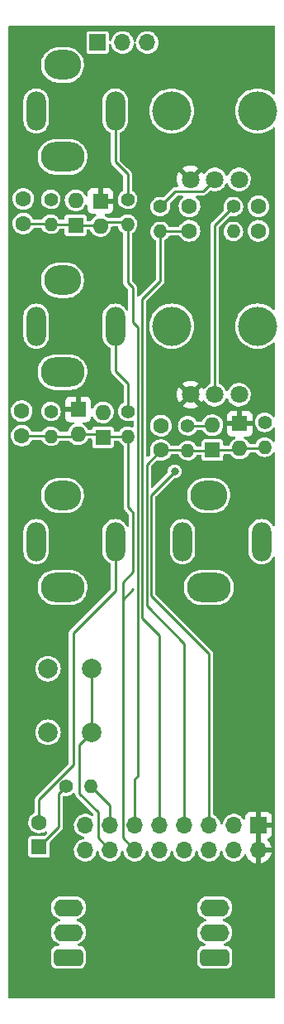
<source format=gtl>
%TF.GenerationSoftware,KiCad,Pcbnew,(6.0.1)*%
%TF.CreationDate,2022-10-17T21:53:41-04:00*%
%TF.ProjectId,ER-VCO-03_CTL,45522d56-434f-42d3-9033-5f43544c2e6b,1*%
%TF.SameCoordinates,Original*%
%TF.FileFunction,Copper,L1,Top*%
%TF.FilePolarity,Positive*%
%FSLAX46Y46*%
G04 Gerber Fmt 4.6, Leading zero omitted, Abs format (unit mm)*
G04 Created by KiCad (PCBNEW (6.0.1)) date 2022-10-17 21:53:41*
%MOMM*%
%LPD*%
G01*
G04 APERTURE LIST*
G04 Aperture macros list*
%AMRoundRect*
0 Rectangle with rounded corners*
0 $1 Rounding radius*
0 $2 $3 $4 $5 $6 $7 $8 $9 X,Y pos of 4 corners*
0 Add a 4 corners polygon primitive as box body*
4,1,4,$2,$3,$4,$5,$6,$7,$8,$9,$2,$3,0*
0 Add four circle primitives for the rounded corners*
1,1,$1+$1,$2,$3*
1,1,$1+$1,$4,$5*
1,1,$1+$1,$6,$7*
1,1,$1+$1,$8,$9*
0 Add four rect primitives between the rounded corners*
20,1,$1+$1,$2,$3,$4,$5,0*
20,1,$1+$1,$4,$5,$6,$7,0*
20,1,$1+$1,$6,$7,$8,$9,0*
20,1,$1+$1,$8,$9,$2,$3,0*%
G04 Aperture macros list end*
%TA.AperFunction,ComponentPad*%
%ADD10C,1.400000*%
%TD*%
%TA.AperFunction,ComponentPad*%
%ADD11O,1.400000X1.400000*%
%TD*%
%TA.AperFunction,ComponentPad*%
%ADD12R,1.600000X1.600000*%
%TD*%
%TA.AperFunction,ComponentPad*%
%ADD13O,1.600000X1.600000*%
%TD*%
%TA.AperFunction,ComponentPad*%
%ADD14RoundRect,0.437500X-1.062500X-0.437500X1.062500X-0.437500X1.062500X0.437500X-1.062500X0.437500X0*%
%TD*%
%TA.AperFunction,ComponentPad*%
%ADD15O,3.000000X1.750000*%
%TD*%
%TA.AperFunction,ComponentPad*%
%ADD16C,1.600000*%
%TD*%
%TA.AperFunction,ComponentPad*%
%ADD17R,1.700000X1.700000*%
%TD*%
%TA.AperFunction,ComponentPad*%
%ADD18O,1.700000X1.700000*%
%TD*%
%TA.AperFunction,WasherPad*%
%ADD19C,4.000000*%
%TD*%
%TA.AperFunction,ComponentPad*%
%ADD20C,1.800000*%
%TD*%
%TA.AperFunction,ComponentPad*%
%ADD21C,2.000000*%
%TD*%
%TA.AperFunction,ComponentPad*%
%ADD22O,4.500000X3.000000*%
%TD*%
%TA.AperFunction,ComponentPad*%
%ADD23O,3.800000X3.000000*%
%TD*%
%TA.AperFunction,ComponentPad*%
%ADD24O,2.000000X4.000000*%
%TD*%
%TA.AperFunction,ViaPad*%
%ADD25C,0.800000*%
%TD*%
%TA.AperFunction,Conductor*%
%ADD26C,0.250000*%
%TD*%
%TA.AperFunction,Conductor*%
%ADD27C,0.254000*%
%TD*%
G04 APERTURE END LIST*
D10*
%TO.P,R7,1*%
%TO.N,/GATE*%
X26638315Y-40821685D03*
D11*
%TO.P,R7,2*%
%TO.N,/GATE_CTL*%
X26638315Y-43361685D03*
%TD*%
D12*
%TO.P,D5,1,K*%
%TO.N,+3V3*%
X9772500Y-18210001D03*
D13*
%TO.P,D5,2,A*%
%TO.N,/VPEROCT_CV*%
X9772500Y-20750001D03*
%TD*%
D12*
%TO.P,D8,1,K*%
%TO.N,+3V3*%
X7500000Y-39500000D03*
D13*
%TO.P,D8,2,A*%
%TO.N,/MOD_CV*%
X7500000Y-42040000D03*
%TD*%
D14*
%TO.P,SW2,1,1*%
%TO.N,/MODE_UP_PB*%
X6500000Y-95500000D03*
D15*
%TO.P,SW2,2,2*%
%TO.N,GND*%
X6500000Y-92960000D03*
%TO.P,SW2,3,3*%
%TO.N,/MODE_DN_PB*%
X6500000Y-90420000D03*
%TD*%
D12*
%TO.P,D6,1,K*%
%TO.N,/VPEROCT_CV*%
X7232500Y-20675686D03*
D13*
%TO.P,D6,2,A*%
%TO.N,GND*%
X7232500Y-18135686D03*
%TD*%
D10*
%TO.P,R13,1*%
%TO.N,/CV*%
X12580000Y-39705685D03*
D11*
%TO.P,R13,2*%
%TO.N,/MOD_CV*%
X12580000Y-42245685D03*
%TD*%
D10*
%TO.P,R12,1*%
%TO.N,/MOD_FINE*%
X23415000Y-18780000D03*
D11*
%TO.P,R12,2*%
%TO.N,/MOD_POT*%
X23415000Y-21320000D03*
%TD*%
D16*
%TO.P,C4,1*%
%TO.N,/GATE_CTL*%
X15975315Y-43665685D03*
%TO.P,C4,2*%
%TO.N,GND*%
X15975315Y-41165685D03*
%TD*%
%TO.P,C5,1*%
%TO.N,/VPEROCT_CV*%
X1877500Y-20500000D03*
%TO.P,C5,2*%
%TO.N,GND*%
X1877500Y-18000000D03*
%TD*%
D14*
%TO.P,SW4,1,1*%
%TO.N,/OCT_UP_PB*%
X21500000Y-95500000D03*
D15*
%TO.P,SW4,2,2*%
%TO.N,GND*%
X21500000Y-92960000D03*
%TO.P,SW4,3,3*%
%TO.N,/OCT_DN_PB*%
X21500000Y-90420000D03*
%TD*%
D12*
%TO.P,D4,1,K*%
%TO.N,/GATE_CTL*%
X21276315Y-43655685D03*
D13*
%TO.P,D4,2,A*%
%TO.N,GND*%
X21276315Y-41115685D03*
%TD*%
D10*
%TO.P,R8,1*%
%TO.N,GND*%
X18736315Y-41165685D03*
D11*
%TO.P,R8,2*%
%TO.N,/GATE_CTL*%
X18736315Y-43705685D03*
%TD*%
D10*
%TO.P,R9,1*%
%TO.N,/V_OCT*%
X12566500Y-18030000D03*
D11*
%TO.P,R9,2*%
%TO.N,/VPEROCT_CV*%
X12566500Y-20570000D03*
%TD*%
D16*
%TO.P,C7,1*%
%TO.N,/MOD_CV*%
X1710000Y-42175685D03*
%TO.P,C7,2*%
%TO.N,GND*%
X1710000Y-39675685D03*
%TD*%
D12*
%TO.P,D7,1,K*%
%TO.N,/MOD_CV*%
X10040000Y-42351371D03*
D13*
%TO.P,D7,2,A*%
%TO.N,GND*%
X10040000Y-39811371D03*
%TD*%
D10*
%TO.P,R1,1*%
%TO.N,Net-(C1-Pad1)*%
X6280000Y-78000000D03*
D11*
%TO.P,R1,2*%
%TO.N,/AUD_OUT*%
X8820000Y-78000000D03*
%TD*%
D12*
%TO.P,D3,1,K*%
%TO.N,+3V3*%
X24070315Y-40960000D03*
D13*
%TO.P,D3,2,A*%
%TO.N,/GATE_CTL*%
X24070315Y-43500000D03*
%TD*%
D17*
%TO.P,J5,1,Pin_1*%
%TO.N,+3V3*%
X26000000Y-82000000D03*
D18*
%TO.P,J5,2,Pin_2*%
X26000000Y-84540000D03*
%TO.P,J5,3,Pin_3*%
%TO.N,unconnected-(J5-Pad3)*%
X23460000Y-82000000D03*
%TO.P,J5,4,Pin_4*%
%TO.N,/OCT_DN_PB*%
X23460000Y-84540000D03*
%TO.P,J5,5,Pin_5*%
%TO.N,/MOD_POT*%
X20920000Y-82000000D03*
%TO.P,J5,6,Pin_6*%
%TO.N,/OCT_UP_PB*%
X20920000Y-84540000D03*
%TO.P,J5,7,Pin_7*%
%TO.N,/GATE_CTL*%
X18380000Y-82000000D03*
%TO.P,J5,8,Pin_8*%
%TO.N,/MODE_UP_PB*%
X18380000Y-84540000D03*
%TO.P,J5,9,Pin_9*%
%TO.N,/FREQ_POT*%
X15840000Y-82000000D03*
%TO.P,J5,10,Pin_10*%
%TO.N,/MODE_DN_PB*%
X15840000Y-84540000D03*
%TO.P,J5,11,Pin_11*%
%TO.N,/VPEROCT_CV*%
X13300000Y-82000000D03*
%TO.P,J5,12,Pin_12*%
%TO.N,/MOD_CV*%
X13300000Y-84540000D03*
%TO.P,J5,13,Pin_13*%
%TO.N,/AUD_OUT*%
X10760000Y-82000000D03*
%TO.P,J5,14,Pin_14*%
%TO.N,/TIMBRE_PB*%
X10760000Y-84540000D03*
%TO.P,J5,15,Pin_15*%
%TO.N,GND*%
X8220000Y-82000000D03*
%TO.P,J5,16,Pin_16*%
X8220000Y-84540000D03*
%TD*%
D10*
%TO.P,R11,1*%
%TO.N,/FREQ_FINE*%
X15915000Y-18780000D03*
D11*
%TO.P,R11,2*%
%TO.N,/FREQ_POT*%
X15915000Y-21320000D03*
%TD*%
D10*
%TO.P,R14,1*%
%TO.N,GND*%
X4705000Y-39705685D03*
D11*
%TO.P,R14,2*%
%TO.N,/MOD_CV*%
X4705000Y-42245685D03*
%TD*%
D16*
%TO.P,C8,1*%
%TO.N,/MOD_POT*%
X26000000Y-21250000D03*
%TO.P,C8,2*%
%TO.N,GND*%
X26000000Y-18750000D03*
%TD*%
D12*
%TO.P,C1,1*%
%TO.N,Net-(C1-Pad1)*%
X3500000Y-84205113D03*
D16*
%TO.P,C1,2*%
%TO.N,Net-(C1-Pad2)*%
X3500000Y-81705113D03*
%TD*%
D17*
%TO.P,J6,1,Pin_1*%
%TO.N,GND*%
X9500000Y-2000000D03*
D18*
%TO.P,J6,2,Pin_2*%
X12040000Y-2000000D03*
%TO.P,J6,3,Pin_3*%
X14580000Y-2000000D03*
%TD*%
D10*
%TO.P,R10,1*%
%TO.N,GND*%
X4692500Y-18030000D03*
D11*
%TO.P,R10,2*%
%TO.N,/VPEROCT_CV*%
X4692500Y-20570000D03*
%TD*%
D16*
%TO.P,C6,1*%
%TO.N,/FREQ_POT*%
X18915000Y-21250000D03*
%TO.P,C6,2*%
%TO.N,GND*%
X18915000Y-18750000D03*
%TD*%
D19*
%TO.P,RV2,*%
%TO.N,*%
X17100000Y-9000000D03*
X25900000Y-9000000D03*
D20*
%TO.P,RV2,1,1*%
%TO.N,+3V3*%
X19000000Y-16000000D03*
%TO.P,RV2,2,2*%
%TO.N,/FREQ_FINE*%
X21500000Y-16000000D03*
%TO.P,RV2,3,3*%
%TO.N,GND*%
X24000000Y-16000000D03*
%TD*%
D21*
%TO.P,SW1,1,1*%
%TO.N,GND*%
X4400000Y-66000000D03*
X4400000Y-72500000D03*
%TO.P,SW1,2,2*%
%TO.N,/TIMBRE_PB*%
X8900000Y-66000000D03*
X8900000Y-72500000D03*
%TD*%
D22*
%TO.P,J4,S*%
%TO.N,GND*%
X5900000Y-35700000D03*
D23*
X5900000Y-26300000D03*
D24*
%TO.P,J4,T*%
%TO.N,/CV*%
X11300000Y-31000000D03*
%TO.P,J4,TN*%
%TO.N,GND*%
X3200000Y-31000000D03*
%TD*%
D19*
%TO.P,RV1,*%
%TO.N,*%
X17100000Y-31000000D03*
X25900000Y-31000000D03*
D20*
%TO.P,RV1,1,1*%
%TO.N,+3V3*%
X19000000Y-38000000D03*
%TO.P,RV1,2,2*%
%TO.N,/MOD_FINE*%
X21500000Y-38000000D03*
%TO.P,RV1,3,3*%
%TO.N,GND*%
X24000000Y-38000000D03*
%TD*%
D23*
%TO.P,J1,S*%
%TO.N,GND*%
X20900000Y-48300000D03*
D22*
X20900000Y-57700000D03*
D24*
%TO.P,J1,T*%
%TO.N,/GATE*%
X26300000Y-53000000D03*
%TO.P,J1,TN*%
%TO.N,GND*%
X18200000Y-53000000D03*
%TD*%
D23*
%TO.P,J3,S*%
%TO.N,GND*%
X5900000Y-4300000D03*
D22*
X5900000Y-13700000D03*
D24*
%TO.P,J3,T*%
%TO.N,/V_OCT*%
X11300000Y-9000000D03*
%TO.P,J3,TN*%
%TO.N,GND*%
X3200000Y-9000000D03*
%TD*%
D23*
%TO.P,J2,S*%
%TO.N,GND*%
X5900000Y-48300000D03*
D22*
X5900000Y-57700000D03*
D24*
%TO.P,J2,T*%
%TO.N,Net-(C1-Pad2)*%
X11300000Y-53000000D03*
%TO.P,J2,TN*%
%TO.N,unconnected-(J2-PadTN)*%
X3200000Y-53000000D03*
%TD*%
D25*
%TO.N,/MOD_POT*%
X17399000Y-45847000D03*
%TD*%
D26*
%TO.N,GND*%
X18736315Y-41165685D02*
X21226315Y-41165685D01*
D27*
%TO.N,Net-(C1-Pad2)*%
X6985000Y-75843293D02*
X6985000Y-62357000D01*
X3500000Y-81705113D02*
X3500000Y-79328293D01*
X6985000Y-62357000D02*
X11300000Y-58042000D01*
X11300000Y-58042000D02*
X11300000Y-53000000D01*
X3500000Y-79328293D02*
X6985000Y-75843293D01*
%TO.N,/GATE_CTL*%
X14513551Y-45127449D02*
X15975315Y-43665685D01*
D26*
X21276315Y-43655685D02*
X23914630Y-43655685D01*
X18736315Y-43705685D02*
X21226315Y-43705685D01*
X24070315Y-43500000D02*
X26500000Y-43500000D01*
D27*
X14513551Y-59598551D02*
X14513551Y-45127449D01*
D26*
X16196315Y-43635685D02*
X18666315Y-43635685D01*
D27*
X18380000Y-82000000D02*
X18380000Y-63465000D01*
X18380000Y-63465000D02*
X14513551Y-59598551D01*
%TO.N,/FREQ_POT*%
X15915000Y-21320000D02*
X18845000Y-21320000D01*
X15915000Y-26376000D02*
X15915000Y-21320000D01*
X14060031Y-28230969D02*
X15915000Y-26376000D01*
X15840000Y-82000000D02*
X15840000Y-62576000D01*
X15840000Y-62576000D02*
X14060031Y-60796031D01*
X14060031Y-60796031D02*
X14060031Y-28230969D01*
%TO.N,/VPEROCT_CV*%
X12566500Y-20570000D02*
X12566500Y-26536500D01*
X12566500Y-26536500D02*
X13081000Y-27051000D01*
X13606511Y-76979511D02*
X13300000Y-77286022D01*
D26*
X7232500Y-20675686D02*
X9461128Y-20675686D01*
D27*
X13081000Y-27051000D02*
X13081000Y-30607000D01*
X13081000Y-30607000D02*
X13606511Y-31132511D01*
D26*
X9772500Y-20364314D02*
X12360814Y-20364314D01*
D27*
X13300000Y-77286022D02*
X13300000Y-82000000D01*
D26*
X4692500Y-20570000D02*
X7126814Y-20570000D01*
D27*
X13606511Y-31132511D02*
X13606511Y-76979511D01*
D26*
X1877500Y-20500000D02*
X4622500Y-20500000D01*
D27*
%TO.N,/MOD_POT*%
X14967071Y-48278929D02*
X17399000Y-45847000D01*
X20920000Y-64481000D02*
X14967071Y-58528071D01*
X20920000Y-82000000D02*
X20920000Y-64481000D01*
X14967071Y-58528071D02*
X14967071Y-48278929D01*
D26*
%TO.N,/MOD_CV*%
X12580000Y-49516018D02*
X12837491Y-49773509D01*
X4705000Y-42245685D02*
X7294315Y-42245685D01*
D27*
X13152991Y-56062009D02*
X13152991Y-50089009D01*
X12065000Y-83305000D02*
X12065000Y-61087000D01*
X12065000Y-57150000D02*
X13152991Y-56062009D01*
D26*
X2165000Y-42175685D02*
X4635000Y-42175685D01*
D27*
X13300000Y-84540000D02*
X12065000Y-83305000D01*
D26*
X7500000Y-42040000D02*
X9728629Y-42040000D01*
D27*
X12065000Y-61087000D02*
X12065000Y-57150000D01*
D26*
X12580000Y-42245685D02*
X10145686Y-42245685D01*
X13154991Y-57838009D02*
X12065000Y-58928000D01*
X12580000Y-42245685D02*
X12580000Y-49516018D01*
D27*
X12065000Y-61087000D02*
X12065000Y-58928000D01*
X13152991Y-50089009D02*
X12837491Y-49773509D01*
D26*
X12837491Y-49773509D02*
X13154991Y-50091009D01*
D27*
%TO.N,/AUD_OUT*%
X10760000Y-79940000D02*
X8820000Y-78000000D01*
X10760000Y-82000000D02*
X10760000Y-79940000D01*
%TO.N,/TIMBRE_PB*%
X10760000Y-84540000D02*
X9525000Y-83305000D01*
X9525000Y-80645000D02*
X7620000Y-78740000D01*
X8900000Y-66000000D02*
X8900000Y-72500000D01*
X7620000Y-73780000D02*
X8900000Y-72500000D01*
X9525000Y-83305000D02*
X9525000Y-80645000D01*
X7620000Y-78740000D02*
X7620000Y-73780000D01*
%TO.N,/CV*%
X11300000Y-31000000D02*
X11300000Y-35557000D01*
X11300000Y-35557000D02*
X12580000Y-36837000D01*
X12580000Y-36837000D02*
X12580000Y-39705685D01*
%TO.N,Net-(C1-Pad1)*%
X3500000Y-84205113D02*
X5500000Y-82205113D01*
X5500000Y-82205113D02*
X5500000Y-78780000D01*
X5500000Y-78780000D02*
X6280000Y-78000000D01*
%TO.N,/V_OCT*%
X12566500Y-15466500D02*
X11300000Y-14200000D01*
X12566500Y-18030000D02*
X12566500Y-15466500D01*
X11300000Y-9000000D02*
X11300000Y-14200000D01*
%TO.N,/MOD_FINE*%
X21500000Y-20695000D02*
X23415000Y-18780000D01*
X21500000Y-38000000D02*
X21500000Y-20695000D01*
%TO.N,/FREQ_FINE*%
X20273489Y-17226511D02*
X21500000Y-16000000D01*
X15915000Y-18780000D02*
X17468489Y-17226511D01*
X17468489Y-17226511D02*
X20273489Y-17226511D01*
%TD*%
%TA.AperFunction,Conductor*%
%TO.N,+3V3*%
G36*
X27637321Y-324802D02*
G01*
X27683814Y-378458D01*
X27695200Y-430800D01*
X27695200Y-7230049D01*
X27675198Y-7298170D01*
X27621542Y-7344663D01*
X27551268Y-7354767D01*
X27486123Y-7324781D01*
X27378102Y-7230049D01*
X27306389Y-7167159D01*
X27055123Y-6999268D01*
X27051424Y-6997444D01*
X27051419Y-6997441D01*
X26912309Y-6928840D01*
X26784093Y-6865611D01*
X26776204Y-6862933D01*
X26501849Y-6769802D01*
X26501845Y-6769801D01*
X26497936Y-6768474D01*
X26493892Y-6767670D01*
X26493886Y-6767668D01*
X26205587Y-6710321D01*
X26205581Y-6710320D01*
X26201548Y-6709518D01*
X26197443Y-6709249D01*
X26197436Y-6709248D01*
X25904120Y-6690024D01*
X25900000Y-6689754D01*
X25895880Y-6690024D01*
X25602564Y-6709248D01*
X25602557Y-6709249D01*
X25598452Y-6709518D01*
X25594419Y-6710320D01*
X25594413Y-6710321D01*
X25306114Y-6767668D01*
X25306108Y-6767670D01*
X25302064Y-6768474D01*
X25298155Y-6769801D01*
X25298151Y-6769802D01*
X25023796Y-6862933D01*
X25015907Y-6865611D01*
X24887691Y-6928840D01*
X24748581Y-6997441D01*
X24748576Y-6997444D01*
X24744877Y-6999268D01*
X24493611Y-7167159D01*
X24266409Y-7366409D01*
X24067159Y-7593611D01*
X23899268Y-7844877D01*
X23897444Y-7848576D01*
X23897441Y-7848581D01*
X23828840Y-7987691D01*
X23765611Y-8115907D01*
X23668474Y-8402064D01*
X23609518Y-8698452D01*
X23589754Y-9000000D01*
X23609518Y-9301548D01*
X23668474Y-9597936D01*
X23765611Y-9884093D01*
X23767435Y-9887791D01*
X23849524Y-10054251D01*
X23899268Y-10155123D01*
X24067159Y-10406389D01*
X24266409Y-10633591D01*
X24269506Y-10636307D01*
X24285298Y-10650156D01*
X24493611Y-10832841D01*
X24744877Y-11000732D01*
X24748576Y-11002556D01*
X24748581Y-11002559D01*
X24757376Y-11006896D01*
X25015907Y-11134389D01*
X25019812Y-11135714D01*
X25019813Y-11135715D01*
X25298151Y-11230198D01*
X25298155Y-11230199D01*
X25302064Y-11231526D01*
X25306108Y-11232330D01*
X25306114Y-11232332D01*
X25594413Y-11289679D01*
X25594419Y-11289680D01*
X25598452Y-11290482D01*
X25602557Y-11290751D01*
X25602564Y-11290752D01*
X25895880Y-11309976D01*
X25900000Y-11310246D01*
X25904120Y-11309976D01*
X26197436Y-11290752D01*
X26197443Y-11290751D01*
X26201548Y-11290482D01*
X26205581Y-11289680D01*
X26205587Y-11289679D01*
X26493886Y-11232332D01*
X26493892Y-11232330D01*
X26497936Y-11231526D01*
X26501845Y-11230199D01*
X26501849Y-11230198D01*
X26780187Y-11135715D01*
X26780188Y-11135714D01*
X26784093Y-11134389D01*
X27042624Y-11006896D01*
X27051419Y-11002559D01*
X27051424Y-11002556D01*
X27055123Y-11000732D01*
X27306389Y-10832841D01*
X27486123Y-10675219D01*
X27550527Y-10645342D01*
X27620860Y-10655028D01*
X27674791Y-10701201D01*
X27695200Y-10769951D01*
X27695200Y-29230049D01*
X27675198Y-29298170D01*
X27621542Y-29344663D01*
X27551268Y-29354767D01*
X27486123Y-29324781D01*
X27378102Y-29230049D01*
X27306389Y-29167159D01*
X27055123Y-28999268D01*
X27051424Y-28997444D01*
X27051419Y-28997441D01*
X26912309Y-28928840D01*
X26784093Y-28865611D01*
X26776204Y-28862933D01*
X26501849Y-28769802D01*
X26501845Y-28769801D01*
X26497936Y-28768474D01*
X26493892Y-28767670D01*
X26493886Y-28767668D01*
X26205587Y-28710321D01*
X26205581Y-28710320D01*
X26201548Y-28709518D01*
X26197443Y-28709249D01*
X26197436Y-28709248D01*
X25904120Y-28690024D01*
X25900000Y-28689754D01*
X25895880Y-28690024D01*
X25602564Y-28709248D01*
X25602557Y-28709249D01*
X25598452Y-28709518D01*
X25594419Y-28710320D01*
X25594413Y-28710321D01*
X25306114Y-28767668D01*
X25306108Y-28767670D01*
X25302064Y-28768474D01*
X25298155Y-28769801D01*
X25298151Y-28769802D01*
X25023796Y-28862933D01*
X25015907Y-28865611D01*
X24887691Y-28928840D01*
X24748581Y-28997441D01*
X24748576Y-28997444D01*
X24744877Y-28999268D01*
X24493611Y-29167159D01*
X24266409Y-29366409D01*
X24067159Y-29593611D01*
X23899268Y-29844877D01*
X23897444Y-29848576D01*
X23897441Y-29848581D01*
X23828840Y-29987691D01*
X23765611Y-30115907D01*
X23668474Y-30402064D01*
X23667670Y-30406108D01*
X23667668Y-30406114D01*
X23640566Y-30542366D01*
X23609518Y-30698452D01*
X23609249Y-30702557D01*
X23609248Y-30702564D01*
X23594857Y-30922137D01*
X23589754Y-31000000D01*
X23609518Y-31301548D01*
X23610320Y-31305581D01*
X23610321Y-31305587D01*
X23621894Y-31363766D01*
X23668474Y-31597936D01*
X23765611Y-31884093D01*
X23767435Y-31887791D01*
X23849524Y-32054251D01*
X23899268Y-32155123D01*
X24067159Y-32406389D01*
X24266409Y-32633591D01*
X24269506Y-32636307D01*
X24285298Y-32650156D01*
X24493611Y-32832841D01*
X24744877Y-33000732D01*
X24748576Y-33002556D01*
X24748581Y-33002559D01*
X24757376Y-33006896D01*
X25015907Y-33134389D01*
X25019812Y-33135714D01*
X25019813Y-33135715D01*
X25298151Y-33230198D01*
X25298155Y-33230199D01*
X25302064Y-33231526D01*
X25306108Y-33232330D01*
X25306114Y-33232332D01*
X25594413Y-33289679D01*
X25594419Y-33289680D01*
X25598452Y-33290482D01*
X25602557Y-33290751D01*
X25602564Y-33290752D01*
X25895880Y-33309976D01*
X25900000Y-33310246D01*
X25904120Y-33309976D01*
X26197436Y-33290752D01*
X26197443Y-33290751D01*
X26201548Y-33290482D01*
X26205581Y-33289680D01*
X26205587Y-33289679D01*
X26493886Y-33232332D01*
X26493892Y-33232330D01*
X26497936Y-33231526D01*
X26501845Y-33230199D01*
X26501849Y-33230198D01*
X26780187Y-33135715D01*
X26780188Y-33135714D01*
X26784093Y-33134389D01*
X27042624Y-33006896D01*
X27051419Y-33002559D01*
X27051424Y-33002556D01*
X27055123Y-33000732D01*
X27306389Y-32832841D01*
X27486123Y-32675219D01*
X27550527Y-32645342D01*
X27620860Y-32655028D01*
X27674791Y-32701201D01*
X27695200Y-32769951D01*
X27695200Y-40173046D01*
X27675198Y-40241167D01*
X27621542Y-40287660D01*
X27551268Y-40297764D01*
X27486688Y-40268270D01*
X27471557Y-40252682D01*
X27358987Y-40114657D01*
X27358985Y-40114655D01*
X27355098Y-40109889D01*
X27203192Y-39984221D01*
X27197775Y-39981292D01*
X27197772Y-39981290D01*
X27035187Y-39893381D01*
X27035183Y-39893379D01*
X27029769Y-39890452D01*
X27023889Y-39888632D01*
X27023887Y-39888631D01*
X26878306Y-39843566D01*
X26841437Y-39832153D01*
X26835319Y-39831510D01*
X26835314Y-39831509D01*
X26651496Y-39812190D01*
X26651494Y-39812190D01*
X26645367Y-39811546D01*
X26562901Y-39819051D01*
X26455168Y-39828855D01*
X26455165Y-39828856D01*
X26449029Y-39829414D01*
X26443123Y-39831152D01*
X26443119Y-39831153D01*
X26325545Y-39865757D01*
X26259901Y-39885077D01*
X26085186Y-39976416D01*
X26080386Y-39980276D01*
X26080385Y-39980276D01*
X26046774Y-40007300D01*
X25931540Y-40099950D01*
X25804815Y-40250976D01*
X25801851Y-40256368D01*
X25801848Y-40256372D01*
X25749560Y-40351485D01*
X25709838Y-40423739D01*
X25707977Y-40429606D01*
X25707976Y-40429608D01*
X25653807Y-40600372D01*
X25650226Y-40611660D01*
X25628249Y-40807581D01*
X25629512Y-40822619D01*
X25638941Y-40934896D01*
X25644747Y-41004039D01*
X25646446Y-41009964D01*
X25696492Y-41184497D01*
X25699088Y-41193551D01*
X25701907Y-41199036D01*
X25786387Y-41363417D01*
X25786390Y-41363422D01*
X25789205Y-41368899D01*
X25911664Y-41523404D01*
X25916357Y-41527398D01*
X25916358Y-41527399D01*
X26026018Y-41620726D01*
X26061801Y-41651180D01*
X26233897Y-41747362D01*
X26421397Y-41808284D01*
X26617160Y-41831627D01*
X26623295Y-41831155D01*
X26623297Y-41831155D01*
X26807587Y-41816975D01*
X26807592Y-41816974D01*
X26813728Y-41816502D01*
X26819658Y-41814846D01*
X26819660Y-41814846D01*
X26923426Y-41785874D01*
X27003615Y-41763485D01*
X27009115Y-41760707D01*
X27174087Y-41677374D01*
X27174089Y-41677373D01*
X27179588Y-41674595D01*
X27334944Y-41553217D01*
X27405001Y-41472055D01*
X27459738Y-41408642D01*
X27459741Y-41408638D01*
X27463765Y-41403976D01*
X27466442Y-41399263D01*
X27521853Y-41355289D01*
X27592498Y-41348228D01*
X27655745Y-41380480D01*
X27691516Y-41441808D01*
X27695200Y-41472055D01*
X27695200Y-42713046D01*
X27675198Y-42781167D01*
X27621542Y-42827660D01*
X27551268Y-42837764D01*
X27486688Y-42808270D01*
X27471557Y-42792682D01*
X27358987Y-42654657D01*
X27358985Y-42654655D01*
X27355098Y-42649889D01*
X27203192Y-42524221D01*
X27197775Y-42521292D01*
X27197772Y-42521290D01*
X27035187Y-42433381D01*
X27035183Y-42433379D01*
X27029769Y-42430452D01*
X27023889Y-42428632D01*
X27023887Y-42428631D01*
X26894581Y-42388604D01*
X26841437Y-42372153D01*
X26835319Y-42371510D01*
X26835314Y-42371509D01*
X26651496Y-42352190D01*
X26651494Y-42352190D01*
X26645367Y-42351546D01*
X26562901Y-42359051D01*
X26455168Y-42368855D01*
X26455165Y-42368856D01*
X26449029Y-42369414D01*
X26443123Y-42371152D01*
X26443119Y-42371153D01*
X26304564Y-42411932D01*
X26259901Y-42425077D01*
X26085186Y-42516416D01*
X26080386Y-42520276D01*
X26080385Y-42520276D01*
X26048115Y-42546222D01*
X25931540Y-42639950D01*
X25804815Y-42790976D01*
X25801851Y-42796368D01*
X25801848Y-42796372D01*
X25731033Y-42925185D01*
X25709838Y-42963739D01*
X25707977Y-42969606D01*
X25707976Y-42969608D01*
X25704109Y-42981799D01*
X25664445Y-43040683D01*
X25599243Y-43068775D01*
X25584007Y-43069700D01*
X25168947Y-43069700D01*
X25100826Y-43049698D01*
X25055941Y-42999429D01*
X25050635Y-42988669D01*
X25016775Y-42920008D01*
X25003020Y-42901587D01*
X24898685Y-42761866D01*
X24898684Y-42761865D01*
X24895232Y-42757242D01*
X24876307Y-42739748D01*
X24750301Y-42623269D01*
X24750298Y-42623267D01*
X24746061Y-42619350D01*
X24699522Y-42589986D01*
X24579144Y-42514033D01*
X24579139Y-42514031D01*
X24574260Y-42510952D01*
X24568897Y-42508812D01*
X24563899Y-42506266D01*
X24512284Y-42457519D01*
X24495217Y-42388604D01*
X24518117Y-42321402D01*
X24573714Y-42277249D01*
X24621101Y-42267999D01*
X24914984Y-42267999D01*
X24921805Y-42267629D01*
X24972667Y-42262105D01*
X24987919Y-42258479D01*
X25108369Y-42213324D01*
X25123964Y-42204786D01*
X25226039Y-42128285D01*
X25238600Y-42115724D01*
X25315101Y-42013649D01*
X25323639Y-41998054D01*
X25368793Y-41877606D01*
X25372420Y-41862351D01*
X25377946Y-41811486D01*
X25378315Y-41804672D01*
X25378315Y-41232115D01*
X25373840Y-41216876D01*
X25372450Y-41215671D01*
X25364767Y-41214000D01*
X22780431Y-41214000D01*
X22765192Y-41218475D01*
X22763987Y-41219865D01*
X22762316Y-41227548D01*
X22762316Y-41804669D01*
X22762686Y-41811490D01*
X22768210Y-41862352D01*
X22771836Y-41877604D01*
X22816991Y-41998054D01*
X22825529Y-42013649D01*
X22902030Y-42115724D01*
X22914591Y-42128285D01*
X23016666Y-42204786D01*
X23032261Y-42213324D01*
X23152709Y-42258478D01*
X23167964Y-42262105D01*
X23218829Y-42267631D01*
X23225643Y-42268000D01*
X23520974Y-42268000D01*
X23589095Y-42288002D01*
X23635588Y-42341658D01*
X23645692Y-42411932D01*
X23616198Y-42476512D01*
X23585397Y-42502285D01*
X23570829Y-42510952D01*
X23427372Y-42596300D01*
X23417853Y-42601963D01*
X23265124Y-42735902D01*
X23139361Y-42895432D01*
X23136672Y-42900543D01*
X23136670Y-42900546D01*
X23089623Y-42989968D01*
X23044776Y-43075208D01*
X23037514Y-43098595D01*
X23025667Y-43136749D01*
X22986364Y-43195874D01*
X22921334Y-43224365D01*
X22905334Y-43225385D01*
X22507615Y-43225385D01*
X22439494Y-43205383D01*
X22393001Y-43151727D01*
X22381615Y-43099385D01*
X22381615Y-42810327D01*
X22379955Y-42796372D01*
X22379565Y-42793092D01*
X22379564Y-42793089D01*
X22378448Y-42783707D01*
X22332279Y-42679766D01*
X22275683Y-42623269D01*
X22260020Y-42607633D01*
X22260018Y-42607632D01*
X22251787Y-42599415D01*
X22147766Y-42553427D01*
X22121673Y-42550385D01*
X20430957Y-42550385D01*
X20420063Y-42551681D01*
X20413722Y-42552435D01*
X20413719Y-42552436D01*
X20404337Y-42553552D01*
X20300396Y-42599721D01*
X20274176Y-42625987D01*
X20228263Y-42671980D01*
X20228262Y-42671982D01*
X20220045Y-42680213D01*
X20174057Y-42784234D01*
X20171015Y-42810327D01*
X20171015Y-43149385D01*
X20151013Y-43217506D01*
X20097357Y-43263999D01*
X20045015Y-43275385D01*
X19721850Y-43275385D01*
X19653729Y-43255383D01*
X19610599Y-43208539D01*
X19580598Y-43152115D01*
X19580597Y-43152113D01*
X19577702Y-43146669D01*
X19468120Y-43012308D01*
X19456987Y-42998657D01*
X19456985Y-42998655D01*
X19453098Y-42993889D01*
X19301192Y-42868221D01*
X19295775Y-42865292D01*
X19295772Y-42865290D01*
X19133187Y-42777381D01*
X19133183Y-42777379D01*
X19127769Y-42774452D01*
X19121889Y-42772632D01*
X19121887Y-42772631D01*
X19003235Y-42735902D01*
X18939437Y-42716153D01*
X18933319Y-42715510D01*
X18933314Y-42715509D01*
X18749496Y-42696190D01*
X18749494Y-42696190D01*
X18743367Y-42695546D01*
X18660901Y-42703051D01*
X18553168Y-42712855D01*
X18553165Y-42712856D01*
X18547029Y-42713414D01*
X18541123Y-42715152D01*
X18541119Y-42715153D01*
X18457553Y-42739748D01*
X18357901Y-42769077D01*
X18183186Y-42860416D01*
X18178386Y-42864276D01*
X18178385Y-42864276D01*
X18145278Y-42890895D01*
X18029540Y-42983950D01*
X17902815Y-43134976D01*
X17899845Y-43140378D01*
X17896367Y-43145458D01*
X17895322Y-43144743D01*
X17849665Y-43190142D01*
X17789592Y-43205385D01*
X17059153Y-43205385D01*
X16991032Y-43185383D01*
X16946147Y-43135114D01*
X16924329Y-43090872D01*
X16921775Y-43085693D01*
X16800232Y-42922927D01*
X16782047Y-42906117D01*
X16655301Y-42788954D01*
X16655298Y-42788952D01*
X16651061Y-42785035D01*
X16564948Y-42730702D01*
X16484144Y-42679718D01*
X16484139Y-42679716D01*
X16479260Y-42676637D01*
X16290582Y-42601362D01*
X16091345Y-42561731D01*
X16085570Y-42561655D01*
X16085566Y-42561655D01*
X15984077Y-42560327D01*
X15888223Y-42559072D01*
X15882526Y-42560051D01*
X15882525Y-42560051D01*
X15693714Y-42592495D01*
X15688017Y-42593474D01*
X15497433Y-42663784D01*
X15492472Y-42666736D01*
X15492471Y-42666736D01*
X15332572Y-42761866D01*
X15322853Y-42767648D01*
X15170124Y-42901587D01*
X15044361Y-43061117D01*
X15041672Y-43066228D01*
X15041670Y-43066231D01*
X14998379Y-43148514D01*
X14949776Y-43240893D01*
X14889537Y-43434896D01*
X14865660Y-43636628D01*
X14878946Y-43839333D01*
X14922813Y-44012055D01*
X14924369Y-44018183D01*
X14921751Y-44089131D01*
X14891341Y-44138295D01*
X14707426Y-44322209D01*
X14645114Y-44356234D01*
X14574298Y-44351169D01*
X14517463Y-44308622D01*
X14492652Y-44242101D01*
X14492331Y-44233113D01*
X14492331Y-41136628D01*
X14865660Y-41136628D01*
X14878946Y-41339333D01*
X14880367Y-41344929D01*
X14880368Y-41344934D01*
X14917041Y-41489331D01*
X14928950Y-41536222D01*
X14931367Y-41541465D01*
X14997419Y-41684743D01*
X15013996Y-41720702D01*
X15131238Y-41886595D01*
X15192389Y-41946166D01*
X15245654Y-41998054D01*
X15276747Y-42028344D01*
X15281543Y-42031549D01*
X15281546Y-42031551D01*
X15397668Y-42109141D01*
X15445652Y-42141203D01*
X15450955Y-42143481D01*
X15450958Y-42143483D01*
X15617298Y-42214948D01*
X15632295Y-42221391D01*
X15704696Y-42237773D01*
X15824789Y-42264948D01*
X15824794Y-42264949D01*
X15830426Y-42266223D01*
X15836197Y-42266450D01*
X15836199Y-42266450D01*
X15895116Y-42268765D01*
X16033410Y-42274199D01*
X16151436Y-42257086D01*
X16228726Y-42245880D01*
X16228730Y-42245879D01*
X16234448Y-42245050D01*
X16239920Y-42243192D01*
X16239922Y-42243192D01*
X16421343Y-42181607D01*
X16421345Y-42181606D01*
X16426807Y-42179752D01*
X16560810Y-42104707D01*
X16599009Y-42083315D01*
X16599010Y-42083314D01*
X16604046Y-42080494D01*
X16760228Y-41950598D01*
X16873132Y-41814846D01*
X16886433Y-41798854D01*
X16890124Y-41794416D01*
X16916132Y-41747976D01*
X16955670Y-41677374D01*
X16989382Y-41617177D01*
X16991920Y-41609700D01*
X17052822Y-41430292D01*
X17052822Y-41430290D01*
X17054680Y-41424818D01*
X17056518Y-41412147D01*
X17073488Y-41295101D01*
X17083829Y-41223780D01*
X17085350Y-41165685D01*
X17084054Y-41151581D01*
X17726249Y-41151581D01*
X17728422Y-41177454D01*
X17741532Y-41333566D01*
X17742747Y-41348039D01*
X17744446Y-41353964D01*
X17795103Y-41530627D01*
X17797088Y-41537551D01*
X17799905Y-41543032D01*
X17799906Y-41543035D01*
X17884387Y-41707417D01*
X17884390Y-41707422D01*
X17887205Y-41712899D01*
X18009664Y-41867404D01*
X18014357Y-41871398D01*
X18014358Y-41871399D01*
X18140019Y-41978344D01*
X18159801Y-41995180D01*
X18331897Y-42091362D01*
X18519397Y-42152284D01*
X18715160Y-42175627D01*
X18721295Y-42175155D01*
X18721297Y-42175155D01*
X18905587Y-42160975D01*
X18905592Y-42160974D01*
X18911728Y-42160502D01*
X18917658Y-42158846D01*
X18917660Y-42158846D01*
X19027117Y-42128285D01*
X19101615Y-42107485D01*
X19107115Y-42104707D01*
X19272087Y-42021374D01*
X19272089Y-42021373D01*
X19277588Y-42018595D01*
X19432944Y-41897217D01*
X19517848Y-41798854D01*
X19557736Y-41752644D01*
X19557737Y-41752642D01*
X19561765Y-41747976D01*
X19611886Y-41659748D01*
X19662926Y-41610397D01*
X19721442Y-41595985D01*
X20199893Y-41595985D01*
X20268014Y-41615987D01*
X20307692Y-41661606D01*
X20309689Y-41660453D01*
X20312578Y-41665457D01*
X20314996Y-41670702D01*
X20432238Y-41836595D01*
X20577747Y-41978344D01*
X20582543Y-41981549D01*
X20582546Y-41981551D01*
X20720690Y-42073856D01*
X20746652Y-42091203D01*
X20751955Y-42093481D01*
X20751958Y-42093483D01*
X20907950Y-42160502D01*
X20933295Y-42171391D01*
X20970246Y-42179752D01*
X21125789Y-42214948D01*
X21125794Y-42214949D01*
X21131426Y-42216223D01*
X21137197Y-42216450D01*
X21137199Y-42216450D01*
X21196116Y-42218765D01*
X21334410Y-42224199D01*
X21468300Y-42204786D01*
X21529726Y-42195880D01*
X21529730Y-42195879D01*
X21535448Y-42195050D01*
X21540920Y-42193192D01*
X21540922Y-42193192D01*
X21722343Y-42131607D01*
X21722345Y-42131606D01*
X21727807Y-42129752D01*
X21905046Y-42030494D01*
X22061228Y-41900598D01*
X22191124Y-41744416D01*
X22290382Y-41567177D01*
X22299110Y-41541465D01*
X22353822Y-41380292D01*
X22353822Y-41380290D01*
X22355680Y-41374818D01*
X22356539Y-41368899D01*
X22371586Y-41265118D01*
X22384829Y-41173780D01*
X22386350Y-41115685D01*
X22367762Y-40913397D01*
X22354699Y-40867077D01*
X22337933Y-40807631D01*
X22312622Y-40717884D01*
X22297828Y-40687885D01*
X22762315Y-40687885D01*
X22766790Y-40703124D01*
X22768180Y-40704329D01*
X22775863Y-40706000D01*
X23798200Y-40706000D01*
X23813439Y-40701525D01*
X23814644Y-40700135D01*
X23816315Y-40692452D01*
X23816315Y-40687885D01*
X24324315Y-40687885D01*
X24328790Y-40703124D01*
X24330180Y-40704329D01*
X24337863Y-40706000D01*
X25360199Y-40706000D01*
X25375438Y-40701525D01*
X25376643Y-40700135D01*
X25378314Y-40692452D01*
X25378314Y-40115331D01*
X25377944Y-40108510D01*
X25372420Y-40057648D01*
X25368794Y-40042396D01*
X25323639Y-39921946D01*
X25315101Y-39906351D01*
X25238600Y-39804276D01*
X25226039Y-39791715D01*
X25123964Y-39715214D01*
X25108369Y-39706676D01*
X24987921Y-39661522D01*
X24972666Y-39657895D01*
X24921801Y-39652369D01*
X24914987Y-39652000D01*
X24342430Y-39652000D01*
X24327191Y-39656475D01*
X24325986Y-39657865D01*
X24324315Y-39665548D01*
X24324315Y-40687885D01*
X23816315Y-40687885D01*
X23816315Y-39670116D01*
X23811840Y-39654877D01*
X23810450Y-39653672D01*
X23802767Y-39652001D01*
X23225646Y-39652001D01*
X23218825Y-39652371D01*
X23167963Y-39657895D01*
X23152711Y-39661521D01*
X23032261Y-39706676D01*
X23016666Y-39715214D01*
X22914591Y-39791715D01*
X22902030Y-39804276D01*
X22825529Y-39906351D01*
X22816991Y-39921946D01*
X22771837Y-40042394D01*
X22768210Y-40057649D01*
X22762684Y-40108514D01*
X22762315Y-40115328D01*
X22762315Y-40687885D01*
X22297828Y-40687885D01*
X22222775Y-40535693D01*
X22101232Y-40372927D01*
X22094158Y-40366388D01*
X21956301Y-40238954D01*
X21956298Y-40238952D01*
X21952061Y-40235035D01*
X21864389Y-40179718D01*
X21785144Y-40129718D01*
X21785139Y-40129716D01*
X21780260Y-40126637D01*
X21610907Y-40059072D01*
X21596951Y-40053504D01*
X21591582Y-40051362D01*
X21392345Y-40011731D01*
X21386570Y-40011655D01*
X21386566Y-40011655D01*
X21285077Y-40010327D01*
X21189223Y-40009072D01*
X21183526Y-40010051D01*
X21183525Y-40010051D01*
X20994714Y-40042495D01*
X20989017Y-40043474D01*
X20798433Y-40113784D01*
X20793472Y-40116736D01*
X20793471Y-40116736D01*
X20683927Y-40181908D01*
X20623853Y-40217648D01*
X20471124Y-40351587D01*
X20345361Y-40511117D01*
X20342669Y-40516233D01*
X20342668Y-40516235D01*
X20262793Y-40668052D01*
X20213374Y-40719025D01*
X20151285Y-40735385D01*
X19721850Y-40735385D01*
X19653729Y-40715383D01*
X19610599Y-40668539D01*
X19580598Y-40612115D01*
X19580597Y-40612113D01*
X19577702Y-40606669D01*
X19453098Y-40453889D01*
X19301192Y-40328221D01*
X19295775Y-40325292D01*
X19295772Y-40325290D01*
X19133187Y-40237381D01*
X19133183Y-40237379D01*
X19127769Y-40234452D01*
X19121889Y-40232632D01*
X19121887Y-40232631D01*
X18958028Y-40181908D01*
X18939437Y-40176153D01*
X18933319Y-40175510D01*
X18933314Y-40175509D01*
X18749496Y-40156190D01*
X18749494Y-40156190D01*
X18743367Y-40155546D01*
X18660901Y-40163051D01*
X18553168Y-40172855D01*
X18553165Y-40172856D01*
X18547029Y-40173414D01*
X18541123Y-40175152D01*
X18541119Y-40175153D01*
X18406771Y-40214694D01*
X18357901Y-40229077D01*
X18183186Y-40320416D01*
X18178386Y-40324276D01*
X18178385Y-40324276D01*
X18153021Y-40344669D01*
X18029540Y-40443950D01*
X17902815Y-40594976D01*
X17899851Y-40600368D01*
X17899848Y-40600372D01*
X17836746Y-40715155D01*
X17807838Y-40767739D01*
X17805977Y-40773606D01*
X17805976Y-40773608D01*
X17752993Y-40940633D01*
X17748226Y-40955660D01*
X17730690Y-41111990D01*
X17727280Y-41142394D01*
X17726249Y-41151581D01*
X17084054Y-41151581D01*
X17066762Y-40963397D01*
X17056950Y-40928604D01*
X17038954Y-40864797D01*
X17011622Y-40767884D01*
X16921775Y-40585693D01*
X16823352Y-40453889D01*
X16803685Y-40427551D01*
X16803684Y-40427550D01*
X16800232Y-40422927D01*
X16787761Y-40411399D01*
X16655301Y-40288954D01*
X16655298Y-40288952D01*
X16651061Y-40285035D01*
X16570892Y-40234452D01*
X16484144Y-40179718D01*
X16484139Y-40179716D01*
X16479260Y-40176637D01*
X16290582Y-40101362D01*
X16091345Y-40061731D01*
X16085570Y-40061655D01*
X16085566Y-40061655D01*
X15984077Y-40060327D01*
X15888223Y-40059072D01*
X15882526Y-40060051D01*
X15882525Y-40060051D01*
X15748762Y-40083036D01*
X15688017Y-40093474D01*
X15497433Y-40163784D01*
X15492472Y-40166736D01*
X15492471Y-40166736D01*
X15339524Y-40257730D01*
X15322853Y-40267648D01*
X15170124Y-40401587D01*
X15044361Y-40561117D01*
X15041672Y-40566228D01*
X15041670Y-40566231D01*
X15011172Y-40624198D01*
X14949776Y-40740893D01*
X14889537Y-40934896D01*
X14865660Y-41136628D01*
X14492331Y-41136628D01*
X14492331Y-39161406D01*
X18203423Y-39161406D01*
X18208704Y-39168461D01*
X18385080Y-39271527D01*
X18394363Y-39275974D01*
X18601003Y-39354883D01*
X18610901Y-39357759D01*
X18827653Y-39401857D01*
X18837883Y-39403076D01*
X19058914Y-39411182D01*
X19069223Y-39410714D01*
X19288623Y-39382608D01*
X19298688Y-39380468D01*
X19510557Y-39316905D01*
X19520152Y-39313144D01*
X19718778Y-39215838D01*
X19727636Y-39210559D01*
X19785097Y-39169572D01*
X19793497Y-39158874D01*
X19786510Y-39145721D01*
X19012811Y-38372021D01*
X18998868Y-38364408D01*
X18997034Y-38364539D01*
X18990420Y-38368790D01*
X18210180Y-39149031D01*
X18203423Y-39161406D01*
X14492331Y-39161406D01*
X14492331Y-37970638D01*
X17587893Y-37970638D01*
X17600627Y-38191468D01*
X17602061Y-38201670D01*
X17650685Y-38417439D01*
X17653773Y-38427292D01*
X17736986Y-38632220D01*
X17741634Y-38641421D01*
X17830097Y-38785781D01*
X17840553Y-38795242D01*
X17849331Y-38791458D01*
X18627979Y-38012811D01*
X18634356Y-38001132D01*
X19364408Y-38001132D01*
X19364539Y-38002966D01*
X19368790Y-38009580D01*
X20146307Y-38787096D01*
X20158313Y-38793652D01*
X20170052Y-38784684D01*
X20208010Y-38731859D01*
X20213318Y-38723024D01*
X20251938Y-38644884D01*
X20300052Y-38592678D01*
X20368754Y-38574771D01*
X20436230Y-38596850D01*
X20467792Y-38627992D01*
X20576220Y-38781414D01*
X20576224Y-38781419D01*
X20579556Y-38786133D01*
X20588694Y-38795035D01*
X20730244Y-38932927D01*
X20738230Y-38940707D01*
X20743026Y-38943912D01*
X20743029Y-38943914D01*
X20823339Y-38997575D01*
X20922416Y-39063776D01*
X20927719Y-39066054D01*
X20927722Y-39066056D01*
X20985932Y-39091065D01*
X21125946Y-39151220D01*
X21342003Y-39200108D01*
X21347777Y-39200335D01*
X21347778Y-39200335D01*
X21390387Y-39202009D01*
X21563351Y-39208805D01*
X21672964Y-39192912D01*
X21776863Y-39177848D01*
X21776868Y-39177847D01*
X21782577Y-39177019D01*
X21788041Y-39175164D01*
X21788046Y-39175163D01*
X21986868Y-39107672D01*
X21986873Y-39107670D01*
X21992340Y-39105814D01*
X22001165Y-39100872D01*
X22180567Y-39000402D01*
X22180571Y-39000399D01*
X22185614Y-38997575D01*
X22355927Y-38855927D01*
X22497575Y-38685614D01*
X22500399Y-38680571D01*
X22500402Y-38680567D01*
X22602990Y-38497383D01*
X22602991Y-38497381D01*
X22605814Y-38492340D01*
X22607670Y-38486873D01*
X22607672Y-38486868D01*
X22628910Y-38424301D01*
X22669747Y-38366225D01*
X22735500Y-38339446D01*
X22805292Y-38352467D01*
X22856965Y-38401154D01*
X22862649Y-38412051D01*
X22949288Y-38599986D01*
X22949291Y-38599991D01*
X22951707Y-38605232D01*
X22955038Y-38609945D01*
X22955039Y-38609947D01*
X23076221Y-38781414D01*
X23079556Y-38786133D01*
X23088694Y-38795035D01*
X23230244Y-38932927D01*
X23238230Y-38940707D01*
X23243026Y-38943912D01*
X23243029Y-38943914D01*
X23323339Y-38997575D01*
X23422416Y-39063776D01*
X23427719Y-39066054D01*
X23427722Y-39066056D01*
X23485932Y-39091065D01*
X23625946Y-39151220D01*
X23842003Y-39200108D01*
X23847777Y-39200335D01*
X23847778Y-39200335D01*
X23890387Y-39202009D01*
X24063351Y-39208805D01*
X24172964Y-39192912D01*
X24276863Y-39177848D01*
X24276868Y-39177847D01*
X24282577Y-39177019D01*
X24288041Y-39175164D01*
X24288046Y-39175163D01*
X24486868Y-39107672D01*
X24486873Y-39107670D01*
X24492340Y-39105814D01*
X24501165Y-39100872D01*
X24680567Y-39000402D01*
X24680571Y-39000399D01*
X24685614Y-38997575D01*
X24855927Y-38855927D01*
X24997575Y-38685614D01*
X25000399Y-38680571D01*
X25000402Y-38680567D01*
X25102990Y-38497383D01*
X25102991Y-38497381D01*
X25105814Y-38492340D01*
X25107670Y-38486873D01*
X25107672Y-38486868D01*
X25175163Y-38288046D01*
X25175164Y-38288041D01*
X25177019Y-38282577D01*
X25177847Y-38276868D01*
X25177848Y-38276863D01*
X25208272Y-38067025D01*
X25208805Y-38063351D01*
X25210464Y-38000000D01*
X25190195Y-37779410D01*
X25188627Y-37773850D01*
X25131633Y-37571767D01*
X25131632Y-37571765D01*
X25130065Y-37566208D01*
X25118273Y-37542295D01*
X25034645Y-37372715D01*
X25032090Y-37367534D01*
X24991401Y-37313044D01*
X24903003Y-37194665D01*
X24903002Y-37194664D01*
X24899550Y-37190041D01*
X24736884Y-37039674D01*
X24640973Y-36979159D01*
X24554423Y-36924550D01*
X24554418Y-36924548D01*
X24549539Y-36921469D01*
X24343790Y-36839383D01*
X24338130Y-36838257D01*
X24338126Y-36838256D01*
X24132196Y-36797294D01*
X24132191Y-36797294D01*
X24126528Y-36796167D01*
X24120753Y-36796091D01*
X24120749Y-36796091D01*
X24011551Y-36794662D01*
X23905028Y-36793267D01*
X23686709Y-36830782D01*
X23478882Y-36907453D01*
X23473921Y-36910405D01*
X23473920Y-36910405D01*
X23293475Y-37017758D01*
X23293472Y-37017760D01*
X23288507Y-37020714D01*
X23121960Y-37166772D01*
X22984819Y-37340734D01*
X22982128Y-37345850D01*
X22982126Y-37345852D01*
X22905853Y-37490823D01*
X22881677Y-37536775D01*
X22879963Y-37542295D01*
X22871606Y-37569209D01*
X22832303Y-37628335D01*
X22767274Y-37656826D01*
X22697165Y-37645637D01*
X22644235Y-37598320D01*
X22633643Y-37577002D01*
X22631631Y-37571762D01*
X22630065Y-37566208D01*
X22532090Y-37367534D01*
X22491401Y-37313044D01*
X22403003Y-37194665D01*
X22403002Y-37194664D01*
X22399550Y-37190041D01*
X22236884Y-37039674D01*
X22049539Y-36921469D01*
X22044175Y-36919329D01*
X22011609Y-36906336D01*
X21955750Y-36862514D01*
X21932300Y-36789306D01*
X21932300Y-21305896D01*
X22404934Y-21305896D01*
X22406414Y-21323523D01*
X22419563Y-21480094D01*
X22421432Y-21502354D01*
X22423131Y-21508279D01*
X22468824Y-21667631D01*
X22475773Y-21691866D01*
X22478592Y-21697351D01*
X22563072Y-21861732D01*
X22563075Y-21861737D01*
X22565890Y-21867214D01*
X22688349Y-22021719D01*
X22693042Y-22025713D01*
X22693043Y-22025714D01*
X22795204Y-22112659D01*
X22838486Y-22149495D01*
X23010582Y-22245677D01*
X23198082Y-22306599D01*
X23393845Y-22329942D01*
X23399980Y-22329470D01*
X23399982Y-22329470D01*
X23584272Y-22315290D01*
X23584277Y-22315289D01*
X23590413Y-22314817D01*
X23596343Y-22313161D01*
X23596345Y-22313161D01*
X23685356Y-22288309D01*
X23780300Y-22261800D01*
X23808449Y-22247581D01*
X23950772Y-22175689D01*
X23950777Y-22175686D01*
X23956273Y-22172910D01*
X24111629Y-22051532D01*
X24240450Y-21902291D01*
X24296613Y-21803427D01*
X24334785Y-21736234D01*
X24334787Y-21736229D01*
X24337831Y-21730871D01*
X24400061Y-21543800D01*
X24424770Y-21348205D01*
X24425164Y-21320000D01*
X24415452Y-21220943D01*
X24890345Y-21220943D01*
X24903631Y-21423648D01*
X24905052Y-21429244D01*
X24905053Y-21429249D01*
X24950612Y-21608633D01*
X24953635Y-21620537D01*
X24956052Y-21625780D01*
X25021022Y-21766712D01*
X25038681Y-21805017D01*
X25155923Y-21970910D01*
X25301432Y-22112659D01*
X25306228Y-22115864D01*
X25306231Y-22115866D01*
X25391604Y-22172910D01*
X25470337Y-22225518D01*
X25475640Y-22227796D01*
X25475643Y-22227798D01*
X25558640Y-22263456D01*
X25656980Y-22305706D01*
X25699336Y-22315290D01*
X25849474Y-22349263D01*
X25849479Y-22349264D01*
X25855111Y-22350538D01*
X25860882Y-22350765D01*
X25860884Y-22350765D01*
X25919801Y-22353080D01*
X26058095Y-22358514D01*
X26176121Y-22341401D01*
X26253411Y-22330195D01*
X26253415Y-22330194D01*
X26259133Y-22329365D01*
X26264605Y-22327507D01*
X26264607Y-22327507D01*
X26446028Y-22265922D01*
X26446030Y-22265921D01*
X26451492Y-22264067D01*
X26614266Y-22172910D01*
X26623694Y-22167630D01*
X26623695Y-22167629D01*
X26628731Y-22164809D01*
X26784913Y-22034913D01*
X26914809Y-21878731D01*
X26926131Y-21858515D01*
X26969548Y-21780986D01*
X27014067Y-21701492D01*
X27019347Y-21685939D01*
X27077507Y-21514607D01*
X27077507Y-21514605D01*
X27079365Y-21509133D01*
X27081239Y-21496212D01*
X27100603Y-21362659D01*
X27108514Y-21308095D01*
X27110035Y-21250000D01*
X27091447Y-21047712D01*
X27078954Y-21003413D01*
X27062500Y-20945072D01*
X27036307Y-20852199D01*
X26946460Y-20670008D01*
X26824917Y-20507242D01*
X26815870Y-20498879D01*
X26679986Y-20373269D01*
X26679983Y-20373267D01*
X26675746Y-20369350D01*
X26612537Y-20329468D01*
X26508829Y-20264033D01*
X26508824Y-20264031D01*
X26503945Y-20260952D01*
X26315267Y-20185677D01*
X26116030Y-20146046D01*
X26110255Y-20145970D01*
X26110251Y-20145970D01*
X26008762Y-20144642D01*
X25912908Y-20143387D01*
X25907211Y-20144366D01*
X25907210Y-20144366D01*
X25718399Y-20176810D01*
X25712702Y-20177789D01*
X25522118Y-20248099D01*
X25517157Y-20251051D01*
X25517156Y-20251051D01*
X25417366Y-20310420D01*
X25347538Y-20351963D01*
X25194809Y-20485902D01*
X25069046Y-20645432D01*
X25066357Y-20650543D01*
X25066355Y-20650546D01*
X25057235Y-20667881D01*
X24974461Y-20825208D01*
X24914222Y-21019211D01*
X24890345Y-21220943D01*
X24415452Y-21220943D01*
X24405926Y-21123791D01*
X24348943Y-20935056D01*
X24317425Y-20875780D01*
X24259283Y-20766430D01*
X24259278Y-20766422D01*
X24256387Y-20760984D01*
X24180454Y-20667881D01*
X24135672Y-20612972D01*
X24135670Y-20612970D01*
X24131783Y-20608204D01*
X23979877Y-20482536D01*
X23974460Y-20479607D01*
X23974457Y-20479605D01*
X23811872Y-20391696D01*
X23811868Y-20391694D01*
X23806454Y-20388767D01*
X23800574Y-20386947D01*
X23800572Y-20386946D01*
X23712288Y-20359617D01*
X23618122Y-20330468D01*
X23612004Y-20329825D01*
X23611999Y-20329824D01*
X23428181Y-20310505D01*
X23428179Y-20310505D01*
X23422052Y-20309861D01*
X23339586Y-20317366D01*
X23231853Y-20327170D01*
X23231850Y-20327171D01*
X23225714Y-20327729D01*
X23219808Y-20329467D01*
X23219804Y-20329468D01*
X23096063Y-20365887D01*
X23036586Y-20383392D01*
X22861871Y-20474731D01*
X22857071Y-20478591D01*
X22857070Y-20478591D01*
X22842343Y-20490432D01*
X22708225Y-20598265D01*
X22581500Y-20749291D01*
X22578536Y-20754683D01*
X22578533Y-20754687D01*
X22516405Y-20867698D01*
X22486523Y-20922054D01*
X22484662Y-20927921D01*
X22484661Y-20927923D01*
X22442849Y-21059733D01*
X22426911Y-21109975D01*
X22404934Y-21305896D01*
X21932300Y-21305896D01*
X21932300Y-20926255D01*
X21952302Y-20858134D01*
X21969205Y-20837160D01*
X23023993Y-19782372D01*
X23086305Y-19748346D01*
X23152025Y-19751634D01*
X23198082Y-19766599D01*
X23393845Y-19789942D01*
X23399980Y-19789470D01*
X23399982Y-19789470D01*
X23584272Y-19775290D01*
X23584277Y-19775289D01*
X23590413Y-19774817D01*
X23596343Y-19773161D01*
X23596345Y-19773161D01*
X23729792Y-19735902D01*
X23780300Y-19721800D01*
X23785800Y-19719022D01*
X23950772Y-19635689D01*
X23950774Y-19635688D01*
X23956273Y-19632910D01*
X24111629Y-19511532D01*
X24222429Y-19383169D01*
X24236421Y-19366959D01*
X24236422Y-19366957D01*
X24240450Y-19362291D01*
X24283666Y-19286218D01*
X24334785Y-19196234D01*
X24334787Y-19196229D01*
X24337831Y-19190871D01*
X24400061Y-19003800D01*
X24424770Y-18808205D01*
X24425044Y-18788599D01*
X24425115Y-18783523D01*
X24425115Y-18783519D01*
X24425164Y-18780000D01*
X24419374Y-18720943D01*
X24890345Y-18720943D01*
X24903631Y-18923648D01*
X24905052Y-18929244D01*
X24905053Y-18929249D01*
X24951844Y-19113484D01*
X24953635Y-19120537D01*
X25038681Y-19305017D01*
X25155923Y-19470910D01*
X25217074Y-19530481D01*
X25267361Y-19579468D01*
X25301432Y-19612659D01*
X25306228Y-19615864D01*
X25306231Y-19615866D01*
X25398907Y-19677790D01*
X25470337Y-19725518D01*
X25475640Y-19727796D01*
X25475643Y-19727798D01*
X25620288Y-19789942D01*
X25656980Y-19805706D01*
X25729381Y-19822088D01*
X25849474Y-19849263D01*
X25849479Y-19849264D01*
X25855111Y-19850538D01*
X25860882Y-19850765D01*
X25860884Y-19850765D01*
X25917309Y-19852982D01*
X26058095Y-19858514D01*
X26176121Y-19841401D01*
X26253411Y-19830195D01*
X26253415Y-19830194D01*
X26259133Y-19829365D01*
X26264605Y-19827507D01*
X26264607Y-19827507D01*
X26446028Y-19765922D01*
X26446030Y-19765921D01*
X26451492Y-19764067D01*
X26580987Y-19691547D01*
X26623694Y-19667630D01*
X26623695Y-19667629D01*
X26628731Y-19664809D01*
X26784913Y-19534913D01*
X26901805Y-19394366D01*
X26911118Y-19383169D01*
X26914809Y-19378731D01*
X27014067Y-19201492D01*
X27017496Y-19191392D01*
X27077507Y-19014607D01*
X27077507Y-19014605D01*
X27079365Y-19009133D01*
X27080465Y-19001552D01*
X27101061Y-18859495D01*
X27108514Y-18808095D01*
X27110035Y-18750000D01*
X27091447Y-18547712D01*
X27036307Y-18352199D01*
X26946460Y-18170008D01*
X26870439Y-18068204D01*
X26828370Y-18011866D01*
X26828369Y-18011865D01*
X26824917Y-18007242D01*
X26817083Y-18000000D01*
X26679986Y-17873269D01*
X26679983Y-17873267D01*
X26675746Y-17869350D01*
X26570180Y-17802743D01*
X26508829Y-17764033D01*
X26508824Y-17764031D01*
X26503945Y-17760952D01*
X26315267Y-17685677D01*
X26116030Y-17646046D01*
X26110255Y-17645970D01*
X26110251Y-17645970D01*
X26008762Y-17644642D01*
X25912908Y-17643387D01*
X25907211Y-17644366D01*
X25907210Y-17644366D01*
X25795986Y-17663478D01*
X25712702Y-17677789D01*
X25522118Y-17748099D01*
X25517157Y-17751051D01*
X25517156Y-17751051D01*
X25361945Y-17843392D01*
X25347538Y-17851963D01*
X25194809Y-17985902D01*
X25069046Y-18145432D01*
X25066357Y-18150543D01*
X25066355Y-18150546D01*
X25032609Y-18214687D01*
X24974461Y-18325208D01*
X24914222Y-18519211D01*
X24890345Y-18720943D01*
X24419374Y-18720943D01*
X24405926Y-18583791D01*
X24348943Y-18395056D01*
X24332931Y-18364942D01*
X24259283Y-18226430D01*
X24259281Y-18226428D01*
X24256387Y-18220984D01*
X24131783Y-18068204D01*
X23979877Y-17942536D01*
X23974460Y-17939607D01*
X23974457Y-17939605D01*
X23811872Y-17851696D01*
X23811868Y-17851694D01*
X23806454Y-17848767D01*
X23800574Y-17846947D01*
X23800572Y-17846946D01*
X23688084Y-17812125D01*
X23618122Y-17790468D01*
X23612004Y-17789825D01*
X23611999Y-17789824D01*
X23428181Y-17770505D01*
X23428179Y-17770505D01*
X23422052Y-17769861D01*
X23339586Y-17777366D01*
X23231853Y-17787170D01*
X23231850Y-17787171D01*
X23225714Y-17787729D01*
X23219808Y-17789467D01*
X23219804Y-17789468D01*
X23095360Y-17826094D01*
X23036586Y-17843392D01*
X22861871Y-17934731D01*
X22857071Y-17938591D01*
X22857070Y-17938591D01*
X22842711Y-17950136D01*
X22708225Y-18058265D01*
X22581500Y-18209291D01*
X22578536Y-18214683D01*
X22578533Y-18214687D01*
X22560395Y-18247681D01*
X22486523Y-18382054D01*
X22484662Y-18387921D01*
X22484661Y-18387923D01*
X22433320Y-18549772D01*
X22426911Y-18569975D01*
X22404934Y-18765896D01*
X22406159Y-18780481D01*
X22418182Y-18923648D01*
X22421432Y-18962354D01*
X22443545Y-19039470D01*
X22445510Y-19046324D01*
X22445059Y-19117319D01*
X22413486Y-19170149D01*
X21217748Y-20365887D01*
X21206659Y-20375742D01*
X21181307Y-20395728D01*
X21175953Y-20403475D01*
X21149352Y-20441964D01*
X21147051Y-20445184D01*
X21113633Y-20490429D01*
X21111337Y-20496966D01*
X21107398Y-20502666D01*
X21090440Y-20556287D01*
X21089189Y-20560036D01*
X21070561Y-20613080D01*
X21070289Y-20620001D01*
X21068199Y-20626610D01*
X21067700Y-20632951D01*
X21067700Y-20683413D01*
X21067603Y-20688359D01*
X21065457Y-20742974D01*
X21067281Y-20749854D01*
X21067700Y-20757466D01*
X21067700Y-36786869D01*
X21047698Y-36854990D01*
X20994042Y-36901483D01*
X20985314Y-36905080D01*
X20978882Y-36907453D01*
X20973921Y-36910405D01*
X20973920Y-36910405D01*
X20793475Y-37017758D01*
X20793472Y-37017760D01*
X20788507Y-37020714D01*
X20621960Y-37166772D01*
X20484819Y-37340734D01*
X20477888Y-37353908D01*
X20428470Y-37404881D01*
X20359338Y-37421044D01*
X20292441Y-37397266D01*
X20250830Y-37345483D01*
X20247190Y-37337112D01*
X20242315Y-37328020D01*
X20169224Y-37215038D01*
X20158538Y-37205835D01*
X20148973Y-37210238D01*
X19372021Y-37987189D01*
X19364408Y-38001132D01*
X18634356Y-38001132D01*
X18635592Y-37998868D01*
X18635461Y-37997034D01*
X18631210Y-37990420D01*
X17853862Y-37213073D01*
X17842330Y-37206776D01*
X17830048Y-37216399D01*
X17774467Y-37297877D01*
X17769379Y-37306833D01*
X17676252Y-37507459D01*
X17672689Y-37517146D01*
X17613581Y-37730280D01*
X17611650Y-37740400D01*
X17588145Y-37960349D01*
X17587893Y-37970638D01*
X14492331Y-37970638D01*
X14492331Y-36840711D01*
X18205508Y-36840711D01*
X18212251Y-36853040D01*
X18987189Y-37627979D01*
X19001132Y-37635592D01*
X19002966Y-37635461D01*
X19009580Y-37631210D01*
X19788994Y-36851795D01*
X19796011Y-36838944D01*
X19788237Y-36828274D01*
X19785902Y-36826430D01*
X19777320Y-36820729D01*
X19583678Y-36713833D01*
X19574272Y-36709606D01*
X19365772Y-36635772D01*
X19355809Y-36633140D01*
X19138047Y-36594350D01*
X19127796Y-36593381D01*
X18906616Y-36590679D01*
X18896332Y-36591399D01*
X18677693Y-36624855D01*
X18667666Y-36627244D01*
X18457426Y-36695961D01*
X18447916Y-36699958D01*
X18251725Y-36802089D01*
X18243007Y-36807578D01*
X18213961Y-36829386D01*
X18205508Y-36840711D01*
X14492331Y-36840711D01*
X14492331Y-31000000D01*
X14789754Y-31000000D01*
X14809518Y-31301548D01*
X14810320Y-31305581D01*
X14810321Y-31305587D01*
X14821894Y-31363766D01*
X14868474Y-31597936D01*
X14965611Y-31884093D01*
X14967435Y-31887791D01*
X15049524Y-32054251D01*
X15099268Y-32155123D01*
X15267159Y-32406389D01*
X15466409Y-32633591D01*
X15469506Y-32636307D01*
X15485298Y-32650156D01*
X15693611Y-32832841D01*
X15944877Y-33000732D01*
X15948576Y-33002556D01*
X15948581Y-33002559D01*
X15957376Y-33006896D01*
X16215907Y-33134389D01*
X16219812Y-33135714D01*
X16219813Y-33135715D01*
X16498151Y-33230198D01*
X16498155Y-33230199D01*
X16502064Y-33231526D01*
X16506108Y-33232330D01*
X16506114Y-33232332D01*
X16794413Y-33289679D01*
X16794419Y-33289680D01*
X16798452Y-33290482D01*
X16802557Y-33290751D01*
X16802564Y-33290752D01*
X17095880Y-33309976D01*
X17100000Y-33310246D01*
X17104120Y-33309976D01*
X17397436Y-33290752D01*
X17397443Y-33290751D01*
X17401548Y-33290482D01*
X17405581Y-33289680D01*
X17405587Y-33289679D01*
X17693886Y-33232332D01*
X17693892Y-33232330D01*
X17697936Y-33231526D01*
X17701845Y-33230199D01*
X17701849Y-33230198D01*
X17980187Y-33135715D01*
X17980188Y-33135714D01*
X17984093Y-33134389D01*
X18242624Y-33006896D01*
X18251419Y-33002559D01*
X18251424Y-33002556D01*
X18255123Y-33000732D01*
X18506389Y-32832841D01*
X18714702Y-32650156D01*
X18730494Y-32636307D01*
X18733591Y-32633591D01*
X18932841Y-32406389D01*
X19100732Y-32155123D01*
X19150477Y-32054251D01*
X19232565Y-31887791D01*
X19234389Y-31884093D01*
X19331526Y-31597936D01*
X19378106Y-31363766D01*
X19389679Y-31305587D01*
X19389680Y-31305581D01*
X19390482Y-31301548D01*
X19410246Y-31000000D01*
X19405143Y-30922137D01*
X19390752Y-30702564D01*
X19390751Y-30702557D01*
X19390482Y-30698452D01*
X19359435Y-30542366D01*
X19332332Y-30406114D01*
X19332330Y-30406108D01*
X19331526Y-30402064D01*
X19234389Y-30115907D01*
X19171160Y-29987691D01*
X19102559Y-29848581D01*
X19102556Y-29848576D01*
X19100732Y-29844877D01*
X18932841Y-29593611D01*
X18733591Y-29366409D01*
X18506389Y-29167159D01*
X18255123Y-28999268D01*
X18251424Y-28997444D01*
X18251419Y-28997441D01*
X18112309Y-28928840D01*
X17984093Y-28865611D01*
X17976204Y-28862933D01*
X17701849Y-28769802D01*
X17701845Y-28769801D01*
X17697936Y-28768474D01*
X17693892Y-28767670D01*
X17693886Y-28767668D01*
X17405587Y-28710321D01*
X17405581Y-28710320D01*
X17401548Y-28709518D01*
X17397443Y-28709249D01*
X17397436Y-28709248D01*
X17104120Y-28690024D01*
X17100000Y-28689754D01*
X17095880Y-28690024D01*
X16802564Y-28709248D01*
X16802557Y-28709249D01*
X16798452Y-28709518D01*
X16794419Y-28710320D01*
X16794413Y-28710321D01*
X16506114Y-28767668D01*
X16506108Y-28767670D01*
X16502064Y-28768474D01*
X16498155Y-28769801D01*
X16498151Y-28769802D01*
X16223796Y-28862933D01*
X16215907Y-28865611D01*
X16087691Y-28928840D01*
X15948581Y-28997441D01*
X15948576Y-28997444D01*
X15944877Y-28999268D01*
X15693611Y-29167159D01*
X15466409Y-29366409D01*
X15267159Y-29593611D01*
X15099268Y-29844877D01*
X15097444Y-29848576D01*
X15097441Y-29848581D01*
X15028840Y-29987691D01*
X14965611Y-30115907D01*
X14868474Y-30402064D01*
X14867670Y-30406108D01*
X14867668Y-30406114D01*
X14840566Y-30542366D01*
X14809518Y-30698452D01*
X14809249Y-30702557D01*
X14809248Y-30702564D01*
X14794857Y-30922137D01*
X14789754Y-31000000D01*
X14492331Y-31000000D01*
X14492331Y-28462224D01*
X14512333Y-28394103D01*
X14529236Y-28373129D01*
X16197248Y-26705116D01*
X16208337Y-26695261D01*
X16233693Y-26675272D01*
X16265681Y-26628988D01*
X16267967Y-26625789D01*
X16281482Y-26607491D01*
X16301366Y-26580571D01*
X16303661Y-26574036D01*
X16307602Y-26568334D01*
X16310441Y-26559356D01*
X16310443Y-26559353D01*
X16324566Y-26514696D01*
X16325807Y-26510976D01*
X16344439Y-26457921D01*
X16344711Y-26450999D01*
X16346801Y-26444390D01*
X16347300Y-26438049D01*
X16347300Y-26387572D01*
X16347397Y-26382626D01*
X16347414Y-26382201D01*
X16349542Y-26328026D01*
X16347719Y-26321149D01*
X16347300Y-26313542D01*
X16347300Y-22305472D01*
X16367302Y-22237351D01*
X16416488Y-22193007D01*
X16456273Y-22172910D01*
X16611629Y-22051532D01*
X16740450Y-21902291D01*
X16789435Y-21816063D01*
X16840475Y-21766712D01*
X16898991Y-21752300D01*
X17851182Y-21752300D01*
X17919303Y-21772302D01*
X17954079Y-21805580D01*
X18070923Y-21970910D01*
X18216432Y-22112659D01*
X18221228Y-22115864D01*
X18221231Y-22115866D01*
X18306604Y-22172910D01*
X18385337Y-22225518D01*
X18390640Y-22227796D01*
X18390643Y-22227798D01*
X18473640Y-22263456D01*
X18571980Y-22305706D01*
X18614336Y-22315290D01*
X18764474Y-22349263D01*
X18764479Y-22349264D01*
X18770111Y-22350538D01*
X18775882Y-22350765D01*
X18775884Y-22350765D01*
X18834801Y-22353080D01*
X18973095Y-22358514D01*
X19091121Y-22341401D01*
X19168411Y-22330195D01*
X19168415Y-22330194D01*
X19174133Y-22329365D01*
X19179605Y-22327507D01*
X19179607Y-22327507D01*
X19361028Y-22265922D01*
X19361030Y-22265921D01*
X19366492Y-22264067D01*
X19529266Y-22172910D01*
X19538694Y-22167630D01*
X19538695Y-22167629D01*
X19543731Y-22164809D01*
X19699913Y-22034913D01*
X19829809Y-21878731D01*
X19841131Y-21858515D01*
X19884548Y-21780986D01*
X19929067Y-21701492D01*
X19934347Y-21685939D01*
X19992507Y-21514607D01*
X19992507Y-21514605D01*
X19994365Y-21509133D01*
X19996239Y-21496212D01*
X20015603Y-21362659D01*
X20023514Y-21308095D01*
X20025035Y-21250000D01*
X20006447Y-21047712D01*
X19993954Y-21003413D01*
X19977500Y-20945072D01*
X19951307Y-20852199D01*
X19861460Y-20670008D01*
X19739917Y-20507242D01*
X19730870Y-20498879D01*
X19594986Y-20373269D01*
X19594983Y-20373267D01*
X19590746Y-20369350D01*
X19527537Y-20329468D01*
X19423829Y-20264033D01*
X19423824Y-20264031D01*
X19418945Y-20260952D01*
X19230267Y-20185677D01*
X19031030Y-20146046D01*
X19025255Y-20145970D01*
X19025251Y-20145970D01*
X18923762Y-20144642D01*
X18827908Y-20143387D01*
X18822211Y-20144366D01*
X18822210Y-20144366D01*
X18633399Y-20176810D01*
X18627702Y-20177789D01*
X18437118Y-20248099D01*
X18432157Y-20251051D01*
X18432156Y-20251051D01*
X18332366Y-20310420D01*
X18262538Y-20351963D01*
X18109809Y-20485902D01*
X17984046Y-20645432D01*
X17981357Y-20650543D01*
X17981355Y-20650546D01*
X17892007Y-20820368D01*
X17842588Y-20871340D01*
X17780499Y-20887700D01*
X16899471Y-20887700D01*
X16831350Y-20867698D01*
X16788220Y-20820854D01*
X16787815Y-20820092D01*
X16756387Y-20760984D01*
X16752496Y-20756214D01*
X16752494Y-20756210D01*
X16635672Y-20612972D01*
X16635670Y-20612970D01*
X16631783Y-20608204D01*
X16479877Y-20482536D01*
X16474460Y-20479607D01*
X16474457Y-20479605D01*
X16311872Y-20391696D01*
X16311868Y-20391694D01*
X16306454Y-20388767D01*
X16300574Y-20386947D01*
X16300572Y-20386946D01*
X16212288Y-20359617D01*
X16118122Y-20330468D01*
X16112004Y-20329825D01*
X16111999Y-20329824D01*
X15928181Y-20310505D01*
X15928179Y-20310505D01*
X15922052Y-20309861D01*
X15839586Y-20317366D01*
X15731853Y-20327170D01*
X15731850Y-20327171D01*
X15725714Y-20327729D01*
X15719808Y-20329467D01*
X15719804Y-20329468D01*
X15596063Y-20365887D01*
X15536586Y-20383392D01*
X15361871Y-20474731D01*
X15357071Y-20478591D01*
X15357070Y-20478591D01*
X15342343Y-20490432D01*
X15208225Y-20598265D01*
X15081500Y-20749291D01*
X15078536Y-20754683D01*
X15078533Y-20754687D01*
X15016405Y-20867698D01*
X14986523Y-20922054D01*
X14984662Y-20927921D01*
X14984661Y-20927923D01*
X14942849Y-21059733D01*
X14926911Y-21109975D01*
X14904934Y-21305896D01*
X14906414Y-21323523D01*
X14919563Y-21480094D01*
X14921432Y-21502354D01*
X14923131Y-21508279D01*
X14968824Y-21667631D01*
X14975773Y-21691866D01*
X14978592Y-21697351D01*
X15063072Y-21861732D01*
X15063075Y-21861737D01*
X15065890Y-21867214D01*
X15188349Y-22021719D01*
X15193042Y-22025713D01*
X15193043Y-22025714D01*
X15295204Y-22112659D01*
X15338486Y-22149495D01*
X15343863Y-22152500D01*
X15418171Y-22194030D01*
X15467877Y-22244724D01*
X15482700Y-22304018D01*
X15482700Y-26144746D01*
X15462698Y-26212867D01*
X15445795Y-26233841D01*
X13777779Y-27901856D01*
X13766690Y-27911711D01*
X13741338Y-27931697D01*
X13735982Y-27939446D01*
X13731151Y-27944591D01*
X13669939Y-27980557D01*
X13598999Y-27977720D01*
X13540854Y-27936980D01*
X13513966Y-27871272D01*
X13513300Y-27858339D01*
X13513300Y-27084132D01*
X13514173Y-27069323D01*
X13516860Y-27046619D01*
X13517967Y-27037267D01*
X13507861Y-26981931D01*
X13507217Y-26978062D01*
X13501232Y-26938256D01*
X13498856Y-26922451D01*
X13495857Y-26916205D01*
X13494612Y-26909389D01*
X13468687Y-26859481D01*
X13466924Y-26855952D01*
X13446664Y-26813759D01*
X13446663Y-26813757D01*
X13442586Y-26805267D01*
X13437884Y-26800180D01*
X13434689Y-26794030D01*
X13430558Y-26789193D01*
X13394870Y-26753505D01*
X13391441Y-26749939D01*
X13360739Y-26716726D01*
X13354345Y-26709809D01*
X13348192Y-26706235D01*
X13342515Y-26701150D01*
X13035705Y-26394340D01*
X13001679Y-26332028D01*
X12998800Y-26305245D01*
X12998800Y-21555472D01*
X13018802Y-21487351D01*
X13067988Y-21443007D01*
X13107773Y-21422910D01*
X13263129Y-21301532D01*
X13349480Y-21201493D01*
X13387921Y-21156959D01*
X13387922Y-21156957D01*
X13391950Y-21152291D01*
X13448089Y-21053469D01*
X13486285Y-20986234D01*
X13486287Y-20986229D01*
X13489331Y-20980871D01*
X13551561Y-20793800D01*
X13576270Y-20598205D01*
X13576664Y-20570000D01*
X13557426Y-20373791D01*
X13500443Y-20185056D01*
X13470273Y-20128314D01*
X13410783Y-20016430D01*
X13410781Y-20016428D01*
X13407887Y-20010984D01*
X13317816Y-19900546D01*
X13287172Y-19862972D01*
X13287170Y-19862970D01*
X13283283Y-19858204D01*
X13131377Y-19732536D01*
X13125960Y-19729607D01*
X13125957Y-19729605D01*
X12963372Y-19641696D01*
X12963368Y-19641694D01*
X12957954Y-19638767D01*
X12952074Y-19636947D01*
X12952072Y-19636946D01*
X12860604Y-19608632D01*
X12769622Y-19580468D01*
X12763504Y-19579825D01*
X12763499Y-19579824D01*
X12579681Y-19560505D01*
X12579679Y-19560505D01*
X12573552Y-19559861D01*
X12491086Y-19567366D01*
X12383353Y-19577170D01*
X12383350Y-19577171D01*
X12377214Y-19577729D01*
X12371308Y-19579467D01*
X12371304Y-19579468D01*
X12246269Y-19616268D01*
X12188086Y-19633392D01*
X12013371Y-19724731D01*
X12008571Y-19728591D01*
X12008570Y-19728591D01*
X11993843Y-19740432D01*
X11859725Y-19848265D01*
X11825541Y-19889005D01*
X11766433Y-19928331D01*
X11729019Y-19934014D01*
X10567514Y-19934014D01*
X10499393Y-19914012D01*
X10481985Y-19900539D01*
X10452486Y-19873270D01*
X10452483Y-19873268D01*
X10448246Y-19869351D01*
X10380626Y-19826686D01*
X10281329Y-19764034D01*
X10281324Y-19764032D01*
X10276445Y-19760953D01*
X10271082Y-19758813D01*
X10266084Y-19756267D01*
X10214469Y-19707520D01*
X10197402Y-19638605D01*
X10220302Y-19571403D01*
X10275899Y-19527250D01*
X10323286Y-19518000D01*
X10617169Y-19518000D01*
X10623990Y-19517630D01*
X10674852Y-19512106D01*
X10690104Y-19508480D01*
X10810554Y-19463325D01*
X10826149Y-19454787D01*
X10928224Y-19378286D01*
X10940785Y-19365725D01*
X11017286Y-19263650D01*
X11025824Y-19248055D01*
X11070978Y-19127607D01*
X11074605Y-19112352D01*
X11080131Y-19061487D01*
X11080500Y-19054673D01*
X11080500Y-18482116D01*
X11076025Y-18466877D01*
X11074635Y-18465672D01*
X11066952Y-18464001D01*
X9644500Y-18464001D01*
X9576379Y-18443999D01*
X9529886Y-18390343D01*
X9518500Y-18338001D01*
X9518500Y-17937886D01*
X10026500Y-17937886D01*
X10030975Y-17953125D01*
X10032365Y-17954330D01*
X10040048Y-17956001D01*
X11062384Y-17956001D01*
X11077623Y-17951526D01*
X11078828Y-17950136D01*
X11080499Y-17942453D01*
X11080499Y-17365332D01*
X11080129Y-17358511D01*
X11074605Y-17307649D01*
X11070979Y-17292397D01*
X11025824Y-17171947D01*
X11017286Y-17156352D01*
X10940785Y-17054277D01*
X10928224Y-17041716D01*
X10826149Y-16965215D01*
X10810554Y-16956677D01*
X10690106Y-16911523D01*
X10674851Y-16907896D01*
X10623986Y-16902370D01*
X10617172Y-16902001D01*
X10044615Y-16902001D01*
X10029376Y-16906476D01*
X10028171Y-16907866D01*
X10026500Y-16915549D01*
X10026500Y-17937886D01*
X9518500Y-17937886D01*
X9518500Y-16920117D01*
X9514025Y-16904878D01*
X9512635Y-16903673D01*
X9504952Y-16902002D01*
X8927831Y-16902002D01*
X8921010Y-16902372D01*
X8870148Y-16907896D01*
X8854896Y-16911522D01*
X8734446Y-16956677D01*
X8718851Y-16965215D01*
X8616776Y-17041716D01*
X8604215Y-17054277D01*
X8527714Y-17156352D01*
X8519176Y-17171947D01*
X8474022Y-17292395D01*
X8470395Y-17307650D01*
X8464869Y-17358515D01*
X8464500Y-17365329D01*
X8464500Y-17594327D01*
X8444498Y-17662448D01*
X8390842Y-17708941D01*
X8320568Y-17719045D01*
X8255988Y-17689551D01*
X8225494Y-17650055D01*
X8181516Y-17560877D01*
X8178960Y-17555694D01*
X8057417Y-17392928D01*
X8039232Y-17376118D01*
X7912486Y-17258955D01*
X7912483Y-17258953D01*
X7908246Y-17255036D01*
X7815410Y-17196461D01*
X7741329Y-17149719D01*
X7741324Y-17149717D01*
X7736445Y-17146638D01*
X7547767Y-17071363D01*
X7348530Y-17031732D01*
X7342755Y-17031656D01*
X7342751Y-17031656D01*
X7241262Y-17030328D01*
X7145408Y-17029073D01*
X7139711Y-17030052D01*
X7139710Y-17030052D01*
X6962131Y-17060566D01*
X6945202Y-17063475D01*
X6754618Y-17133785D01*
X6749657Y-17136737D01*
X6749656Y-17136737D01*
X6645284Y-17198832D01*
X6580038Y-17237649D01*
X6427309Y-17371588D01*
X6301546Y-17531118D01*
X6298857Y-17536229D01*
X6298855Y-17536232D01*
X6278824Y-17574305D01*
X6206961Y-17710894D01*
X6146722Y-17904897D01*
X6122845Y-18106629D01*
X6136131Y-18309334D01*
X6137552Y-18314930D01*
X6137553Y-18314935D01*
X6184714Y-18500628D01*
X6186135Y-18506223D01*
X6188552Y-18511466D01*
X6194767Y-18524948D01*
X6271181Y-18690703D01*
X6388423Y-18856596D01*
X6533932Y-18998345D01*
X6538728Y-19001550D01*
X6538731Y-19001552D01*
X6621687Y-19056981D01*
X6702837Y-19111204D01*
X6708140Y-19113482D01*
X6708143Y-19113484D01*
X6810247Y-19157351D01*
X6889480Y-19191392D01*
X6956359Y-19206525D01*
X7081974Y-19234949D01*
X7081979Y-19234950D01*
X7087611Y-19236224D01*
X7093382Y-19236451D01*
X7093384Y-19236451D01*
X7152301Y-19238766D01*
X7290595Y-19244200D01*
X7408621Y-19227087D01*
X7485911Y-19215881D01*
X7485915Y-19215880D01*
X7491633Y-19215051D01*
X7497105Y-19213193D01*
X7497107Y-19213193D01*
X7678528Y-19151608D01*
X7678530Y-19151607D01*
X7683992Y-19149753D01*
X7841603Y-19061487D01*
X7856194Y-19053316D01*
X7856195Y-19053315D01*
X7861231Y-19050495D01*
X8017413Y-18920599D01*
X8147309Y-18764417D01*
X8157452Y-18746305D01*
X8228566Y-18619322D01*
X8279303Y-18569660D01*
X8348835Y-18555313D01*
X8415086Y-18580834D01*
X8457021Y-18638122D01*
X8464501Y-18680888D01*
X8464501Y-19054670D01*
X8464871Y-19061491D01*
X8470395Y-19112353D01*
X8474021Y-19127605D01*
X8519176Y-19248055D01*
X8527714Y-19263650D01*
X8604215Y-19365725D01*
X8616776Y-19378286D01*
X8718851Y-19454787D01*
X8734446Y-19463325D01*
X8854894Y-19508479D01*
X8870149Y-19512106D01*
X8921014Y-19517632D01*
X8927828Y-19518001D01*
X9223159Y-19518001D01*
X9291280Y-19538003D01*
X9337773Y-19591659D01*
X9347877Y-19661933D01*
X9318383Y-19726513D01*
X9287582Y-19752286D01*
X9279252Y-19757242D01*
X9158024Y-19829365D01*
X9120038Y-19851964D01*
X8967309Y-19985903D01*
X8841546Y-20145433D01*
X8838857Y-20150544D01*
X8838855Y-20150547D01*
X8824383Y-20178054D01*
X8774963Y-20229027D01*
X8712875Y-20245386D01*
X8463800Y-20245386D01*
X8395679Y-20225384D01*
X8349186Y-20171728D01*
X8337800Y-20119386D01*
X8337800Y-19830328D01*
X8336504Y-19819434D01*
X8335750Y-19813093D01*
X8335749Y-19813090D01*
X8334633Y-19803708D01*
X8288464Y-19699767D01*
X8221490Y-19632910D01*
X8216205Y-19627634D01*
X8216203Y-19627633D01*
X8207972Y-19619416D01*
X8103951Y-19573428D01*
X8077858Y-19570386D01*
X6387142Y-19570386D01*
X6376248Y-19571682D01*
X6369907Y-19572436D01*
X6369904Y-19572437D01*
X6360522Y-19573553D01*
X6256581Y-19619722D01*
X6230302Y-19646047D01*
X6184448Y-19691981D01*
X6184447Y-19691983D01*
X6176230Y-19700214D01*
X6130242Y-19804235D01*
X6127200Y-19830328D01*
X6127200Y-20013700D01*
X6107198Y-20081821D01*
X6053542Y-20128314D01*
X6001200Y-20139700D01*
X5678035Y-20139700D01*
X5609914Y-20119698D01*
X5566784Y-20072854D01*
X5565316Y-20070092D01*
X5533887Y-20010984D01*
X5443816Y-19900546D01*
X5413172Y-19862972D01*
X5413170Y-19862970D01*
X5409283Y-19858204D01*
X5257377Y-19732536D01*
X5251960Y-19729607D01*
X5251957Y-19729605D01*
X5089372Y-19641696D01*
X5089368Y-19641694D01*
X5083954Y-19638767D01*
X5078074Y-19636947D01*
X5078072Y-19636946D01*
X4986604Y-19608632D01*
X4895622Y-19580468D01*
X4889504Y-19579825D01*
X4889499Y-19579824D01*
X4705681Y-19560505D01*
X4705679Y-19560505D01*
X4699552Y-19559861D01*
X4617086Y-19567366D01*
X4509353Y-19577170D01*
X4509350Y-19577171D01*
X4503214Y-19577729D01*
X4497308Y-19579467D01*
X4497304Y-19579468D01*
X4372269Y-19616268D01*
X4314086Y-19633392D01*
X4139371Y-19724731D01*
X4134571Y-19728591D01*
X4134570Y-19728591D01*
X4119843Y-19740432D01*
X3985725Y-19848265D01*
X3859000Y-19999291D01*
X3856030Y-20004693D01*
X3852552Y-20009773D01*
X3851507Y-20009058D01*
X3805850Y-20054457D01*
X3745777Y-20069700D01*
X2976132Y-20069700D01*
X2908011Y-20049698D01*
X2863126Y-19999429D01*
X2854579Y-19982098D01*
X2823960Y-19920008D01*
X2754235Y-19826634D01*
X2705870Y-19761866D01*
X2705869Y-19761865D01*
X2702417Y-19757242D01*
X2697056Y-19752286D01*
X2557486Y-19623269D01*
X2557483Y-19623267D01*
X2553246Y-19619350D01*
X2490037Y-19579468D01*
X2386329Y-19514033D01*
X2386324Y-19514031D01*
X2381445Y-19510952D01*
X2192767Y-19435677D01*
X1993530Y-19396046D01*
X1987755Y-19395970D01*
X1987751Y-19395970D01*
X1886262Y-19394642D01*
X1790408Y-19393387D01*
X1784711Y-19394366D01*
X1784710Y-19394366D01*
X1595899Y-19426810D01*
X1590202Y-19427789D01*
X1399618Y-19498099D01*
X1394657Y-19501051D01*
X1394656Y-19501051D01*
X1274669Y-19572436D01*
X1225038Y-19601963D01*
X1072309Y-19735902D01*
X946546Y-19895432D01*
X943857Y-19900543D01*
X943855Y-19900546D01*
X936050Y-19915381D01*
X851961Y-20075208D01*
X791722Y-20269211D01*
X767845Y-20470943D01*
X781131Y-20673648D01*
X782552Y-20679244D01*
X782553Y-20679249D01*
X818517Y-20820854D01*
X831135Y-20870537D01*
X833552Y-20875780D01*
X861285Y-20935937D01*
X916181Y-21055017D01*
X1033423Y-21220910D01*
X1037557Y-21224937D01*
X1167691Y-21351708D01*
X1178932Y-21362659D01*
X1183728Y-21365864D01*
X1183731Y-21365866D01*
X1269104Y-21422910D01*
X1347837Y-21475518D01*
X1353140Y-21477796D01*
X1353143Y-21477798D01*
X1506768Y-21543800D01*
X1534480Y-21555706D01*
X1576836Y-21565290D01*
X1726974Y-21599263D01*
X1726979Y-21599264D01*
X1732611Y-21600538D01*
X1738382Y-21600765D01*
X1738384Y-21600765D01*
X1797301Y-21603080D01*
X1935595Y-21608514D01*
X2053621Y-21591401D01*
X2130911Y-21580195D01*
X2130915Y-21580194D01*
X2136633Y-21579365D01*
X2142105Y-21577507D01*
X2142107Y-21577507D01*
X2323528Y-21515922D01*
X2323530Y-21515921D01*
X2328992Y-21514067D01*
X2455881Y-21443006D01*
X2501194Y-21417630D01*
X2501195Y-21417629D01*
X2506231Y-21414809D01*
X2662413Y-21284913D01*
X2731793Y-21201493D01*
X2788618Y-21133169D01*
X2792309Y-21128731D01*
X2867351Y-20994733D01*
X2918087Y-20945072D01*
X2977285Y-20930300D01*
X3670418Y-20930300D01*
X3738539Y-20950302D01*
X3782484Y-20998705D01*
X3840572Y-21111732D01*
X3840575Y-21111737D01*
X3843390Y-21117214D01*
X3965849Y-21271719D01*
X3970542Y-21275713D01*
X3970543Y-21275714D01*
X4072704Y-21362659D01*
X4115986Y-21399495D01*
X4288082Y-21495677D01*
X4475582Y-21556599D01*
X4671345Y-21579942D01*
X4677480Y-21579470D01*
X4677482Y-21579470D01*
X4861772Y-21565290D01*
X4861777Y-21565289D01*
X4867913Y-21564817D01*
X4873843Y-21563161D01*
X4873845Y-21563161D01*
X4990888Y-21530482D01*
X5057800Y-21511800D01*
X5063300Y-21509022D01*
X5228272Y-21425689D01*
X5228277Y-21425686D01*
X5233773Y-21422910D01*
X5389129Y-21301532D01*
X5475480Y-21201493D01*
X5513921Y-21156959D01*
X5513922Y-21156957D01*
X5517950Y-21152291D01*
X5568071Y-21064063D01*
X5619111Y-21014712D01*
X5677627Y-21000300D01*
X6001200Y-21000300D01*
X6069321Y-21020302D01*
X6115814Y-21073958D01*
X6127200Y-21126300D01*
X6127200Y-21521044D01*
X6128323Y-21530482D01*
X6129185Y-21537726D01*
X6130367Y-21547664D01*
X6176536Y-21651605D01*
X6210930Y-21685939D01*
X6248795Y-21723738D01*
X6248797Y-21723739D01*
X6257028Y-21731956D01*
X6361049Y-21777944D01*
X6387142Y-21780986D01*
X8077858Y-21780986D01*
X8088752Y-21779690D01*
X8095093Y-21778936D01*
X8095096Y-21778935D01*
X8104478Y-21777819D01*
X8208419Y-21731650D01*
X8275142Y-21664810D01*
X8280552Y-21659391D01*
X8280553Y-21659389D01*
X8288770Y-21651158D01*
X8334758Y-21547137D01*
X8337800Y-21521044D01*
X8337800Y-21231986D01*
X8357802Y-21163865D01*
X8411458Y-21117372D01*
X8463800Y-21105986D01*
X8638769Y-21105986D01*
X8706890Y-21125988D01*
X8753194Y-21179234D01*
X8811181Y-21305018D01*
X8928423Y-21470911D01*
X8960700Y-21502354D01*
X9060180Y-21599263D01*
X9073932Y-21612660D01*
X9078728Y-21615865D01*
X9078731Y-21615867D01*
X9183601Y-21685939D01*
X9242837Y-21725519D01*
X9248140Y-21727797D01*
X9248143Y-21727799D01*
X9367413Y-21779041D01*
X9429480Y-21805707D01*
X9501881Y-21822089D01*
X9621974Y-21849264D01*
X9621979Y-21849265D01*
X9627611Y-21850539D01*
X9633382Y-21850766D01*
X9633384Y-21850766D01*
X9692301Y-21853081D01*
X9830595Y-21858515D01*
X9948621Y-21841402D01*
X10025911Y-21830196D01*
X10025915Y-21830195D01*
X10031633Y-21829366D01*
X10037105Y-21827508D01*
X10037107Y-21827508D01*
X10218528Y-21765923D01*
X10218530Y-21765922D01*
X10223992Y-21764068D01*
X10401231Y-21664810D01*
X10557413Y-21534914D01*
X10667541Y-21402500D01*
X10683618Y-21383170D01*
X10687309Y-21378732D01*
X10698566Y-21358632D01*
X10728591Y-21305018D01*
X10786567Y-21201493D01*
X10799340Y-21163865D01*
X10850007Y-21014608D01*
X10850007Y-21014606D01*
X10851865Y-21009134D01*
X10853378Y-20998705D01*
X10867321Y-20902534D01*
X10896891Y-20837989D01*
X10956662Y-20799676D01*
X10992017Y-20794614D01*
X11490102Y-20794614D01*
X11558223Y-20814616D01*
X11604716Y-20868272D01*
X11611221Y-20885885D01*
X11627273Y-20941866D01*
X11630092Y-20947351D01*
X11714572Y-21111732D01*
X11714575Y-21111737D01*
X11717390Y-21117214D01*
X11839849Y-21271719D01*
X11844542Y-21275713D01*
X11844543Y-21275714D01*
X11946704Y-21362659D01*
X11989986Y-21399495D01*
X11995363Y-21402500D01*
X12069671Y-21444030D01*
X12119377Y-21494724D01*
X12134200Y-21554018D01*
X12134200Y-26503368D01*
X12133327Y-26518177D01*
X12129533Y-26550233D01*
X12139639Y-26605569D01*
X12140280Y-26609422D01*
X12148644Y-26665049D01*
X12151643Y-26671295D01*
X12152888Y-26678111D01*
X12178820Y-26728033D01*
X12180569Y-26731535D01*
X12204914Y-26782233D01*
X12209619Y-26787322D01*
X12212812Y-26793470D01*
X12216942Y-26798307D01*
X12252630Y-26833995D01*
X12256059Y-26837561D01*
X12293155Y-26877691D01*
X12299308Y-26881265D01*
X12304985Y-26886350D01*
X12611795Y-27193160D01*
X12645821Y-27255472D01*
X12648700Y-27282255D01*
X12648700Y-29250801D01*
X12628698Y-29318922D01*
X12575042Y-29365415D01*
X12504768Y-29375519D01*
X12440188Y-29346025D01*
X12419487Y-29323072D01*
X12306896Y-29162275D01*
X12306894Y-29162272D01*
X12303737Y-29157764D01*
X12142236Y-28996263D01*
X12137728Y-28993106D01*
X12137725Y-28993104D01*
X11959652Y-28868416D01*
X11959650Y-28868415D01*
X11955143Y-28865259D01*
X11950161Y-28862936D01*
X11950156Y-28862933D01*
X11753126Y-28771057D01*
X11753125Y-28771057D01*
X11748144Y-28768734D01*
X11742836Y-28767312D01*
X11742834Y-28767311D01*
X11532844Y-28711044D01*
X11532842Y-28711044D01*
X11527529Y-28709620D01*
X11300000Y-28689714D01*
X11072471Y-28709620D01*
X11067158Y-28711044D01*
X11067156Y-28711044D01*
X10857166Y-28767311D01*
X10857164Y-28767312D01*
X10851856Y-28768734D01*
X10846875Y-28771057D01*
X10846874Y-28771057D01*
X10649844Y-28862933D01*
X10649839Y-28862936D01*
X10644857Y-28865259D01*
X10640350Y-28868415D01*
X10640348Y-28868416D01*
X10462275Y-28993104D01*
X10462272Y-28993106D01*
X10457764Y-28996263D01*
X10296263Y-29157764D01*
X10293106Y-29162272D01*
X10293104Y-29162275D01*
X10183419Y-29318922D01*
X10165259Y-29344857D01*
X10162936Y-29349839D01*
X10162933Y-29349844D01*
X10155209Y-29366409D01*
X10068734Y-29551856D01*
X10067312Y-29557164D01*
X10067311Y-29557166D01*
X10011044Y-29767156D01*
X10009620Y-29772471D01*
X9994700Y-29943009D01*
X9994700Y-32056991D01*
X10009620Y-32227529D01*
X10011044Y-32232842D01*
X10011044Y-32232844D01*
X10056626Y-32402955D01*
X10068734Y-32448144D01*
X10071057Y-32453125D01*
X10071057Y-32453126D01*
X10162933Y-32650156D01*
X10162936Y-32650161D01*
X10165259Y-32655143D01*
X10168415Y-32659650D01*
X10168416Y-32659652D01*
X10291291Y-32835135D01*
X10296263Y-32842236D01*
X10457764Y-33003737D01*
X10462272Y-33006894D01*
X10462275Y-33006896D01*
X10640348Y-33131584D01*
X10644857Y-33134741D01*
X10649839Y-33137064D01*
X10649844Y-33137067D01*
X10736521Y-33177484D01*
X10794951Y-33204731D01*
X10848235Y-33251647D01*
X10867700Y-33318925D01*
X10867700Y-35523868D01*
X10866827Y-35538677D01*
X10863033Y-35570733D01*
X10873139Y-35626069D01*
X10873780Y-35629922D01*
X10882144Y-35685549D01*
X10885143Y-35691795D01*
X10886388Y-35698611D01*
X10912320Y-35748533D01*
X10914069Y-35752035D01*
X10938414Y-35802733D01*
X10943119Y-35807822D01*
X10946312Y-35813970D01*
X10950442Y-35818807D01*
X10986129Y-35854494D01*
X10989558Y-35858060D01*
X11026655Y-35898191D01*
X11032808Y-35901765D01*
X11038485Y-35906850D01*
X12110795Y-36979159D01*
X12144820Y-37041471D01*
X12147700Y-37068254D01*
X12147700Y-38720940D01*
X12127698Y-38789061D01*
X12080076Y-38832601D01*
X12026871Y-38860416D01*
X12022071Y-38864276D01*
X12022070Y-38864276D01*
X11988459Y-38891300D01*
X11873225Y-38983950D01*
X11746500Y-39134976D01*
X11743536Y-39140368D01*
X11743533Y-39140372D01*
X11687924Y-39241525D01*
X11651523Y-39307739D01*
X11649662Y-39313606D01*
X11649661Y-39313608D01*
X11623936Y-39394705D01*
X11591911Y-39495660D01*
X11569934Y-39691581D01*
X11571202Y-39706676D01*
X11583182Y-39849333D01*
X11586432Y-39888039D01*
X11588131Y-39893964D01*
X11637112Y-40064782D01*
X11640773Y-40077551D01*
X11643592Y-40083036D01*
X11728072Y-40247417D01*
X11728075Y-40247422D01*
X11730890Y-40252899D01*
X11853349Y-40407404D01*
X11858042Y-40411398D01*
X11858043Y-40411399D01*
X11994540Y-40527566D01*
X12003486Y-40535180D01*
X12175582Y-40631362D01*
X12363082Y-40692284D01*
X12558845Y-40715627D01*
X12564980Y-40715155D01*
X12564982Y-40715155D01*
X12749272Y-40700975D01*
X12749277Y-40700974D01*
X12755413Y-40700502D01*
X12761343Y-40698846D01*
X12761345Y-40698846D01*
X12871637Y-40668052D01*
X12945300Y-40647485D01*
X12991400Y-40624198D01*
X13061223Y-40611338D01*
X13126914Y-40638268D01*
X13167617Y-40696438D01*
X13174211Y-40736664D01*
X13174211Y-41212715D01*
X13154209Y-41280836D01*
X13100553Y-41327329D01*
X13030279Y-41337433D01*
X12988284Y-41323552D01*
X12976869Y-41317380D01*
X12976870Y-41317380D01*
X12971454Y-41314452D01*
X12965574Y-41312632D01*
X12965572Y-41312631D01*
X12877288Y-41285302D01*
X12783122Y-41256153D01*
X12777004Y-41255510D01*
X12776999Y-41255509D01*
X12593181Y-41236190D01*
X12593179Y-41236190D01*
X12587052Y-41235546D01*
X12504586Y-41243051D01*
X12396853Y-41252855D01*
X12396850Y-41252856D01*
X12390714Y-41253414D01*
X12384808Y-41255152D01*
X12384804Y-41255153D01*
X12264084Y-41290683D01*
X12201586Y-41309077D01*
X12026871Y-41400416D01*
X12022071Y-41404276D01*
X12022070Y-41404276D01*
X12007343Y-41416117D01*
X11873225Y-41523950D01*
X11746500Y-41674976D01*
X11743536Y-41680368D01*
X11743533Y-41680372D01*
X11705208Y-41750086D01*
X11654862Y-41800145D01*
X11594793Y-41815385D01*
X11271300Y-41815385D01*
X11203179Y-41795383D01*
X11156686Y-41741727D01*
X11145300Y-41689385D01*
X11145300Y-41506013D01*
X11144004Y-41495119D01*
X11143250Y-41488778D01*
X11143249Y-41488775D01*
X11142133Y-41479393D01*
X11095964Y-41375452D01*
X11055814Y-41335373D01*
X11023705Y-41303319D01*
X11023703Y-41303318D01*
X11015472Y-41295101D01*
X10911451Y-41249113D01*
X10885358Y-41246071D01*
X9194642Y-41246071D01*
X9183748Y-41247367D01*
X9177407Y-41248121D01*
X9177404Y-41248122D01*
X9168022Y-41249238D01*
X9064081Y-41295407D01*
X9032215Y-41327329D01*
X8991948Y-41367666D01*
X8991947Y-41367668D01*
X8983730Y-41375899D01*
X8937742Y-41479920D01*
X8936645Y-41489331D01*
X8935600Y-41498292D01*
X8907843Y-41563638D01*
X8849164Y-41603604D01*
X8810448Y-41609700D01*
X8598632Y-41609700D01*
X8530511Y-41589698D01*
X8485626Y-41539429D01*
X8484700Y-41537551D01*
X8446460Y-41460008D01*
X8432870Y-41441808D01*
X8328370Y-41301866D01*
X8328369Y-41301865D01*
X8324917Y-41297242D01*
X8320681Y-41293326D01*
X8179986Y-41163269D01*
X8179983Y-41163267D01*
X8175746Y-41159350D01*
X8129207Y-41129986D01*
X8008829Y-41054033D01*
X8008824Y-41054031D01*
X8003945Y-41050952D01*
X7998582Y-41048812D01*
X7993584Y-41046266D01*
X7941969Y-40997519D01*
X7924902Y-40928604D01*
X7947802Y-40861402D01*
X8003399Y-40817249D01*
X8050786Y-40807999D01*
X8344669Y-40807999D01*
X8351490Y-40807629D01*
X8402352Y-40802105D01*
X8417604Y-40798479D01*
X8538054Y-40753324D01*
X8553649Y-40744786D01*
X8655724Y-40668285D01*
X8668285Y-40655724D01*
X8744786Y-40553649D01*
X8753324Y-40538054D01*
X8798478Y-40417606D01*
X8802105Y-40402351D01*
X8807631Y-40351485D01*
X8807921Y-40346130D01*
X8831576Y-40279190D01*
X8887667Y-40235666D01*
X8958384Y-40229375D01*
X9021276Y-40262316D01*
X9048163Y-40300189D01*
X9078681Y-40366388D01*
X9195923Y-40532281D01*
X9200057Y-40536308D01*
X9335535Y-40668285D01*
X9341432Y-40674030D01*
X9346228Y-40677235D01*
X9346231Y-40677237D01*
X9462687Y-40755050D01*
X9510337Y-40786889D01*
X9515640Y-40789167D01*
X9515643Y-40789169D01*
X9600062Y-40825438D01*
X9696980Y-40867077D01*
X9769381Y-40883459D01*
X9889474Y-40910634D01*
X9889479Y-40910635D01*
X9895111Y-40911909D01*
X9900882Y-40912136D01*
X9900884Y-40912136D01*
X9959801Y-40914451D01*
X10098095Y-40919885D01*
X10216121Y-40902772D01*
X10293411Y-40891566D01*
X10293415Y-40891565D01*
X10299133Y-40890736D01*
X10304605Y-40888878D01*
X10304607Y-40888878D01*
X10486028Y-40827293D01*
X10486030Y-40827292D01*
X10491492Y-40825438D01*
X10632606Y-40746411D01*
X10663694Y-40729001D01*
X10663695Y-40729000D01*
X10668731Y-40726180D01*
X10684937Y-40712702D01*
X10812426Y-40606669D01*
X10824913Y-40596284D01*
X10943342Y-40453889D01*
X10951118Y-40444540D01*
X10954809Y-40440102D01*
X10964428Y-40422927D01*
X10999026Y-40361147D01*
X11054067Y-40262863D01*
X11055922Y-40257399D01*
X11117507Y-40075978D01*
X11117507Y-40075976D01*
X11119365Y-40070504D01*
X11122141Y-40051362D01*
X11144962Y-39893964D01*
X11148514Y-39869466D01*
X11150035Y-39811371D01*
X11131447Y-39609083D01*
X11076307Y-39413570D01*
X10986460Y-39231379D01*
X10892696Y-39105814D01*
X10868370Y-39073237D01*
X10868369Y-39073236D01*
X10864917Y-39068613D01*
X10860681Y-39064697D01*
X10719986Y-38934640D01*
X10719983Y-38934638D01*
X10715746Y-38930721D01*
X10622912Y-38872147D01*
X10548829Y-38825404D01*
X10548824Y-38825402D01*
X10543945Y-38822323D01*
X10355267Y-38747048D01*
X10156030Y-38707417D01*
X10150255Y-38707341D01*
X10150251Y-38707341D01*
X10048762Y-38706013D01*
X9952908Y-38704758D01*
X9947211Y-38705737D01*
X9947210Y-38705737D01*
X9758399Y-38738181D01*
X9752702Y-38739160D01*
X9562118Y-38809470D01*
X9557157Y-38812422D01*
X9557156Y-38812422D01*
X9477827Y-38859618D01*
X9387538Y-38913334D01*
X9234809Y-39047273D01*
X9109046Y-39206803D01*
X9106357Y-39211914D01*
X9106355Y-39211917D01*
X9045507Y-39327570D01*
X8996088Y-39378542D01*
X8926955Y-39394705D01*
X8860059Y-39370926D01*
X8816638Y-39314755D01*
X8807999Y-39268902D01*
X8807999Y-38655331D01*
X8807629Y-38648510D01*
X8802105Y-38597648D01*
X8798479Y-38582396D01*
X8753324Y-38461946D01*
X8744786Y-38446351D01*
X8668285Y-38344276D01*
X8655724Y-38331715D01*
X8553649Y-38255214D01*
X8538054Y-38246676D01*
X8417606Y-38201522D01*
X8402351Y-38197895D01*
X8351486Y-38192369D01*
X8344672Y-38192000D01*
X7772115Y-38192000D01*
X7756876Y-38196475D01*
X7755671Y-38197865D01*
X7754000Y-38205548D01*
X7754000Y-39628000D01*
X7733998Y-39696121D01*
X7680342Y-39742614D01*
X7628000Y-39754000D01*
X6210116Y-39754000D01*
X6194877Y-39758475D01*
X6193672Y-39759865D01*
X6192001Y-39767548D01*
X6192001Y-40344669D01*
X6192371Y-40351490D01*
X6197895Y-40402352D01*
X6201521Y-40417604D01*
X6246676Y-40538054D01*
X6255214Y-40553649D01*
X6331715Y-40655724D01*
X6344276Y-40668285D01*
X6446351Y-40744786D01*
X6461946Y-40753324D01*
X6582394Y-40798478D01*
X6597649Y-40802105D01*
X6648514Y-40807631D01*
X6655328Y-40808000D01*
X6950659Y-40808000D01*
X7018780Y-40828002D01*
X7065273Y-40881658D01*
X7075377Y-40951932D01*
X7045883Y-41016512D01*
X7015082Y-41042285D01*
X7000514Y-41050952D01*
X6885482Y-41119389D01*
X6847538Y-41141963D01*
X6694809Y-41275902D01*
X6569046Y-41435432D01*
X6566357Y-41440543D01*
X6566355Y-41440546D01*
X6519308Y-41529968D01*
X6474461Y-41615208D01*
X6443333Y-41715457D01*
X6439827Y-41726749D01*
X6400524Y-41785874D01*
X6335495Y-41814365D01*
X6319494Y-41815385D01*
X5690535Y-41815385D01*
X5622414Y-41795383D01*
X5579284Y-41748539D01*
X5577816Y-41745777D01*
X5546387Y-41686669D01*
X5453037Y-41572210D01*
X5425672Y-41538657D01*
X5425670Y-41538655D01*
X5421783Y-41533889D01*
X5269877Y-41408221D01*
X5264460Y-41405292D01*
X5264457Y-41405290D01*
X5101872Y-41317381D01*
X5101868Y-41317379D01*
X5096454Y-41314452D01*
X5090574Y-41312632D01*
X5090572Y-41312631D01*
X5002288Y-41285302D01*
X4908122Y-41256153D01*
X4902004Y-41255510D01*
X4901999Y-41255509D01*
X4718181Y-41236190D01*
X4718179Y-41236190D01*
X4712052Y-41235546D01*
X4629586Y-41243051D01*
X4521853Y-41252855D01*
X4521850Y-41252856D01*
X4515714Y-41253414D01*
X4509808Y-41255152D01*
X4509804Y-41255153D01*
X4389084Y-41290683D01*
X4326586Y-41309077D01*
X4151871Y-41400416D01*
X4147071Y-41404276D01*
X4147070Y-41404276D01*
X4132343Y-41416117D01*
X3998225Y-41523950D01*
X3871500Y-41674976D01*
X3868530Y-41680378D01*
X3865052Y-41685458D01*
X3864007Y-41684743D01*
X3818350Y-41730142D01*
X3758277Y-41745385D01*
X2808632Y-41745385D01*
X2740511Y-41725383D01*
X2695626Y-41675114D01*
X2693231Y-41670257D01*
X2656460Y-41595693D01*
X2638925Y-41572210D01*
X2538370Y-41437551D01*
X2538369Y-41437550D01*
X2534917Y-41432927D01*
X2516732Y-41416117D01*
X2389986Y-41298954D01*
X2389983Y-41298952D01*
X2385746Y-41295035D01*
X2322537Y-41255153D01*
X2218829Y-41189718D01*
X2218824Y-41189716D01*
X2213945Y-41186637D01*
X2025267Y-41111362D01*
X1826030Y-41071731D01*
X1820255Y-41071655D01*
X1820251Y-41071655D01*
X1718762Y-41070327D01*
X1622908Y-41069072D01*
X1617211Y-41070051D01*
X1617210Y-41070051D01*
X1428399Y-41102495D01*
X1422702Y-41103474D01*
X1232118Y-41173784D01*
X1227157Y-41176736D01*
X1227156Y-41176736D01*
X1107169Y-41248121D01*
X1057538Y-41277648D01*
X904809Y-41411587D01*
X779046Y-41571117D01*
X776357Y-41576228D01*
X776355Y-41576231D01*
X736923Y-41651180D01*
X684461Y-41750893D01*
X624222Y-41944896D01*
X600345Y-42146628D01*
X613631Y-42349333D01*
X615052Y-42354929D01*
X615053Y-42354934D01*
X635560Y-42435677D01*
X663635Y-42546222D01*
X666052Y-42551465D01*
X740711Y-42713414D01*
X748681Y-42730702D01*
X865923Y-42896595D01*
X895271Y-42925185D01*
X988001Y-43015518D01*
X1011432Y-43038344D01*
X1016228Y-43041549D01*
X1016231Y-43041551D01*
X1132688Y-43119365D01*
X1180337Y-43151203D01*
X1185640Y-43153481D01*
X1185643Y-43153483D01*
X1361673Y-43229111D01*
X1366980Y-43231391D01*
X1409336Y-43240975D01*
X1559474Y-43274948D01*
X1559479Y-43274949D01*
X1565111Y-43276223D01*
X1570882Y-43276450D01*
X1570884Y-43276450D01*
X1629801Y-43278765D01*
X1768095Y-43284199D01*
X1907413Y-43263999D01*
X1963411Y-43255880D01*
X1963415Y-43255879D01*
X1969133Y-43255050D01*
X1974605Y-43253192D01*
X1974607Y-43253192D01*
X2156028Y-43191607D01*
X2156030Y-43191606D01*
X2161492Y-43189752D01*
X2327148Y-43096981D01*
X2333694Y-43093315D01*
X2333695Y-43093314D01*
X2338731Y-43090494D01*
X2494913Y-42960598D01*
X2611448Y-42820481D01*
X2621118Y-42808854D01*
X2624809Y-42804416D01*
X2699851Y-42670418D01*
X2750587Y-42620757D01*
X2809785Y-42605985D01*
X3682918Y-42605985D01*
X3751039Y-42625987D01*
X3794984Y-42674390D01*
X3853072Y-42787417D01*
X3853075Y-42787421D01*
X3855890Y-42792899D01*
X3978349Y-42947404D01*
X3983042Y-42951398D01*
X3983043Y-42951399D01*
X4122508Y-43070092D01*
X4128486Y-43075180D01*
X4300582Y-43171362D01*
X4488082Y-43232284D01*
X4683845Y-43255627D01*
X4689980Y-43255155D01*
X4689982Y-43255155D01*
X4874272Y-43240975D01*
X4874277Y-43240974D01*
X4880413Y-43240502D01*
X4886343Y-43238846D01*
X4886345Y-43238846D01*
X5006196Y-43205383D01*
X5070300Y-43187485D01*
X5101892Y-43171527D01*
X5240772Y-43101374D01*
X5240774Y-43101373D01*
X5246273Y-43098595D01*
X5401629Y-42977217D01*
X5504912Y-42857562D01*
X5526421Y-42832644D01*
X5526422Y-42832642D01*
X5530450Y-42827976D01*
X5580571Y-42739748D01*
X5631611Y-42690397D01*
X5690127Y-42675985D01*
X6530662Y-42675985D01*
X6598783Y-42695987D01*
X6633558Y-42729264D01*
X6655923Y-42760910D01*
X6698088Y-42801985D01*
X6796426Y-42897782D01*
X6801432Y-42902659D01*
X6806228Y-42905864D01*
X6806231Y-42905866D01*
X6892844Y-42963739D01*
X6970337Y-43015518D01*
X6975640Y-43017796D01*
X6975643Y-43017798D01*
X7151415Y-43093315D01*
X7156980Y-43095706D01*
X7229381Y-43112088D01*
X7349474Y-43139263D01*
X7349479Y-43139264D01*
X7355111Y-43140538D01*
X7360882Y-43140765D01*
X7360884Y-43140765D01*
X7419801Y-43143080D01*
X7558095Y-43148514D01*
X7684012Y-43130257D01*
X7753411Y-43120195D01*
X7753415Y-43120194D01*
X7759133Y-43119365D01*
X7764605Y-43117507D01*
X7764607Y-43117507D01*
X7946028Y-43055922D01*
X7946030Y-43055921D01*
X7951492Y-43054067D01*
X8081944Y-42981011D01*
X8123694Y-42957630D01*
X8123695Y-42957629D01*
X8128731Y-42954809D01*
X8137635Y-42947404D01*
X8237584Y-42864276D01*
X8284913Y-42824913D01*
X8396786Y-42690401D01*
X8411118Y-42673169D01*
X8414809Y-42668731D01*
X8418699Y-42661786D01*
X8441676Y-42620757D01*
X8489851Y-42534733D01*
X8540587Y-42485072D01*
X8599785Y-42470300D01*
X8808700Y-42470300D01*
X8876821Y-42490302D01*
X8923314Y-42543958D01*
X8934700Y-42596300D01*
X8934700Y-43196729D01*
X8935730Y-43205383D01*
X8936685Y-43213411D01*
X8937867Y-43223349D01*
X8984036Y-43327290D01*
X9018491Y-43361685D01*
X9056295Y-43399423D01*
X9056297Y-43399424D01*
X9064528Y-43407641D01*
X9168549Y-43453629D01*
X9194642Y-43456671D01*
X10885358Y-43456671D01*
X10896252Y-43455375D01*
X10902593Y-43454621D01*
X10902596Y-43454620D01*
X10911978Y-43453504D01*
X11015919Y-43407335D01*
X11061489Y-43361685D01*
X11088052Y-43335076D01*
X11088053Y-43335074D01*
X11096270Y-43326843D01*
X11142258Y-43222822D01*
X11145300Y-43196729D01*
X11145300Y-42801985D01*
X11165302Y-42733864D01*
X11218958Y-42687371D01*
X11271300Y-42675985D01*
X11593894Y-42675985D01*
X11662015Y-42695987D01*
X11705959Y-42744389D01*
X11730890Y-42792899D01*
X11853349Y-42947404D01*
X11858042Y-42951398D01*
X11858043Y-42951399D01*
X11997508Y-43070092D01*
X12003486Y-43075180D01*
X12050354Y-43101374D01*
X12085171Y-43120833D01*
X12134877Y-43171527D01*
X12149700Y-43230821D01*
X12149700Y-49483000D01*
X12148827Y-49497808D01*
X12145054Y-49529686D01*
X12146746Y-49538950D01*
X12146746Y-49538951D01*
X12155111Y-49584751D01*
X12155761Y-49588655D01*
X12164077Y-49643973D01*
X12167062Y-49650189D01*
X12168301Y-49656974D01*
X12172643Y-49665332D01*
X12194100Y-49706637D01*
X12195869Y-49710177D01*
X12220088Y-49760614D01*
X12224771Y-49765680D01*
X12227949Y-49771798D01*
X12232070Y-49776624D01*
X12267572Y-49812126D01*
X12271001Y-49815692D01*
X12307919Y-49855630D01*
X12314052Y-49859193D01*
X12319677Y-49864231D01*
X12473829Y-50018383D01*
X12483799Y-50030483D01*
X12483803Y-50030479D01*
X12487933Y-50035316D01*
X12489693Y-50037076D01*
X12683786Y-50231168D01*
X12717811Y-50293480D01*
X12720691Y-50320264D01*
X12720691Y-51389729D01*
X12700689Y-51457850D01*
X12647033Y-51504343D01*
X12576759Y-51514447D01*
X12512179Y-51484953D01*
X12480496Y-51442979D01*
X12437067Y-51349844D01*
X12437064Y-51349839D01*
X12434741Y-51344857D01*
X12303737Y-51157764D01*
X12142236Y-50996263D01*
X12137728Y-50993106D01*
X12137725Y-50993104D01*
X11959652Y-50868416D01*
X11959650Y-50868415D01*
X11955143Y-50865259D01*
X11950161Y-50862936D01*
X11950156Y-50862933D01*
X11753126Y-50771057D01*
X11753125Y-50771057D01*
X11748144Y-50768734D01*
X11742836Y-50767312D01*
X11742834Y-50767311D01*
X11532844Y-50711044D01*
X11532842Y-50711044D01*
X11527529Y-50709620D01*
X11300000Y-50689714D01*
X11072471Y-50709620D01*
X11067158Y-50711044D01*
X11067156Y-50711044D01*
X10857166Y-50767311D01*
X10857164Y-50767312D01*
X10851856Y-50768734D01*
X10846875Y-50771057D01*
X10846874Y-50771057D01*
X10649844Y-50862933D01*
X10649839Y-50862936D01*
X10644857Y-50865259D01*
X10640350Y-50868415D01*
X10640348Y-50868416D01*
X10462275Y-50993104D01*
X10462272Y-50993106D01*
X10457764Y-50996263D01*
X10296263Y-51157764D01*
X10165259Y-51344857D01*
X10162936Y-51349839D01*
X10162933Y-51349844D01*
X10086178Y-51514447D01*
X10068734Y-51551856D01*
X10009620Y-51772471D01*
X9994700Y-51943009D01*
X9994700Y-54056991D01*
X10009620Y-54227529D01*
X10068734Y-54448144D01*
X10071057Y-54453125D01*
X10071057Y-54453126D01*
X10162933Y-54650156D01*
X10162936Y-54650161D01*
X10165259Y-54655143D01*
X10296263Y-54842236D01*
X10457764Y-55003737D01*
X10462272Y-55006894D01*
X10462275Y-55006896D01*
X10640348Y-55131584D01*
X10644857Y-55134741D01*
X10649839Y-55137064D01*
X10649844Y-55137067D01*
X10736521Y-55177484D01*
X10794951Y-55204731D01*
X10848235Y-55251647D01*
X10867700Y-55318925D01*
X10867700Y-57810745D01*
X10847698Y-57878866D01*
X10830795Y-57899840D01*
X6702748Y-62027887D01*
X6691659Y-62037742D01*
X6666307Y-62057728D01*
X6660953Y-62065475D01*
X6634352Y-62103964D01*
X6632051Y-62107184D01*
X6598633Y-62152429D01*
X6596337Y-62158966D01*
X6592398Y-62164666D01*
X6589558Y-62173647D01*
X6575440Y-62218287D01*
X6574189Y-62222036D01*
X6555561Y-62275080D01*
X6555289Y-62282001D01*
X6553199Y-62288610D01*
X6552700Y-62294951D01*
X6552700Y-62345413D01*
X6552603Y-62350359D01*
X6550457Y-62404974D01*
X6552281Y-62411854D01*
X6552700Y-62419466D01*
X6552700Y-75612039D01*
X6532698Y-75680160D01*
X6515795Y-75701134D01*
X4866055Y-77350873D01*
X3217748Y-78999180D01*
X3206659Y-79009035D01*
X3181307Y-79029021D01*
X3175451Y-79037495D01*
X3149352Y-79075257D01*
X3147051Y-79078477D01*
X3141801Y-79085585D01*
X3113633Y-79123722D01*
X3111337Y-79130259D01*
X3107398Y-79135959D01*
X3104558Y-79144940D01*
X3090440Y-79189580D01*
X3089189Y-79193329D01*
X3070561Y-79246373D01*
X3070289Y-79253294D01*
X3068199Y-79259903D01*
X3067700Y-79266244D01*
X3067700Y-79316706D01*
X3067603Y-79321652D01*
X3065457Y-79376267D01*
X3067281Y-79383147D01*
X3067700Y-79390759D01*
X3067700Y-80604443D01*
X3047698Y-80672564D01*
X3006123Y-80712728D01*
X2847538Y-80807076D01*
X2694809Y-80941015D01*
X2569046Y-81100545D01*
X2566357Y-81105656D01*
X2566355Y-81105659D01*
X2556116Y-81125121D01*
X2474461Y-81280321D01*
X2414222Y-81474324D01*
X2390345Y-81676056D01*
X2403631Y-81878761D01*
X2405052Y-81884357D01*
X2405053Y-81884362D01*
X2426732Y-81969720D01*
X2453635Y-82075650D01*
X2456052Y-82080893D01*
X2499775Y-82175735D01*
X2538681Y-82260130D01*
X2655923Y-82426023D01*
X2801432Y-82567772D01*
X2806228Y-82570977D01*
X2806231Y-82570979D01*
X2863686Y-82609369D01*
X2970337Y-82680631D01*
X2975640Y-82682909D01*
X2975643Y-82682911D01*
X3149394Y-82757560D01*
X3156980Y-82760819D01*
X3229381Y-82777201D01*
X3349474Y-82804376D01*
X3349479Y-82804377D01*
X3355111Y-82805651D01*
X3360882Y-82805878D01*
X3360884Y-82805878D01*
X3419801Y-82808193D01*
X3558095Y-82813627D01*
X3676121Y-82796514D01*
X3753411Y-82785308D01*
X3753415Y-82785307D01*
X3759133Y-82784478D01*
X3764605Y-82782620D01*
X3764607Y-82782620D01*
X3946028Y-82721035D01*
X3946030Y-82721034D01*
X3951492Y-82719180D01*
X4026059Y-82677421D01*
X4118286Y-82625772D01*
X4187495Y-82609939D01*
X4254277Y-82634036D01*
X4297430Y-82690413D01*
X4303252Y-82761171D01*
X4268949Y-82824799D01*
X4030838Y-83062910D01*
X3968528Y-83096934D01*
X3941745Y-83099813D01*
X2654642Y-83099813D01*
X2643748Y-83101109D01*
X2637407Y-83101863D01*
X2637404Y-83101864D01*
X2628022Y-83102980D01*
X2524081Y-83149149D01*
X2514588Y-83158659D01*
X2451948Y-83221408D01*
X2451947Y-83221410D01*
X2443730Y-83229641D01*
X2397742Y-83333662D01*
X2394700Y-83359755D01*
X2394700Y-85050471D01*
X2395996Y-85061365D01*
X2396685Y-85067153D01*
X2397867Y-85077091D01*
X2444036Y-85181032D01*
X2464650Y-85201610D01*
X2516295Y-85253165D01*
X2516297Y-85253166D01*
X2524528Y-85261383D01*
X2628549Y-85307371D01*
X2654642Y-85310413D01*
X4345358Y-85310413D01*
X4356252Y-85309117D01*
X4362593Y-85308363D01*
X4362596Y-85308362D01*
X4371978Y-85307246D01*
X4475919Y-85261077D01*
X4539712Y-85197172D01*
X4548052Y-85188818D01*
X4548053Y-85188816D01*
X4556270Y-85180585D01*
X4602258Y-85076564D01*
X4605300Y-85050471D01*
X4605300Y-83763368D01*
X4625302Y-83695247D01*
X4642205Y-83674273D01*
X5782252Y-82534226D01*
X5793341Y-82524371D01*
X5811296Y-82510216D01*
X5818693Y-82504385D01*
X5850662Y-82458129D01*
X5852949Y-82454929D01*
X5864190Y-82439710D01*
X5886367Y-82409684D01*
X5888663Y-82403147D01*
X5892602Y-82397447D01*
X5909556Y-82343841D01*
X5910809Y-82340086D01*
X5926318Y-82295923D01*
X5926319Y-82295919D01*
X5929439Y-82287034D01*
X5929711Y-82280112D01*
X5931801Y-82273503D01*
X5932300Y-82267162D01*
X5932300Y-82216685D01*
X5932397Y-82211739D01*
X5933811Y-82175735D01*
X5934542Y-82157139D01*
X5932719Y-82150262D01*
X5932300Y-82142655D01*
X5932300Y-79112922D01*
X5952302Y-79044801D01*
X6005958Y-78998308D01*
X6073219Y-78987808D01*
X6150057Y-78996970D01*
X6258845Y-79009942D01*
X6264980Y-79009470D01*
X6264982Y-79009470D01*
X6449272Y-78995290D01*
X6449277Y-78995289D01*
X6455413Y-78994817D01*
X6461343Y-78993161D01*
X6461345Y-78993161D01*
X6583463Y-78959065D01*
X6645300Y-78941800D01*
X6650800Y-78939022D01*
X6815772Y-78855689D01*
X6815774Y-78855688D01*
X6821273Y-78852910D01*
X6976629Y-78731532D01*
X6980168Y-78727432D01*
X7043061Y-78695057D01*
X7113732Y-78701849D01*
X7169512Y-78745771D01*
X7190780Y-78796154D01*
X7193132Y-78809030D01*
X7193780Y-78812922D01*
X7202144Y-78868549D01*
X7205143Y-78874795D01*
X7206388Y-78881611D01*
X7232320Y-78931533D01*
X7234069Y-78935035D01*
X7258414Y-78985733D01*
X7263119Y-78990822D01*
X7266312Y-78996970D01*
X7270442Y-79001807D01*
X7306130Y-79037495D01*
X7309559Y-79041061D01*
X7346655Y-79081191D01*
X7352808Y-79084765D01*
X7358485Y-79089850D01*
X9055795Y-80787160D01*
X9089821Y-80849472D01*
X9092700Y-80876255D01*
X9092700Y-80956010D01*
X9072698Y-81024131D01*
X9019042Y-81070624D01*
X8948768Y-81080728D01*
X8899465Y-81062572D01*
X8875814Y-81047649D01*
X8746742Y-80966211D01*
X8731606Y-80960172D01*
X8610727Y-80911946D01*
X8549529Y-80887530D01*
X8543861Y-80886403D01*
X8543859Y-80886402D01*
X8346946Y-80847234D01*
X8346944Y-80847234D01*
X8341279Y-80846107D01*
X8335504Y-80846031D01*
X8335500Y-80846031D01*
X8229283Y-80844641D01*
X8128968Y-80843328D01*
X8123271Y-80844307D01*
X8123270Y-80844307D01*
X7925395Y-80878308D01*
X7925392Y-80878309D01*
X7919705Y-80879286D01*
X7720500Y-80952776D01*
X7538023Y-81061339D01*
X7378385Y-81201337D01*
X7374818Y-81205862D01*
X7374813Y-81205867D01*
X7262821Y-81347929D01*
X7246933Y-81368083D01*
X7244245Y-81373192D01*
X7150759Y-81550880D01*
X7150757Y-81550885D01*
X7148070Y-81555992D01*
X7085105Y-81758771D01*
X7060149Y-81969628D01*
X7074036Y-82181503D01*
X7126301Y-82387299D01*
X7215195Y-82580124D01*
X7337740Y-82753521D01*
X7489832Y-82901683D01*
X7494628Y-82904888D01*
X7494631Y-82904890D01*
X7571410Y-82956192D01*
X7666377Y-83019647D01*
X7671685Y-83021928D01*
X7671686Y-83021928D01*
X7856160Y-83101184D01*
X7856163Y-83101185D01*
X7861463Y-83103462D01*
X7867092Y-83104736D01*
X7867093Y-83104736D01*
X8062087Y-83148859D01*
X8124114Y-83183402D01*
X8157618Y-83245996D01*
X8151964Y-83316767D01*
X8108945Y-83373246D01*
X8055617Y-83395932D01*
X7925395Y-83418308D01*
X7925392Y-83418309D01*
X7919705Y-83419286D01*
X7720500Y-83492776D01*
X7538023Y-83601339D01*
X7378385Y-83741337D01*
X7374818Y-83745862D01*
X7374813Y-83745867D01*
X7252663Y-83900814D01*
X7246933Y-83908083D01*
X7244245Y-83913192D01*
X7150759Y-84090880D01*
X7150757Y-84090885D01*
X7148070Y-84095992D01*
X7085105Y-84298771D01*
X7060149Y-84509628D01*
X7074036Y-84721503D01*
X7126301Y-84927299D01*
X7215195Y-85120124D01*
X7337740Y-85293521D01*
X7410202Y-85364111D01*
X7474567Y-85426812D01*
X7489832Y-85441683D01*
X7494628Y-85444888D01*
X7494631Y-85444890D01*
X7565886Y-85492501D01*
X7666377Y-85559647D01*
X7671685Y-85561928D01*
X7671686Y-85561928D01*
X7856160Y-85641184D01*
X7856163Y-85641185D01*
X7861463Y-85643462D01*
X7867092Y-85644736D01*
X7867093Y-85644736D01*
X8062921Y-85689048D01*
X8062924Y-85689048D01*
X8068557Y-85690323D01*
X8074328Y-85690550D01*
X8074330Y-85690550D01*
X8139086Y-85693094D01*
X8280723Y-85698659D01*
X8385789Y-85683425D01*
X8485141Y-85669020D01*
X8485146Y-85669019D01*
X8490855Y-85668191D01*
X8496319Y-85666336D01*
X8496324Y-85666335D01*
X8686448Y-85601796D01*
X8691916Y-85599940D01*
X8877172Y-85496192D01*
X9040420Y-85360420D01*
X9176192Y-85197172D01*
X9279940Y-85011916D01*
X9310565Y-84921699D01*
X9346335Y-84816324D01*
X9346336Y-84816319D01*
X9348191Y-84810855D01*
X9349019Y-84805146D01*
X9349020Y-84805141D01*
X9360334Y-84727105D01*
X9363287Y-84706738D01*
X9392857Y-84642193D01*
X9452628Y-84603881D01*
X9523625Y-84603965D01*
X9583305Y-84642420D01*
X9612722Y-84707036D01*
X9613565Y-84715147D01*
X9613658Y-84715733D01*
X9614036Y-84721503D01*
X9666301Y-84927299D01*
X9755195Y-85120124D01*
X9877740Y-85293521D01*
X9950202Y-85364111D01*
X10014567Y-85426812D01*
X10029832Y-85441683D01*
X10034628Y-85444888D01*
X10034631Y-85444890D01*
X10105886Y-85492501D01*
X10206377Y-85559647D01*
X10211685Y-85561928D01*
X10211686Y-85561928D01*
X10396160Y-85641184D01*
X10396163Y-85641185D01*
X10401463Y-85643462D01*
X10407092Y-85644736D01*
X10407093Y-85644736D01*
X10602921Y-85689048D01*
X10602924Y-85689048D01*
X10608557Y-85690323D01*
X10614328Y-85690550D01*
X10614330Y-85690550D01*
X10679086Y-85693094D01*
X10820723Y-85698659D01*
X10925789Y-85683425D01*
X11025141Y-85669020D01*
X11025146Y-85669019D01*
X11030855Y-85668191D01*
X11036319Y-85666336D01*
X11036324Y-85666335D01*
X11226448Y-85601796D01*
X11231916Y-85599940D01*
X11417172Y-85496192D01*
X11580420Y-85360420D01*
X11716192Y-85197172D01*
X11819940Y-85011916D01*
X11850565Y-84921699D01*
X11886335Y-84816324D01*
X11886336Y-84816319D01*
X11888191Y-84810855D01*
X11889019Y-84805146D01*
X11889020Y-84805141D01*
X11900334Y-84727105D01*
X11903287Y-84706738D01*
X11932857Y-84642193D01*
X11992628Y-84603881D01*
X12063625Y-84603965D01*
X12123305Y-84642420D01*
X12152722Y-84707036D01*
X12153565Y-84715147D01*
X12153658Y-84715733D01*
X12154036Y-84721503D01*
X12206301Y-84927299D01*
X12295195Y-85120124D01*
X12417740Y-85293521D01*
X12490202Y-85364111D01*
X12554567Y-85426812D01*
X12569832Y-85441683D01*
X12574628Y-85444888D01*
X12574631Y-85444890D01*
X12645886Y-85492501D01*
X12746377Y-85559647D01*
X12751685Y-85561928D01*
X12751686Y-85561928D01*
X12936160Y-85641184D01*
X12936163Y-85641185D01*
X12941463Y-85643462D01*
X12947092Y-85644736D01*
X12947093Y-85644736D01*
X13142921Y-85689048D01*
X13142924Y-85689048D01*
X13148557Y-85690323D01*
X13154328Y-85690550D01*
X13154330Y-85690550D01*
X13219086Y-85693094D01*
X13360723Y-85698659D01*
X13465789Y-85683425D01*
X13565141Y-85669020D01*
X13565146Y-85669019D01*
X13570855Y-85668191D01*
X13576319Y-85666336D01*
X13576324Y-85666335D01*
X13766448Y-85601796D01*
X13771916Y-85599940D01*
X13957172Y-85496192D01*
X14120420Y-85360420D01*
X14256192Y-85197172D01*
X14359940Y-85011916D01*
X14390565Y-84921699D01*
X14426335Y-84816324D01*
X14426336Y-84816319D01*
X14428191Y-84810855D01*
X14429019Y-84805146D01*
X14429020Y-84805141D01*
X14440334Y-84727105D01*
X14443287Y-84706738D01*
X14472857Y-84642193D01*
X14532628Y-84603881D01*
X14603625Y-84603965D01*
X14663305Y-84642420D01*
X14692722Y-84707036D01*
X14693565Y-84715147D01*
X14693658Y-84715733D01*
X14694036Y-84721503D01*
X14746301Y-84927299D01*
X14835195Y-85120124D01*
X14957740Y-85293521D01*
X15030202Y-85364111D01*
X15094567Y-85426812D01*
X15109832Y-85441683D01*
X15114628Y-85444888D01*
X15114631Y-85444890D01*
X15185886Y-85492501D01*
X15286377Y-85559647D01*
X15291685Y-85561928D01*
X15291686Y-85561928D01*
X15476160Y-85641184D01*
X15476163Y-85641185D01*
X15481463Y-85643462D01*
X15487092Y-85644736D01*
X15487093Y-85644736D01*
X15682921Y-85689048D01*
X15682924Y-85689048D01*
X15688557Y-85690323D01*
X15694328Y-85690550D01*
X15694330Y-85690550D01*
X15759086Y-85693094D01*
X15900723Y-85698659D01*
X16005789Y-85683425D01*
X16105141Y-85669020D01*
X16105146Y-85669019D01*
X16110855Y-85668191D01*
X16116319Y-85666336D01*
X16116324Y-85666335D01*
X16306448Y-85601796D01*
X16311916Y-85599940D01*
X16497172Y-85496192D01*
X16660420Y-85360420D01*
X16796192Y-85197172D01*
X16899940Y-85011916D01*
X16930565Y-84921699D01*
X16966335Y-84816324D01*
X16966336Y-84816319D01*
X16968191Y-84810855D01*
X16969019Y-84805146D01*
X16969020Y-84805141D01*
X16980334Y-84727105D01*
X16983287Y-84706738D01*
X17012857Y-84642193D01*
X17072628Y-84603881D01*
X17143625Y-84603965D01*
X17203305Y-84642420D01*
X17232722Y-84707036D01*
X17233565Y-84715147D01*
X17233658Y-84715733D01*
X17234036Y-84721503D01*
X17286301Y-84927299D01*
X17375195Y-85120124D01*
X17497740Y-85293521D01*
X17570202Y-85364111D01*
X17634567Y-85426812D01*
X17649832Y-85441683D01*
X17654628Y-85444888D01*
X17654631Y-85444890D01*
X17725886Y-85492501D01*
X17826377Y-85559647D01*
X17831685Y-85561928D01*
X17831686Y-85561928D01*
X18016160Y-85641184D01*
X18016163Y-85641185D01*
X18021463Y-85643462D01*
X18027092Y-85644736D01*
X18027093Y-85644736D01*
X18222921Y-85689048D01*
X18222924Y-85689048D01*
X18228557Y-85690323D01*
X18234328Y-85690550D01*
X18234330Y-85690550D01*
X18299086Y-85693094D01*
X18440723Y-85698659D01*
X18545789Y-85683425D01*
X18645141Y-85669020D01*
X18645146Y-85669019D01*
X18650855Y-85668191D01*
X18656319Y-85666336D01*
X18656324Y-85666335D01*
X18846448Y-85601796D01*
X18851916Y-85599940D01*
X19037172Y-85496192D01*
X19200420Y-85360420D01*
X19336192Y-85197172D01*
X19439940Y-85011916D01*
X19470565Y-84921699D01*
X19506335Y-84816324D01*
X19506336Y-84816319D01*
X19508191Y-84810855D01*
X19509019Y-84805146D01*
X19509020Y-84805141D01*
X19520334Y-84727105D01*
X19523287Y-84706738D01*
X19552857Y-84642193D01*
X19612628Y-84603881D01*
X19683625Y-84603965D01*
X19743305Y-84642420D01*
X19772722Y-84707036D01*
X19773565Y-84715147D01*
X19773658Y-84715733D01*
X19774036Y-84721503D01*
X19826301Y-84927299D01*
X19915195Y-85120124D01*
X20037740Y-85293521D01*
X20110202Y-85364111D01*
X20174567Y-85426812D01*
X20189832Y-85441683D01*
X20194628Y-85444888D01*
X20194631Y-85444890D01*
X20265886Y-85492501D01*
X20366377Y-85559647D01*
X20371685Y-85561928D01*
X20371686Y-85561928D01*
X20556160Y-85641184D01*
X20556163Y-85641185D01*
X20561463Y-85643462D01*
X20567092Y-85644736D01*
X20567093Y-85644736D01*
X20762921Y-85689048D01*
X20762924Y-85689048D01*
X20768557Y-85690323D01*
X20774328Y-85690550D01*
X20774330Y-85690550D01*
X20839086Y-85693094D01*
X20980723Y-85698659D01*
X21085789Y-85683425D01*
X21185141Y-85669020D01*
X21185146Y-85669019D01*
X21190855Y-85668191D01*
X21196319Y-85666336D01*
X21196324Y-85666335D01*
X21386448Y-85601796D01*
X21391916Y-85599940D01*
X21577172Y-85496192D01*
X21740420Y-85360420D01*
X21876192Y-85197172D01*
X21979940Y-85011916D01*
X22010565Y-84921699D01*
X22046335Y-84816324D01*
X22046336Y-84816319D01*
X22048191Y-84810855D01*
X22049019Y-84805146D01*
X22049020Y-84805141D01*
X22060334Y-84727105D01*
X22063287Y-84706738D01*
X22092857Y-84642193D01*
X22152628Y-84603881D01*
X22223625Y-84603965D01*
X22283305Y-84642420D01*
X22312722Y-84707036D01*
X22313565Y-84715147D01*
X22313658Y-84715733D01*
X22314036Y-84721503D01*
X22366301Y-84927299D01*
X22455195Y-85120124D01*
X22577740Y-85293521D01*
X22650202Y-85364111D01*
X22714567Y-85426812D01*
X22729832Y-85441683D01*
X22734628Y-85444888D01*
X22734631Y-85444890D01*
X22805886Y-85492501D01*
X22906377Y-85559647D01*
X22911685Y-85561928D01*
X22911686Y-85561928D01*
X23096160Y-85641184D01*
X23096163Y-85641185D01*
X23101463Y-85643462D01*
X23107092Y-85644736D01*
X23107093Y-85644736D01*
X23302921Y-85689048D01*
X23302924Y-85689048D01*
X23308557Y-85690323D01*
X23314328Y-85690550D01*
X23314330Y-85690550D01*
X23379086Y-85693094D01*
X23520723Y-85698659D01*
X23625789Y-85683425D01*
X23725141Y-85669020D01*
X23725146Y-85669019D01*
X23730855Y-85668191D01*
X23736319Y-85666336D01*
X23736324Y-85666335D01*
X23926448Y-85601796D01*
X23931916Y-85599940D01*
X24117172Y-85496192D01*
X24280420Y-85360420D01*
X24416192Y-85197172D01*
X24511243Y-85027447D01*
X24561978Y-84977786D01*
X24631510Y-84963438D01*
X24697760Y-84988960D01*
X24737919Y-85041610D01*
X24781770Y-85149603D01*
X24786413Y-85158794D01*
X24897694Y-85340388D01*
X24903777Y-85348699D01*
X25043213Y-85509667D01*
X25050580Y-85516883D01*
X25214434Y-85652916D01*
X25222881Y-85658831D01*
X25406756Y-85766279D01*
X25416042Y-85770729D01*
X25615001Y-85846703D01*
X25624899Y-85849579D01*
X25728250Y-85870606D01*
X25742299Y-85869410D01*
X25746000Y-85859065D01*
X25746000Y-85858517D01*
X26254000Y-85858517D01*
X26258064Y-85872359D01*
X26271478Y-85874393D01*
X26278184Y-85873534D01*
X26288262Y-85871392D01*
X26492255Y-85810191D01*
X26501842Y-85806433D01*
X26693095Y-85712739D01*
X26701945Y-85707464D01*
X26875328Y-85583792D01*
X26883200Y-85577139D01*
X27034052Y-85426812D01*
X27040730Y-85418965D01*
X27165003Y-85246020D01*
X27170313Y-85237183D01*
X27264670Y-85046267D01*
X27268469Y-85036672D01*
X27330377Y-84832910D01*
X27332555Y-84822837D01*
X27333986Y-84811962D01*
X27331775Y-84797778D01*
X27318617Y-84794000D01*
X26272115Y-84794000D01*
X26256876Y-84798475D01*
X26255671Y-84799865D01*
X26254000Y-84807548D01*
X26254000Y-85858517D01*
X25746000Y-85858517D01*
X25746000Y-84267885D01*
X26254000Y-84267885D01*
X26258475Y-84283124D01*
X26259865Y-84284329D01*
X26267548Y-84286000D01*
X27318344Y-84286000D01*
X27331875Y-84282027D01*
X27333180Y-84272947D01*
X27291214Y-84105875D01*
X27287894Y-84096124D01*
X27202972Y-83900814D01*
X27198105Y-83891739D01*
X27082426Y-83712926D01*
X27076136Y-83704757D01*
X26931931Y-83546279D01*
X26900879Y-83482433D01*
X26909273Y-83411934D01*
X26954450Y-83357166D01*
X26980894Y-83343497D01*
X27088054Y-83303324D01*
X27103649Y-83294786D01*
X27205724Y-83218285D01*
X27218285Y-83205724D01*
X27294786Y-83103649D01*
X27303324Y-83088054D01*
X27348478Y-82967606D01*
X27352105Y-82952351D01*
X27357631Y-82901486D01*
X27358000Y-82894672D01*
X27358000Y-82272115D01*
X27353525Y-82256876D01*
X27352135Y-82255671D01*
X27344452Y-82254000D01*
X26272115Y-82254000D01*
X26256876Y-82258475D01*
X26255671Y-82259865D01*
X26254000Y-82267548D01*
X26254000Y-84267885D01*
X25746000Y-84267885D01*
X25746000Y-81727885D01*
X26254000Y-81727885D01*
X26258475Y-81743124D01*
X26259865Y-81744329D01*
X26267548Y-81746000D01*
X27339884Y-81746000D01*
X27355123Y-81741525D01*
X27356328Y-81740135D01*
X27357999Y-81732452D01*
X27357999Y-81105331D01*
X27357629Y-81098510D01*
X27352105Y-81047648D01*
X27348479Y-81032396D01*
X27303324Y-80911946D01*
X27294786Y-80896351D01*
X27218285Y-80794276D01*
X27205724Y-80781715D01*
X27103649Y-80705214D01*
X27088054Y-80696676D01*
X26967606Y-80651522D01*
X26952351Y-80647895D01*
X26901486Y-80642369D01*
X26894672Y-80642000D01*
X26272115Y-80642000D01*
X26256876Y-80646475D01*
X26255671Y-80647865D01*
X26254000Y-80655548D01*
X26254000Y-81727885D01*
X25746000Y-81727885D01*
X25746000Y-80660116D01*
X25741525Y-80644877D01*
X25740135Y-80643672D01*
X25732452Y-80642001D01*
X25105331Y-80642001D01*
X25098510Y-80642371D01*
X25047648Y-80647895D01*
X25032396Y-80651521D01*
X24911946Y-80696676D01*
X24896351Y-80705214D01*
X24794276Y-80781715D01*
X24781715Y-80794276D01*
X24705214Y-80896351D01*
X24696676Y-80911946D01*
X24651522Y-81032394D01*
X24647895Y-81047649D01*
X24642369Y-81098514D01*
X24642000Y-81105328D01*
X24642000Y-81272540D01*
X24621998Y-81340661D01*
X24568342Y-81387154D01*
X24498068Y-81397258D01*
X24433488Y-81367764D01*
X24415042Y-81347929D01*
X24380843Y-81302130D01*
X24322233Y-81223642D01*
X24221256Y-81130300D01*
X24170555Y-81083432D01*
X24170552Y-81083430D01*
X24166315Y-81079513D01*
X23986742Y-80966211D01*
X23971606Y-80960172D01*
X23850727Y-80911946D01*
X23789529Y-80887530D01*
X23783861Y-80886403D01*
X23783859Y-80886402D01*
X23586946Y-80847234D01*
X23586944Y-80847234D01*
X23581279Y-80846107D01*
X23575504Y-80846031D01*
X23575500Y-80846031D01*
X23469283Y-80844641D01*
X23368968Y-80843328D01*
X23363271Y-80844307D01*
X23363270Y-80844307D01*
X23165395Y-80878308D01*
X23165392Y-80878309D01*
X23159705Y-80879286D01*
X22960500Y-80952776D01*
X22778023Y-81061339D01*
X22618385Y-81201337D01*
X22614818Y-81205862D01*
X22614813Y-81205867D01*
X22502821Y-81347929D01*
X22486933Y-81368083D01*
X22484245Y-81373192D01*
X22390759Y-81550880D01*
X22390757Y-81550885D01*
X22388070Y-81555992D01*
X22325105Y-81758771D01*
X22324426Y-81764510D01*
X22315690Y-81838321D01*
X22287820Y-81903619D01*
X22229072Y-81943483D01*
X22158097Y-81945258D01*
X22097430Y-81908379D01*
X22066333Y-81844555D01*
X22065092Y-81835041D01*
X22061350Y-81794315D01*
X22061349Y-81794312D01*
X22060821Y-81788561D01*
X22048818Y-81746000D01*
X22004754Y-81589764D01*
X22003186Y-81584204D01*
X21909275Y-81393772D01*
X21782233Y-81223642D01*
X21681256Y-81130300D01*
X21630555Y-81083432D01*
X21630552Y-81083430D01*
X21626315Y-81079513D01*
X21446742Y-80966211D01*
X21437077Y-80962355D01*
X21431606Y-80960172D01*
X21375748Y-80916349D01*
X21352300Y-80843143D01*
X21352300Y-64514132D01*
X21353173Y-64499323D01*
X21355860Y-64476619D01*
X21356967Y-64467267D01*
X21346861Y-64411931D01*
X21346217Y-64408062D01*
X21339256Y-64361765D01*
X21337856Y-64352451D01*
X21334857Y-64346205D01*
X21333612Y-64339389D01*
X21307680Y-64289467D01*
X21305931Y-64285965D01*
X21285665Y-64243762D01*
X21281586Y-64235267D01*
X21276881Y-64230178D01*
X21273688Y-64224030D01*
X21269558Y-64219193D01*
X21233870Y-64183505D01*
X21230441Y-64179939D01*
X21199739Y-64146726D01*
X21193345Y-64139809D01*
X21187192Y-64136235D01*
X21181515Y-64131150D01*
X15436276Y-58385911D01*
X15402250Y-58323599D01*
X15399371Y-58296816D01*
X15399371Y-57810520D01*
X18343015Y-57810520D01*
X18379199Y-58076395D01*
X18380507Y-58080881D01*
X18380507Y-58080883D01*
X18393968Y-58127066D01*
X18454284Y-58334002D01*
X18456244Y-58338255D01*
X18456245Y-58338256D01*
X18461201Y-58349006D01*
X18566622Y-58577681D01*
X18569182Y-58581586D01*
X18569185Y-58581591D01*
X18711177Y-58798166D01*
X18711181Y-58798171D01*
X18713743Y-58802079D01*
X18892417Y-59002265D01*
X19098717Y-59173844D01*
X19328113Y-59313044D01*
X19332427Y-59314853D01*
X19332429Y-59314854D01*
X19571254Y-59415002D01*
X19571258Y-59415003D01*
X19575564Y-59416809D01*
X19835634Y-59482859D01*
X19840285Y-59483327D01*
X19840289Y-59483328D01*
X20040111Y-59503449D01*
X20058496Y-59505300D01*
X21718118Y-59505300D01*
X21720443Y-59505127D01*
X21720449Y-59505127D01*
X21912937Y-59490823D01*
X21912941Y-59490822D01*
X21917589Y-59490477D01*
X22179299Y-59431258D01*
X22209571Y-59419486D01*
X22425028Y-59335699D01*
X22425030Y-59335698D01*
X22429381Y-59334006D01*
X22662342Y-59200858D01*
X22873063Y-59034739D01*
X23056916Y-58839298D01*
X23205680Y-58624855D01*
X23207199Y-58622666D01*
X23207202Y-58622661D01*
X23209861Y-58618828D01*
X23267792Y-58501355D01*
X23326473Y-58382362D01*
X23326474Y-58382359D01*
X23328538Y-58378174D01*
X23410342Y-58122621D01*
X23448688Y-57887164D01*
X23452722Y-57862395D01*
X23452722Y-57862394D01*
X23453473Y-57857783D01*
X23456985Y-57589480D01*
X23420801Y-57323605D01*
X23407328Y-57277379D01*
X23347027Y-57070497D01*
X23345716Y-57065998D01*
X23233378Y-56822319D01*
X23230815Y-56818409D01*
X23088823Y-56601834D01*
X23088819Y-56601829D01*
X23086257Y-56597921D01*
X22907583Y-56397735D01*
X22701283Y-56226156D01*
X22471887Y-56086956D01*
X22467571Y-56085146D01*
X22228746Y-55984998D01*
X22228742Y-55984997D01*
X22224436Y-55983191D01*
X21964366Y-55917141D01*
X21959715Y-55916673D01*
X21959711Y-55916672D01*
X21744642Y-55895016D01*
X21741504Y-55894700D01*
X20081882Y-55894700D01*
X20079557Y-55894873D01*
X20079551Y-55894873D01*
X19887063Y-55909177D01*
X19887059Y-55909178D01*
X19882411Y-55909523D01*
X19620701Y-55968742D01*
X19616349Y-55970434D01*
X19616347Y-55970435D01*
X19374972Y-56064301D01*
X19374970Y-56064302D01*
X19370619Y-56065994D01*
X19137658Y-56199142D01*
X18926937Y-56365261D01*
X18743084Y-56560702D01*
X18714550Y-56601834D01*
X18592801Y-56777334D01*
X18592798Y-56777339D01*
X18590139Y-56781172D01*
X18471462Y-57021826D01*
X18389658Y-57277379D01*
X18346527Y-57542217D01*
X18343015Y-57810520D01*
X15399371Y-57810520D01*
X15399371Y-54056991D01*
X16894700Y-54056991D01*
X16909620Y-54227529D01*
X16968734Y-54448144D01*
X16971057Y-54453125D01*
X16971057Y-54453126D01*
X17062933Y-54650156D01*
X17062936Y-54650161D01*
X17065259Y-54655143D01*
X17196263Y-54842236D01*
X17357764Y-55003737D01*
X17362272Y-55006894D01*
X17362275Y-55006896D01*
X17540348Y-55131584D01*
X17544857Y-55134741D01*
X17549839Y-55137064D01*
X17549844Y-55137067D01*
X17694949Y-55204730D01*
X17751856Y-55231266D01*
X17757164Y-55232688D01*
X17757166Y-55232689D01*
X17967156Y-55288956D01*
X17967158Y-55288956D01*
X17972471Y-55290380D01*
X18200000Y-55310286D01*
X18427529Y-55290380D01*
X18432842Y-55288956D01*
X18432844Y-55288956D01*
X18642834Y-55232689D01*
X18642836Y-55232688D01*
X18648144Y-55231266D01*
X18705051Y-55204730D01*
X18850156Y-55137067D01*
X18850161Y-55137064D01*
X18855143Y-55134741D01*
X18859652Y-55131584D01*
X19037725Y-55006896D01*
X19037728Y-55006894D01*
X19042236Y-55003737D01*
X19203737Y-54842236D01*
X19334741Y-54655143D01*
X19337064Y-54650161D01*
X19337067Y-54650156D01*
X19428943Y-54453126D01*
X19428943Y-54453125D01*
X19431266Y-54448144D01*
X19490380Y-54227529D01*
X19505300Y-54056991D01*
X19505300Y-51943009D01*
X19490380Y-51772471D01*
X19431266Y-51551856D01*
X19413822Y-51514447D01*
X19337067Y-51349844D01*
X19337064Y-51349839D01*
X19334741Y-51344857D01*
X19203737Y-51157764D01*
X19042236Y-50996263D01*
X19037728Y-50993106D01*
X19037725Y-50993104D01*
X18859652Y-50868416D01*
X18859650Y-50868415D01*
X18855143Y-50865259D01*
X18850161Y-50862936D01*
X18850156Y-50862933D01*
X18653126Y-50771057D01*
X18653125Y-50771057D01*
X18648144Y-50768734D01*
X18642836Y-50767312D01*
X18642834Y-50767311D01*
X18432844Y-50711044D01*
X18432842Y-50711044D01*
X18427529Y-50709620D01*
X18200000Y-50689714D01*
X17972471Y-50709620D01*
X17967158Y-50711044D01*
X17967156Y-50711044D01*
X17757166Y-50767311D01*
X17757164Y-50767312D01*
X17751856Y-50768734D01*
X17746875Y-50771057D01*
X17746874Y-50771057D01*
X17549844Y-50862933D01*
X17549839Y-50862936D01*
X17544857Y-50865259D01*
X17540350Y-50868415D01*
X17540348Y-50868416D01*
X17362275Y-50993104D01*
X17362272Y-50993106D01*
X17357764Y-50996263D01*
X17196263Y-51157764D01*
X17065259Y-51344857D01*
X17062936Y-51349839D01*
X17062933Y-51349844D01*
X16986178Y-51514447D01*
X16968734Y-51551856D01*
X16909620Y-51772471D01*
X16894700Y-51943009D01*
X16894700Y-54056991D01*
X15399371Y-54056991D01*
X15399371Y-48510184D01*
X15419373Y-48442063D01*
X15436276Y-48421089D01*
X15446845Y-48410520D01*
X18693015Y-48410520D01*
X18729199Y-48676395D01*
X18730507Y-48680881D01*
X18730507Y-48680883D01*
X18743968Y-48727066D01*
X18804284Y-48934002D01*
X18916622Y-49177681D01*
X18919182Y-49181586D01*
X18919185Y-49181591D01*
X19061177Y-49398166D01*
X19061181Y-49398171D01*
X19063743Y-49402079D01*
X19242417Y-49602265D01*
X19448717Y-49773844D01*
X19678113Y-49913044D01*
X19682427Y-49914853D01*
X19682429Y-49914854D01*
X19921254Y-50015002D01*
X19921258Y-50015003D01*
X19925564Y-50016809D01*
X19930092Y-50017959D01*
X19951969Y-50023515D01*
X20185634Y-50082859D01*
X20190285Y-50083327D01*
X20190289Y-50083328D01*
X20390111Y-50103449D01*
X20408496Y-50105300D01*
X21368118Y-50105300D01*
X21370443Y-50105127D01*
X21370449Y-50105127D01*
X21562937Y-50090823D01*
X21562941Y-50090822D01*
X21567589Y-50090477D01*
X21829299Y-50031258D01*
X21862407Y-50018383D01*
X22075028Y-49935699D01*
X22075030Y-49935698D01*
X22079381Y-49934006D01*
X22312342Y-49800858D01*
X22523063Y-49634739D01*
X22706916Y-49439298D01*
X22793577Y-49314377D01*
X22857199Y-49222666D01*
X22857202Y-49222661D01*
X22859861Y-49218828D01*
X22978538Y-48978174D01*
X23060342Y-48722621D01*
X23103473Y-48457783D01*
X23106985Y-48189480D01*
X23070801Y-47923605D01*
X23057328Y-47877379D01*
X22997027Y-47670497D01*
X22995716Y-47665998D01*
X22883378Y-47422319D01*
X22864538Y-47393583D01*
X22738823Y-47201834D01*
X22738819Y-47201829D01*
X22736257Y-47197921D01*
X22557583Y-46997735D01*
X22351283Y-46826156D01*
X22121887Y-46686956D01*
X22117571Y-46685146D01*
X21878746Y-46584998D01*
X21878742Y-46584997D01*
X21874436Y-46583191D01*
X21614366Y-46517141D01*
X21609715Y-46516673D01*
X21609711Y-46516672D01*
X21394642Y-46495016D01*
X21391504Y-46494700D01*
X20431882Y-46494700D01*
X20429557Y-46494873D01*
X20429551Y-46494873D01*
X20237063Y-46509177D01*
X20237059Y-46509178D01*
X20232411Y-46509523D01*
X19970701Y-46568742D01*
X19966349Y-46570434D01*
X19966347Y-46570435D01*
X19724972Y-46664301D01*
X19724970Y-46664302D01*
X19720619Y-46665994D01*
X19487658Y-46799142D01*
X19276937Y-46965261D01*
X19093084Y-47160702D01*
X19064550Y-47201834D01*
X18942801Y-47377334D01*
X18942798Y-47377339D01*
X18940139Y-47381172D01*
X18821462Y-47621826D01*
X18739658Y-47877379D01*
X18696527Y-48142217D01*
X18693015Y-48410520D01*
X15446845Y-48410520D01*
X17268671Y-46588694D01*
X17330983Y-46554668D01*
X17359745Y-46551805D01*
X17465666Y-46553469D01*
X17465669Y-46553469D01*
X17473265Y-46553588D01*
X17480669Y-46551892D01*
X17480671Y-46551892D01*
X17542992Y-46537619D01*
X17639667Y-46515477D01*
X17792174Y-46438774D01*
X17797945Y-46433845D01*
X17797948Y-46433843D01*
X17916210Y-46332837D01*
X17916211Y-46332836D01*
X17921982Y-46327907D01*
X18021598Y-46189276D01*
X18085271Y-46030886D01*
X18109324Y-45861879D01*
X18109480Y-45847000D01*
X18088971Y-45677527D01*
X18028630Y-45517837D01*
X18024331Y-45511582D01*
X18024329Y-45511578D01*
X17936241Y-45383410D01*
X17936240Y-45383408D01*
X17931939Y-45377151D01*
X17925705Y-45371596D01*
X17834777Y-45290583D01*
X17804481Y-45263590D01*
X17796523Y-45259376D01*
X17660322Y-45187262D01*
X17660321Y-45187261D01*
X17653613Y-45183710D01*
X17488047Y-45142122D01*
X17480449Y-45142082D01*
X17480447Y-45142082D01*
X17406658Y-45141696D01*
X17317339Y-45141229D01*
X17309960Y-45143001D01*
X17309956Y-45143001D01*
X17158726Y-45179308D01*
X17158722Y-45179309D01*
X17151347Y-45181080D01*
X16999651Y-45259376D01*
X16993929Y-45264368D01*
X16993927Y-45264369D01*
X16945615Y-45306514D01*
X16871010Y-45371596D01*
X16772852Y-45511262D01*
X16710841Y-45670311D01*
X16688559Y-45839560D01*
X16689393Y-45847110D01*
X16692510Y-45875348D01*
X16680104Y-45945252D01*
X16656366Y-45978269D01*
X15160946Y-47473689D01*
X15098634Y-47507715D01*
X15027819Y-47502650D01*
X14970983Y-47460103D01*
X14946172Y-47393583D01*
X14945851Y-47384594D01*
X14945851Y-45358704D01*
X14965853Y-45290583D01*
X14982756Y-45269609D01*
X15501643Y-44750722D01*
X15563955Y-44716696D01*
X15628932Y-44719946D01*
X15632295Y-44721391D01*
X15704696Y-44737773D01*
X15824789Y-44764948D01*
X15824794Y-44764949D01*
X15830426Y-44766223D01*
X15836197Y-44766450D01*
X15836199Y-44766450D01*
X15895116Y-44768765D01*
X16033410Y-44774199D01*
X16151436Y-44757086D01*
X16228726Y-44745880D01*
X16228730Y-44745879D01*
X16234448Y-44745050D01*
X16239920Y-44743192D01*
X16239922Y-44743192D01*
X16421343Y-44681607D01*
X16421345Y-44681606D01*
X16426807Y-44679752D01*
X16604046Y-44580494D01*
X16760228Y-44450598D01*
X16890124Y-44294416D01*
X16894075Y-44287362D01*
X16981966Y-44130419D01*
X17032703Y-44080757D01*
X17091901Y-44065985D01*
X17714233Y-44065985D01*
X17782354Y-44085987D01*
X17826299Y-44134390D01*
X17884387Y-44247417D01*
X17884390Y-44247422D01*
X17887205Y-44252899D01*
X18009664Y-44407404D01*
X18014357Y-44411398D01*
X18014358Y-44411399D01*
X18150969Y-44527663D01*
X18159801Y-44535180D01*
X18331897Y-44631362D01*
X18519397Y-44692284D01*
X18715160Y-44715627D01*
X18721295Y-44715155D01*
X18721297Y-44715155D01*
X18905587Y-44700975D01*
X18905592Y-44700974D01*
X18911728Y-44700502D01*
X18917658Y-44698846D01*
X18917660Y-44698846D01*
X19006672Y-44673993D01*
X19101615Y-44647485D01*
X19107115Y-44644707D01*
X19272087Y-44561374D01*
X19272089Y-44561373D01*
X19277588Y-44558595D01*
X19432944Y-44437217D01*
X19550776Y-44300707D01*
X19557736Y-44292644D01*
X19557737Y-44292642D01*
X19561765Y-44287976D01*
X19611886Y-44199748D01*
X19662926Y-44150397D01*
X19721442Y-44135985D01*
X20045015Y-44135985D01*
X20113136Y-44155987D01*
X20159629Y-44209643D01*
X20171015Y-44261985D01*
X20171015Y-44501043D01*
X20172229Y-44511248D01*
X20173000Y-44517725D01*
X20174182Y-44527663D01*
X20220351Y-44631604D01*
X20233477Y-44644707D01*
X20292610Y-44703737D01*
X20292612Y-44703738D01*
X20300843Y-44711955D01*
X20404864Y-44757943D01*
X20430957Y-44760985D01*
X22121673Y-44760985D01*
X22132567Y-44759689D01*
X22138908Y-44758935D01*
X22138911Y-44758934D01*
X22148293Y-44757818D01*
X22252234Y-44711649D01*
X22319059Y-44644707D01*
X22324367Y-44639390D01*
X22324368Y-44639388D01*
X22332585Y-44631157D01*
X22378573Y-44527136D01*
X22381615Y-44501043D01*
X22381615Y-44211985D01*
X22401617Y-44143864D01*
X22455273Y-44097371D01*
X22507615Y-44085985D01*
X23065639Y-44085985D01*
X23133760Y-44105987D01*
X23168536Y-44139264D01*
X23219094Y-44210801D01*
X23226238Y-44220910D01*
X23230374Y-44224939D01*
X23365152Y-44356234D01*
X23371747Y-44362659D01*
X23376543Y-44365864D01*
X23376546Y-44365866D01*
X23476346Y-44432550D01*
X23540652Y-44475518D01*
X23545955Y-44477796D01*
X23545958Y-44477798D01*
X23721988Y-44553426D01*
X23727295Y-44555706D01*
X23799696Y-44572088D01*
X23919789Y-44599263D01*
X23919794Y-44599264D01*
X23925426Y-44600538D01*
X23931197Y-44600765D01*
X23931199Y-44600765D01*
X23990116Y-44603080D01*
X24128410Y-44608514D01*
X24246436Y-44591401D01*
X24323726Y-44580195D01*
X24323730Y-44580194D01*
X24329448Y-44579365D01*
X24334920Y-44577507D01*
X24334922Y-44577507D01*
X24516343Y-44515922D01*
X24516345Y-44515921D01*
X24521807Y-44514067D01*
X24699046Y-44414809D01*
X24707950Y-44407404D01*
X24843802Y-44294416D01*
X24855228Y-44284913D01*
X24962455Y-44155987D01*
X24981433Y-44133169D01*
X24985124Y-44128731D01*
X25060166Y-43994733D01*
X25110902Y-43945072D01*
X25170100Y-43930300D01*
X25745256Y-43930300D01*
X25813377Y-43950302D01*
X25844001Y-43978035D01*
X25857237Y-43994734D01*
X25911664Y-44063404D01*
X25916357Y-44067398D01*
X25916358Y-44067399D01*
X26006205Y-44143864D01*
X26061801Y-44191180D01*
X26233897Y-44287362D01*
X26421397Y-44348284D01*
X26617160Y-44371627D01*
X26623295Y-44371155D01*
X26623297Y-44371155D01*
X26807587Y-44356975D01*
X26807592Y-44356974D01*
X26813728Y-44356502D01*
X26819658Y-44354846D01*
X26819660Y-44354846D01*
X26908671Y-44329994D01*
X27003615Y-44303485D01*
X27025077Y-44292644D01*
X27174087Y-44217374D01*
X27174089Y-44217373D01*
X27179588Y-44214595D01*
X27334944Y-44093217D01*
X27419952Y-43994734D01*
X27459738Y-43948642D01*
X27459741Y-43948638D01*
X27463765Y-43943976D01*
X27466442Y-43939263D01*
X27521853Y-43895289D01*
X27592498Y-43888228D01*
X27655745Y-43920480D01*
X27691516Y-43981808D01*
X27695200Y-44012055D01*
X27695200Y-51335063D01*
X27675198Y-51403184D01*
X27621542Y-51449677D01*
X27551268Y-51459781D01*
X27486688Y-51430287D01*
X27455005Y-51388313D01*
X27437067Y-51349844D01*
X27437064Y-51349839D01*
X27434741Y-51344857D01*
X27303737Y-51157764D01*
X27142236Y-50996263D01*
X27137728Y-50993106D01*
X27137725Y-50993104D01*
X26959652Y-50868416D01*
X26959650Y-50868415D01*
X26955143Y-50865259D01*
X26950161Y-50862936D01*
X26950156Y-50862933D01*
X26753126Y-50771057D01*
X26753125Y-50771057D01*
X26748144Y-50768734D01*
X26742836Y-50767312D01*
X26742834Y-50767311D01*
X26532844Y-50711044D01*
X26532842Y-50711044D01*
X26527529Y-50709620D01*
X26300000Y-50689714D01*
X26072471Y-50709620D01*
X26067158Y-50711044D01*
X26067156Y-50711044D01*
X25857166Y-50767311D01*
X25857164Y-50767312D01*
X25851856Y-50768734D01*
X25846875Y-50771057D01*
X25846874Y-50771057D01*
X25649844Y-50862933D01*
X25649839Y-50862936D01*
X25644857Y-50865259D01*
X25640350Y-50868415D01*
X25640348Y-50868416D01*
X25462275Y-50993104D01*
X25462272Y-50993106D01*
X25457764Y-50996263D01*
X25296263Y-51157764D01*
X25165259Y-51344857D01*
X25162936Y-51349839D01*
X25162933Y-51349844D01*
X25086178Y-51514447D01*
X25068734Y-51551856D01*
X25009620Y-51772471D01*
X24994700Y-51943009D01*
X24994700Y-54056991D01*
X25009620Y-54227529D01*
X25068734Y-54448144D01*
X25071057Y-54453125D01*
X25071057Y-54453126D01*
X25162933Y-54650156D01*
X25162936Y-54650161D01*
X25165259Y-54655143D01*
X25296263Y-54842236D01*
X25457764Y-55003737D01*
X25462272Y-55006894D01*
X25462275Y-55006896D01*
X25640348Y-55131584D01*
X25644857Y-55134741D01*
X25649839Y-55137064D01*
X25649844Y-55137067D01*
X25794949Y-55204730D01*
X25851856Y-55231266D01*
X25857164Y-55232688D01*
X25857166Y-55232689D01*
X26067156Y-55288956D01*
X26067158Y-55288956D01*
X26072471Y-55290380D01*
X26300000Y-55310286D01*
X26527529Y-55290380D01*
X26532842Y-55288956D01*
X26532844Y-55288956D01*
X26742834Y-55232689D01*
X26742836Y-55232688D01*
X26748144Y-55231266D01*
X26805051Y-55204730D01*
X26950156Y-55137067D01*
X26950161Y-55137064D01*
X26955143Y-55134741D01*
X26959652Y-55131584D01*
X27137725Y-55006896D01*
X27137728Y-55006894D01*
X27142236Y-55003737D01*
X27303737Y-54842236D01*
X27434741Y-54655143D01*
X27437064Y-54650161D01*
X27437067Y-54650156D01*
X27455005Y-54611687D01*
X27501923Y-54558402D01*
X27570200Y-54538941D01*
X27638160Y-54559483D01*
X27684225Y-54613506D01*
X27695200Y-54664937D01*
X27695200Y-99569200D01*
X27675198Y-99637321D01*
X27621542Y-99683814D01*
X27569200Y-99695200D01*
X430800Y-99695200D01*
X362679Y-99675198D01*
X316186Y-99621542D01*
X304800Y-99569200D01*
X304800Y-93053002D01*
X4693297Y-93053002D01*
X4730033Y-93266793D01*
X4805114Y-93470309D01*
X4916026Y-93656735D01*
X5059054Y-93819828D01*
X5229408Y-93954124D01*
X5234517Y-93956812D01*
X5416272Y-94052438D01*
X5416277Y-94052440D01*
X5421384Y-94055127D01*
X5480131Y-94073368D01*
X5539255Y-94112671D01*
X5567745Y-94177700D01*
X5556555Y-94247809D01*
X5509238Y-94300739D01*
X5442765Y-94319700D01*
X5388142Y-94319700D01*
X5384896Y-94320037D01*
X5384892Y-94320037D01*
X5291424Y-94329735D01*
X5291420Y-94329736D01*
X5284566Y-94330447D01*
X5278030Y-94332628D01*
X5278028Y-94332628D01*
X5143644Y-94377462D01*
X5120259Y-94385264D01*
X4972970Y-94476409D01*
X4850599Y-94598994D01*
X4759711Y-94746442D01*
X4705181Y-94910844D01*
X4694700Y-95013142D01*
X4694700Y-95986858D01*
X4695037Y-95990104D01*
X4695037Y-95990108D01*
X4704605Y-96082317D01*
X4705447Y-96090434D01*
X4760264Y-96254741D01*
X4851409Y-96402030D01*
X4973994Y-96524401D01*
X5121442Y-96615289D01*
X5285844Y-96669819D01*
X5292680Y-96670519D01*
X5292683Y-96670520D01*
X5343981Y-96675775D01*
X5388142Y-96680300D01*
X7611858Y-96680300D01*
X7615104Y-96679963D01*
X7615108Y-96679963D01*
X7708576Y-96670265D01*
X7708580Y-96670264D01*
X7715434Y-96669553D01*
X7721970Y-96667372D01*
X7721972Y-96667372D01*
X7856356Y-96622538D01*
X7879741Y-96614736D01*
X8027030Y-96523591D01*
X8149401Y-96401006D01*
X8240289Y-96253558D01*
X8294819Y-96089156D01*
X8305300Y-95986858D01*
X8305300Y-95013142D01*
X8304963Y-95009892D01*
X8295265Y-94916424D01*
X8295264Y-94916420D01*
X8294553Y-94909566D01*
X8239736Y-94745259D01*
X8148591Y-94597970D01*
X8026006Y-94475599D01*
X7878558Y-94384711D01*
X7714156Y-94330181D01*
X7707320Y-94329481D01*
X7707317Y-94329480D01*
X7656019Y-94324225D01*
X7611858Y-94319700D01*
X7563412Y-94319700D01*
X7495291Y-94299698D01*
X7448798Y-94246042D01*
X7438694Y-94175768D01*
X7468188Y-94111188D01*
X7529211Y-94072431D01*
X7549794Y-94066626D01*
X7744347Y-93970683D01*
X7771309Y-93950550D01*
X7913535Y-93844345D01*
X7913536Y-93844344D01*
X7918159Y-93840892D01*
X8065407Y-93681600D01*
X8181161Y-93498141D01*
X8261544Y-93296660D01*
X8303863Y-93083904D01*
X8304268Y-93053002D01*
X19693297Y-93053002D01*
X19730033Y-93266793D01*
X19805114Y-93470309D01*
X19916026Y-93656735D01*
X20059054Y-93819828D01*
X20229408Y-93954124D01*
X20234517Y-93956812D01*
X20416272Y-94052438D01*
X20416277Y-94052440D01*
X20421384Y-94055127D01*
X20480131Y-94073368D01*
X20539255Y-94112671D01*
X20567745Y-94177700D01*
X20556555Y-94247809D01*
X20509238Y-94300739D01*
X20442765Y-94319700D01*
X20388142Y-94319700D01*
X20384896Y-94320037D01*
X20384892Y-94320037D01*
X20291424Y-94329735D01*
X20291420Y-94329736D01*
X20284566Y-94330447D01*
X20278030Y-94332628D01*
X20278028Y-94332628D01*
X20143644Y-94377462D01*
X20120259Y-94385264D01*
X19972970Y-94476409D01*
X19850599Y-94598994D01*
X19759711Y-94746442D01*
X19705181Y-94910844D01*
X19694700Y-95013142D01*
X19694700Y-95986858D01*
X19695037Y-95990104D01*
X19695037Y-95990108D01*
X19704605Y-96082317D01*
X19705447Y-96090434D01*
X19760264Y-96254741D01*
X19851409Y-96402030D01*
X19973994Y-96524401D01*
X20121442Y-96615289D01*
X20285844Y-96669819D01*
X20292680Y-96670519D01*
X20292683Y-96670520D01*
X20343981Y-96675775D01*
X20388142Y-96680300D01*
X22611858Y-96680300D01*
X22615104Y-96679963D01*
X22615108Y-96679963D01*
X22708576Y-96670265D01*
X22708580Y-96670264D01*
X22715434Y-96669553D01*
X22721970Y-96667372D01*
X22721972Y-96667372D01*
X22856356Y-96622538D01*
X22879741Y-96614736D01*
X23027030Y-96523591D01*
X23149401Y-96401006D01*
X23240289Y-96253558D01*
X23294819Y-96089156D01*
X23305300Y-95986858D01*
X23305300Y-95013142D01*
X23304963Y-95009892D01*
X23295265Y-94916424D01*
X23295264Y-94916420D01*
X23294553Y-94909566D01*
X23239736Y-94745259D01*
X23148591Y-94597970D01*
X23026006Y-94475599D01*
X22878558Y-94384711D01*
X22714156Y-94330181D01*
X22707320Y-94329481D01*
X22707317Y-94329480D01*
X22656019Y-94324225D01*
X22611858Y-94319700D01*
X22563412Y-94319700D01*
X22495291Y-94299698D01*
X22448798Y-94246042D01*
X22438694Y-94175768D01*
X22468188Y-94111188D01*
X22529211Y-94072431D01*
X22549794Y-94066626D01*
X22744347Y-93970683D01*
X22771309Y-93950550D01*
X22913535Y-93844345D01*
X22913536Y-93844344D01*
X22918159Y-93840892D01*
X23065407Y-93681600D01*
X23181161Y-93498141D01*
X23261544Y-93296660D01*
X23303863Y-93083904D01*
X23304344Y-93047220D01*
X23306627Y-92872780D01*
X23306703Y-92866998D01*
X23269967Y-92653207D01*
X23194886Y-92449691D01*
X23083974Y-92263265D01*
X22940946Y-92100172D01*
X22770592Y-91965876D01*
X22745685Y-91952772D01*
X22583728Y-91867562D01*
X22583723Y-91867560D01*
X22578616Y-91864873D01*
X22408663Y-91812101D01*
X22400287Y-91809500D01*
X22341161Y-91770197D01*
X22312671Y-91705168D01*
X22323861Y-91635059D01*
X22371178Y-91582129D01*
X22403448Y-91567900D01*
X22549794Y-91526626D01*
X22744347Y-91430683D01*
X22771309Y-91410550D01*
X22913535Y-91304345D01*
X22913536Y-91304344D01*
X22918159Y-91300892D01*
X23065407Y-91141600D01*
X23181161Y-90958141D01*
X23261544Y-90756660D01*
X23303863Y-90543904D01*
X23304344Y-90507220D01*
X23306627Y-90332780D01*
X23306703Y-90326998D01*
X23269967Y-90113207D01*
X23194886Y-89909691D01*
X23083974Y-89723265D01*
X22940946Y-89560172D01*
X22770592Y-89425876D01*
X22745685Y-89412772D01*
X22583728Y-89327562D01*
X22583723Y-89327560D01*
X22578616Y-89324873D01*
X22492198Y-89298039D01*
X22376965Y-89262258D01*
X22376960Y-89262257D01*
X22371450Y-89260546D01*
X22320301Y-89254492D01*
X22199012Y-89240136D01*
X22199005Y-89240136D01*
X22195325Y-89239700D01*
X20819965Y-89239700D01*
X20658986Y-89254492D01*
X20653424Y-89256061D01*
X20653422Y-89256061D01*
X20554596Y-89283933D01*
X20450206Y-89313374D01*
X20255653Y-89409317D01*
X20251027Y-89412771D01*
X20251026Y-89412772D01*
X20086465Y-89535655D01*
X20081841Y-89539108D01*
X19934593Y-89698400D01*
X19818839Y-89881859D01*
X19738456Y-90083340D01*
X19696137Y-90296096D01*
X19696061Y-90301871D01*
X19696061Y-90301875D01*
X19694633Y-90410957D01*
X19693297Y-90513002D01*
X19730033Y-90726793D01*
X19805114Y-90930309D01*
X19916026Y-91116735D01*
X20059054Y-91279828D01*
X20229408Y-91414124D01*
X20234517Y-91416812D01*
X20416272Y-91512438D01*
X20416277Y-91512440D01*
X20421384Y-91515127D01*
X20458417Y-91526626D01*
X20599713Y-91570500D01*
X20658839Y-91609803D01*
X20687329Y-91674832D01*
X20676139Y-91744941D01*
X20628822Y-91797871D01*
X20596552Y-91812100D01*
X20450206Y-91853374D01*
X20255653Y-91949317D01*
X20251027Y-91952771D01*
X20251026Y-91952772D01*
X20086465Y-92075655D01*
X20081841Y-92079108D01*
X19934593Y-92238400D01*
X19818839Y-92421859D01*
X19738456Y-92623340D01*
X19696137Y-92836096D01*
X19696061Y-92841871D01*
X19696061Y-92841875D01*
X19694633Y-92950957D01*
X19693297Y-93053002D01*
X8304268Y-93053002D01*
X8304344Y-93047220D01*
X8306627Y-92872780D01*
X8306703Y-92866998D01*
X8269967Y-92653207D01*
X8194886Y-92449691D01*
X8083974Y-92263265D01*
X7940946Y-92100172D01*
X7770592Y-91965876D01*
X7745685Y-91952772D01*
X7583728Y-91867562D01*
X7583723Y-91867560D01*
X7578616Y-91864873D01*
X7408663Y-91812101D01*
X7400287Y-91809500D01*
X7341161Y-91770197D01*
X7312671Y-91705168D01*
X7323861Y-91635059D01*
X7371178Y-91582129D01*
X7403448Y-91567900D01*
X7549794Y-91526626D01*
X7744347Y-91430683D01*
X7771309Y-91410550D01*
X7913535Y-91304345D01*
X7913536Y-91304344D01*
X7918159Y-91300892D01*
X8065407Y-91141600D01*
X8181161Y-90958141D01*
X8261544Y-90756660D01*
X8303863Y-90543904D01*
X8304344Y-90507220D01*
X8306627Y-90332780D01*
X8306703Y-90326998D01*
X8269967Y-90113207D01*
X8194886Y-89909691D01*
X8083974Y-89723265D01*
X7940946Y-89560172D01*
X7770592Y-89425876D01*
X7745685Y-89412772D01*
X7583728Y-89327562D01*
X7583723Y-89327560D01*
X7578616Y-89324873D01*
X7492198Y-89298039D01*
X7376965Y-89262258D01*
X7376960Y-89262257D01*
X7371450Y-89260546D01*
X7320301Y-89254492D01*
X7199012Y-89240136D01*
X7199005Y-89240136D01*
X7195325Y-89239700D01*
X5819965Y-89239700D01*
X5658986Y-89254492D01*
X5653424Y-89256061D01*
X5653422Y-89256061D01*
X5554596Y-89283933D01*
X5450206Y-89313374D01*
X5255653Y-89409317D01*
X5251027Y-89412771D01*
X5251026Y-89412772D01*
X5086465Y-89535655D01*
X5081841Y-89539108D01*
X4934593Y-89698400D01*
X4818839Y-89881859D01*
X4738456Y-90083340D01*
X4696137Y-90296096D01*
X4696061Y-90301871D01*
X4696061Y-90301875D01*
X4694633Y-90410957D01*
X4693297Y-90513002D01*
X4730033Y-90726793D01*
X4805114Y-90930309D01*
X4916026Y-91116735D01*
X5059054Y-91279828D01*
X5229408Y-91414124D01*
X5234517Y-91416812D01*
X5416272Y-91512438D01*
X5416277Y-91512440D01*
X5421384Y-91515127D01*
X5458417Y-91526626D01*
X5599713Y-91570500D01*
X5658839Y-91609803D01*
X5687329Y-91674832D01*
X5676139Y-91744941D01*
X5628822Y-91797871D01*
X5596552Y-91812100D01*
X5450206Y-91853374D01*
X5255653Y-91949317D01*
X5251027Y-91952771D01*
X5251026Y-91952772D01*
X5086465Y-92075655D01*
X5081841Y-92079108D01*
X4934593Y-92238400D01*
X4818839Y-92421859D01*
X4738456Y-92623340D01*
X4696137Y-92836096D01*
X4696061Y-92841871D01*
X4696061Y-92841875D01*
X4694633Y-92950957D01*
X4693297Y-93053002D01*
X304800Y-93053002D01*
X304800Y-72500000D01*
X3089714Y-72500000D01*
X3109620Y-72727529D01*
X3168734Y-72948144D01*
X3171057Y-72953125D01*
X3171057Y-72953126D01*
X3262933Y-73150156D01*
X3262936Y-73150161D01*
X3265259Y-73155143D01*
X3396263Y-73342236D01*
X3557764Y-73503737D01*
X3562272Y-73506894D01*
X3562275Y-73506896D01*
X3740348Y-73631584D01*
X3744857Y-73634741D01*
X3749839Y-73637064D01*
X3749844Y-73637067D01*
X3946870Y-73728941D01*
X3951856Y-73731266D01*
X3957164Y-73732688D01*
X3957166Y-73732689D01*
X4167156Y-73788956D01*
X4167158Y-73788956D01*
X4172471Y-73790380D01*
X4400000Y-73810286D01*
X4627529Y-73790380D01*
X4632842Y-73788956D01*
X4632844Y-73788956D01*
X4842834Y-73732689D01*
X4842836Y-73732688D01*
X4848144Y-73731266D01*
X4853130Y-73728941D01*
X5050156Y-73637067D01*
X5050161Y-73637064D01*
X5055143Y-73634741D01*
X5059652Y-73631584D01*
X5237725Y-73506896D01*
X5237728Y-73506894D01*
X5242236Y-73503737D01*
X5403737Y-73342236D01*
X5534741Y-73155143D01*
X5537064Y-73150161D01*
X5537067Y-73150156D01*
X5628943Y-72953126D01*
X5628943Y-72953125D01*
X5631266Y-72948144D01*
X5690380Y-72727529D01*
X5710286Y-72500000D01*
X5690380Y-72272471D01*
X5659549Y-72157410D01*
X5632689Y-72057166D01*
X5632688Y-72057164D01*
X5631266Y-72051856D01*
X5622545Y-72033154D01*
X5537067Y-71849844D01*
X5537064Y-71849839D01*
X5534741Y-71844857D01*
X5403737Y-71657764D01*
X5242236Y-71496263D01*
X5237728Y-71493106D01*
X5237725Y-71493104D01*
X5059652Y-71368416D01*
X5059650Y-71368415D01*
X5055143Y-71365259D01*
X5050161Y-71362936D01*
X5050156Y-71362933D01*
X4853126Y-71271057D01*
X4853125Y-71271057D01*
X4848144Y-71268734D01*
X4842836Y-71267312D01*
X4842834Y-71267311D01*
X4632844Y-71211044D01*
X4632842Y-71211044D01*
X4627529Y-71209620D01*
X4400000Y-71189714D01*
X4172471Y-71209620D01*
X4167158Y-71211044D01*
X4167156Y-71211044D01*
X3957166Y-71267311D01*
X3957164Y-71267312D01*
X3951856Y-71268734D01*
X3946875Y-71271057D01*
X3946874Y-71271057D01*
X3749844Y-71362933D01*
X3749839Y-71362936D01*
X3744857Y-71365259D01*
X3740350Y-71368415D01*
X3740348Y-71368416D01*
X3562275Y-71493104D01*
X3562272Y-71493106D01*
X3557764Y-71496263D01*
X3396263Y-71657764D01*
X3265259Y-71844857D01*
X3262936Y-71849839D01*
X3262933Y-71849844D01*
X3177455Y-72033154D01*
X3168734Y-72051856D01*
X3167312Y-72057164D01*
X3167311Y-72057166D01*
X3140451Y-72157410D01*
X3109620Y-72272471D01*
X3089714Y-72500000D01*
X304800Y-72500000D01*
X304800Y-66000000D01*
X3089714Y-66000000D01*
X3109620Y-66227529D01*
X3168734Y-66448144D01*
X3171057Y-66453125D01*
X3171057Y-66453126D01*
X3262933Y-66650156D01*
X3262936Y-66650161D01*
X3265259Y-66655143D01*
X3396263Y-66842236D01*
X3557764Y-67003737D01*
X3562272Y-67006894D01*
X3562275Y-67006896D01*
X3740348Y-67131584D01*
X3744857Y-67134741D01*
X3749839Y-67137064D01*
X3749844Y-67137067D01*
X3894949Y-67204730D01*
X3951856Y-67231266D01*
X3957164Y-67232688D01*
X3957166Y-67232689D01*
X4167156Y-67288956D01*
X4167158Y-67288956D01*
X4172471Y-67290380D01*
X4400000Y-67310286D01*
X4627529Y-67290380D01*
X4632842Y-67288956D01*
X4632844Y-67288956D01*
X4842834Y-67232689D01*
X4842836Y-67232688D01*
X4848144Y-67231266D01*
X4905051Y-67204730D01*
X5050156Y-67137067D01*
X5050161Y-67137064D01*
X5055143Y-67134741D01*
X5059652Y-67131584D01*
X5237725Y-67006896D01*
X5237728Y-67006894D01*
X5242236Y-67003737D01*
X5403737Y-66842236D01*
X5534741Y-66655143D01*
X5537064Y-66650161D01*
X5537067Y-66650156D01*
X5628943Y-66453126D01*
X5628943Y-66453125D01*
X5631266Y-66448144D01*
X5690380Y-66227529D01*
X5710286Y-66000000D01*
X5690380Y-65772471D01*
X5659549Y-65657410D01*
X5632689Y-65557166D01*
X5632688Y-65557164D01*
X5631266Y-65551856D01*
X5622545Y-65533154D01*
X5537067Y-65349844D01*
X5537064Y-65349839D01*
X5534741Y-65344857D01*
X5403737Y-65157764D01*
X5242236Y-64996263D01*
X5237728Y-64993106D01*
X5237725Y-64993104D01*
X5059652Y-64868416D01*
X5059650Y-64868415D01*
X5055143Y-64865259D01*
X5050161Y-64862936D01*
X5050156Y-64862933D01*
X4853126Y-64771057D01*
X4853125Y-64771057D01*
X4848144Y-64768734D01*
X4842836Y-64767312D01*
X4842834Y-64767311D01*
X4632844Y-64711044D01*
X4632842Y-64711044D01*
X4627529Y-64709620D01*
X4400000Y-64689714D01*
X4172471Y-64709620D01*
X4167158Y-64711044D01*
X4167156Y-64711044D01*
X3957166Y-64767311D01*
X3957164Y-64767312D01*
X3951856Y-64768734D01*
X3946875Y-64771057D01*
X3946874Y-64771057D01*
X3749844Y-64862933D01*
X3749839Y-64862936D01*
X3744857Y-64865259D01*
X3740350Y-64868415D01*
X3740348Y-64868416D01*
X3562275Y-64993104D01*
X3562272Y-64993106D01*
X3557764Y-64996263D01*
X3396263Y-65157764D01*
X3265259Y-65344857D01*
X3262936Y-65349839D01*
X3262933Y-65349844D01*
X3177455Y-65533154D01*
X3168734Y-65551856D01*
X3167312Y-65557164D01*
X3167311Y-65557166D01*
X3140451Y-65657410D01*
X3109620Y-65772471D01*
X3089714Y-66000000D01*
X304800Y-66000000D01*
X304800Y-57810520D01*
X3343015Y-57810520D01*
X3379199Y-58076395D01*
X3380507Y-58080881D01*
X3380507Y-58080883D01*
X3393968Y-58127066D01*
X3454284Y-58334002D01*
X3456244Y-58338255D01*
X3456245Y-58338256D01*
X3461201Y-58349006D01*
X3566622Y-58577681D01*
X3569182Y-58581586D01*
X3569185Y-58581591D01*
X3711177Y-58798166D01*
X3711181Y-58798171D01*
X3713743Y-58802079D01*
X3892417Y-59002265D01*
X4098717Y-59173844D01*
X4328113Y-59313044D01*
X4332427Y-59314853D01*
X4332429Y-59314854D01*
X4571254Y-59415002D01*
X4571258Y-59415003D01*
X4575564Y-59416809D01*
X4835634Y-59482859D01*
X4840285Y-59483327D01*
X4840289Y-59483328D01*
X5040111Y-59503449D01*
X5058496Y-59505300D01*
X6718118Y-59505300D01*
X6720443Y-59505127D01*
X6720449Y-59505127D01*
X6912937Y-59490823D01*
X6912941Y-59490822D01*
X6917589Y-59490477D01*
X7179299Y-59431258D01*
X7209571Y-59419486D01*
X7425028Y-59335699D01*
X7425030Y-59335698D01*
X7429381Y-59334006D01*
X7662342Y-59200858D01*
X7873063Y-59034739D01*
X8056916Y-58839298D01*
X8205680Y-58624855D01*
X8207199Y-58622666D01*
X8207202Y-58622661D01*
X8209861Y-58618828D01*
X8267792Y-58501355D01*
X8326473Y-58382362D01*
X8326474Y-58382359D01*
X8328538Y-58378174D01*
X8410342Y-58122621D01*
X8448688Y-57887164D01*
X8452722Y-57862395D01*
X8452722Y-57862394D01*
X8453473Y-57857783D01*
X8456985Y-57589480D01*
X8420801Y-57323605D01*
X8407328Y-57277379D01*
X8347027Y-57070497D01*
X8345716Y-57065998D01*
X8233378Y-56822319D01*
X8230815Y-56818409D01*
X8088823Y-56601834D01*
X8088819Y-56601829D01*
X8086257Y-56597921D01*
X7907583Y-56397735D01*
X7701283Y-56226156D01*
X7471887Y-56086956D01*
X7467571Y-56085146D01*
X7228746Y-55984998D01*
X7228742Y-55984997D01*
X7224436Y-55983191D01*
X6964366Y-55917141D01*
X6959715Y-55916673D01*
X6959711Y-55916672D01*
X6744642Y-55895016D01*
X6741504Y-55894700D01*
X5081882Y-55894700D01*
X5079557Y-55894873D01*
X5079551Y-55894873D01*
X4887063Y-55909177D01*
X4887059Y-55909178D01*
X4882411Y-55909523D01*
X4620701Y-55968742D01*
X4616349Y-55970434D01*
X4616347Y-55970435D01*
X4374972Y-56064301D01*
X4374970Y-56064302D01*
X4370619Y-56065994D01*
X4137658Y-56199142D01*
X3926937Y-56365261D01*
X3743084Y-56560702D01*
X3714550Y-56601834D01*
X3592801Y-56777334D01*
X3592798Y-56777339D01*
X3590139Y-56781172D01*
X3471462Y-57021826D01*
X3389658Y-57277379D01*
X3346527Y-57542217D01*
X3343015Y-57810520D01*
X304800Y-57810520D01*
X304800Y-54056991D01*
X1894700Y-54056991D01*
X1909620Y-54227529D01*
X1968734Y-54448144D01*
X1971057Y-54453125D01*
X1971057Y-54453126D01*
X2062933Y-54650156D01*
X2062936Y-54650161D01*
X2065259Y-54655143D01*
X2196263Y-54842236D01*
X2357764Y-55003737D01*
X2362272Y-55006894D01*
X2362275Y-55006896D01*
X2540348Y-55131584D01*
X2544857Y-55134741D01*
X2549839Y-55137064D01*
X2549844Y-55137067D01*
X2694949Y-55204730D01*
X2751856Y-55231266D01*
X2757164Y-55232688D01*
X2757166Y-55232689D01*
X2967156Y-55288956D01*
X2967158Y-55288956D01*
X2972471Y-55290380D01*
X3200000Y-55310286D01*
X3427529Y-55290380D01*
X3432842Y-55288956D01*
X3432844Y-55288956D01*
X3642834Y-55232689D01*
X3642836Y-55232688D01*
X3648144Y-55231266D01*
X3705051Y-55204730D01*
X3850156Y-55137067D01*
X3850161Y-55137064D01*
X3855143Y-55134741D01*
X3859652Y-55131584D01*
X4037725Y-55006896D01*
X4037728Y-55006894D01*
X4042236Y-55003737D01*
X4203737Y-54842236D01*
X4334741Y-54655143D01*
X4337064Y-54650161D01*
X4337067Y-54650156D01*
X4428943Y-54453126D01*
X4428943Y-54453125D01*
X4431266Y-54448144D01*
X4490380Y-54227529D01*
X4505300Y-54056991D01*
X4505300Y-51943009D01*
X4490380Y-51772471D01*
X4431266Y-51551856D01*
X4413822Y-51514447D01*
X4337067Y-51349844D01*
X4337064Y-51349839D01*
X4334741Y-51344857D01*
X4203737Y-51157764D01*
X4042236Y-50996263D01*
X4037728Y-50993106D01*
X4037725Y-50993104D01*
X3859652Y-50868416D01*
X3859650Y-50868415D01*
X3855143Y-50865259D01*
X3850161Y-50862936D01*
X3850156Y-50862933D01*
X3653126Y-50771057D01*
X3653125Y-50771057D01*
X3648144Y-50768734D01*
X3642836Y-50767312D01*
X3642834Y-50767311D01*
X3432844Y-50711044D01*
X3432842Y-50711044D01*
X3427529Y-50709620D01*
X3200000Y-50689714D01*
X2972471Y-50709620D01*
X2967158Y-50711044D01*
X2967156Y-50711044D01*
X2757166Y-50767311D01*
X2757164Y-50767312D01*
X2751856Y-50768734D01*
X2746875Y-50771057D01*
X2746874Y-50771057D01*
X2549844Y-50862933D01*
X2549839Y-50862936D01*
X2544857Y-50865259D01*
X2540350Y-50868415D01*
X2540348Y-50868416D01*
X2362275Y-50993104D01*
X2362272Y-50993106D01*
X2357764Y-50996263D01*
X2196263Y-51157764D01*
X2065259Y-51344857D01*
X2062936Y-51349839D01*
X2062933Y-51349844D01*
X1986178Y-51514447D01*
X1968734Y-51551856D01*
X1909620Y-51772471D01*
X1894700Y-51943009D01*
X1894700Y-54056991D01*
X304800Y-54056991D01*
X304800Y-48410520D01*
X3693015Y-48410520D01*
X3729199Y-48676395D01*
X3730507Y-48680881D01*
X3730507Y-48680883D01*
X3743968Y-48727066D01*
X3804284Y-48934002D01*
X3916622Y-49177681D01*
X3919182Y-49181586D01*
X3919185Y-49181591D01*
X4061177Y-49398166D01*
X4061181Y-49398171D01*
X4063743Y-49402079D01*
X4242417Y-49602265D01*
X4448717Y-49773844D01*
X4678113Y-49913044D01*
X4682427Y-49914853D01*
X4682429Y-49914854D01*
X4921254Y-50015002D01*
X4921258Y-50015003D01*
X4925564Y-50016809D01*
X4930092Y-50017959D01*
X4951969Y-50023515D01*
X5185634Y-50082859D01*
X5190285Y-50083327D01*
X5190289Y-50083328D01*
X5390111Y-50103449D01*
X5408496Y-50105300D01*
X6368118Y-50105300D01*
X6370443Y-50105127D01*
X6370449Y-50105127D01*
X6562937Y-50090823D01*
X6562941Y-50090822D01*
X6567589Y-50090477D01*
X6829299Y-50031258D01*
X6862407Y-50018383D01*
X7075028Y-49935699D01*
X7075030Y-49935698D01*
X7079381Y-49934006D01*
X7312342Y-49800858D01*
X7523063Y-49634739D01*
X7706916Y-49439298D01*
X7793577Y-49314377D01*
X7857199Y-49222666D01*
X7857202Y-49222661D01*
X7859861Y-49218828D01*
X7978538Y-48978174D01*
X8060342Y-48722621D01*
X8103473Y-48457783D01*
X8106985Y-48189480D01*
X8070801Y-47923605D01*
X8057328Y-47877379D01*
X7997027Y-47670497D01*
X7995716Y-47665998D01*
X7883378Y-47422319D01*
X7864538Y-47393583D01*
X7738823Y-47201834D01*
X7738819Y-47201829D01*
X7736257Y-47197921D01*
X7557583Y-46997735D01*
X7351283Y-46826156D01*
X7121887Y-46686956D01*
X7117571Y-46685146D01*
X6878746Y-46584998D01*
X6878742Y-46584997D01*
X6874436Y-46583191D01*
X6614366Y-46517141D01*
X6609715Y-46516673D01*
X6609711Y-46516672D01*
X6394642Y-46495016D01*
X6391504Y-46494700D01*
X5431882Y-46494700D01*
X5429557Y-46494873D01*
X5429551Y-46494873D01*
X5237063Y-46509177D01*
X5237059Y-46509178D01*
X5232411Y-46509523D01*
X4970701Y-46568742D01*
X4966349Y-46570434D01*
X4966347Y-46570435D01*
X4724972Y-46664301D01*
X4724970Y-46664302D01*
X4720619Y-46665994D01*
X4487658Y-46799142D01*
X4276937Y-46965261D01*
X4093084Y-47160702D01*
X4064550Y-47201834D01*
X3942801Y-47377334D01*
X3942798Y-47377339D01*
X3940139Y-47381172D01*
X3821462Y-47621826D01*
X3739658Y-47877379D01*
X3696527Y-48142217D01*
X3693015Y-48410520D01*
X304800Y-48410520D01*
X304800Y-39646628D01*
X600345Y-39646628D01*
X613631Y-39849333D01*
X615052Y-39854929D01*
X615053Y-39854934D01*
X662214Y-40040627D01*
X663635Y-40046222D01*
X666052Y-40051465D01*
X696059Y-40116556D01*
X748681Y-40230702D01*
X865923Y-40396595D01*
X907134Y-40436741D01*
X988737Y-40516235D01*
X1011432Y-40538344D01*
X1016228Y-40541549D01*
X1016231Y-40541551D01*
X1139921Y-40624198D01*
X1180337Y-40651203D01*
X1185640Y-40653481D01*
X1185643Y-40653483D01*
X1338197Y-40719025D01*
X1366980Y-40731391D01*
X1426178Y-40744786D01*
X1559474Y-40774948D01*
X1559479Y-40774949D01*
X1565111Y-40776223D01*
X1570882Y-40776450D01*
X1570884Y-40776450D01*
X1629801Y-40778765D01*
X1768095Y-40784199D01*
X1886121Y-40767086D01*
X1963411Y-40755880D01*
X1963415Y-40755879D01*
X1969133Y-40755050D01*
X1974605Y-40753192D01*
X1974607Y-40753192D01*
X2156028Y-40691607D01*
X2156030Y-40691606D01*
X2161492Y-40689752D01*
X2318382Y-40601890D01*
X2333694Y-40593315D01*
X2333695Y-40593314D01*
X2338731Y-40590494D01*
X2494913Y-40460598D01*
X2601745Y-40332147D01*
X2621118Y-40308854D01*
X2624809Y-40304416D01*
X2724067Y-40127177D01*
X2727611Y-40116736D01*
X2787507Y-39940292D01*
X2787507Y-39940290D01*
X2789365Y-39934818D01*
X2791026Y-39923366D01*
X2807157Y-39812105D01*
X2818514Y-39733780D01*
X2819619Y-39691581D01*
X3694934Y-39691581D01*
X3696202Y-39706676D01*
X3708182Y-39849333D01*
X3711432Y-39888039D01*
X3713131Y-39893964D01*
X3762112Y-40064782D01*
X3765773Y-40077551D01*
X3768592Y-40083036D01*
X3853072Y-40247417D01*
X3853075Y-40247422D01*
X3855890Y-40252899D01*
X3978349Y-40407404D01*
X3983042Y-40411398D01*
X3983043Y-40411399D01*
X4119540Y-40527566D01*
X4128486Y-40535180D01*
X4300582Y-40631362D01*
X4488082Y-40692284D01*
X4683845Y-40715627D01*
X4689980Y-40715155D01*
X4689982Y-40715155D01*
X4874272Y-40700975D01*
X4874277Y-40700974D01*
X4880413Y-40700502D01*
X4886343Y-40698846D01*
X4886345Y-40698846D01*
X4996637Y-40668052D01*
X5070300Y-40647485D01*
X5098449Y-40633266D01*
X5240772Y-40561374D01*
X5240774Y-40561373D01*
X5246273Y-40558595D01*
X5401629Y-40437217D01*
X5512429Y-40308854D01*
X5526421Y-40292644D01*
X5526422Y-40292642D01*
X5530450Y-40287976D01*
X5591950Y-40179718D01*
X5624785Y-40121919D01*
X5624787Y-40121914D01*
X5627831Y-40116556D01*
X5690061Y-39929485D01*
X5714770Y-39733890D01*
X5715164Y-39705685D01*
X5695926Y-39509476D01*
X5638943Y-39320741D01*
X5629161Y-39302344D01*
X5589571Y-39227885D01*
X6192000Y-39227885D01*
X6196475Y-39243124D01*
X6197865Y-39244329D01*
X6205548Y-39246000D01*
X7227885Y-39246000D01*
X7243124Y-39241525D01*
X7244329Y-39240135D01*
X7246000Y-39232452D01*
X7246000Y-38210116D01*
X7241525Y-38194877D01*
X7240135Y-38193672D01*
X7232452Y-38192001D01*
X6655331Y-38192001D01*
X6648510Y-38192371D01*
X6597648Y-38197895D01*
X6582396Y-38201521D01*
X6461946Y-38246676D01*
X6446351Y-38255214D01*
X6344276Y-38331715D01*
X6331715Y-38344276D01*
X6255214Y-38446351D01*
X6246676Y-38461946D01*
X6201522Y-38582394D01*
X6197895Y-38597649D01*
X6192369Y-38648514D01*
X6192000Y-38655328D01*
X6192000Y-39227885D01*
X5589571Y-39227885D01*
X5549283Y-39152115D01*
X5549281Y-39152113D01*
X5546387Y-39146669D01*
X5421783Y-38993889D01*
X5269877Y-38868221D01*
X5264460Y-38865292D01*
X5264457Y-38865290D01*
X5101872Y-38777381D01*
X5101868Y-38777379D01*
X5096454Y-38774452D01*
X5090574Y-38772632D01*
X5090572Y-38772631D01*
X4923586Y-38720940D01*
X4908122Y-38716153D01*
X4902004Y-38715510D01*
X4901999Y-38715509D01*
X4718181Y-38696190D01*
X4718179Y-38696190D01*
X4712052Y-38695546D01*
X4629586Y-38703051D01*
X4521853Y-38712855D01*
X4521850Y-38712856D01*
X4515714Y-38713414D01*
X4509808Y-38715152D01*
X4509804Y-38715153D01*
X4368547Y-38756727D01*
X4326586Y-38769077D01*
X4151871Y-38860416D01*
X4147071Y-38864276D01*
X4147070Y-38864276D01*
X4113459Y-38891300D01*
X3998225Y-38983950D01*
X3871500Y-39134976D01*
X3868536Y-39140368D01*
X3868533Y-39140372D01*
X3812924Y-39241525D01*
X3776523Y-39307739D01*
X3774662Y-39313606D01*
X3774661Y-39313608D01*
X3748936Y-39394705D01*
X3716911Y-39495660D01*
X3694934Y-39691581D01*
X2819619Y-39691581D01*
X2820035Y-39675685D01*
X2801447Y-39473397D01*
X2746307Y-39277884D01*
X2656460Y-39095693D01*
X2580430Y-38993877D01*
X2538370Y-38937551D01*
X2538369Y-38937550D01*
X2534917Y-38932927D01*
X2530681Y-38929011D01*
X2389986Y-38798954D01*
X2389983Y-38798952D01*
X2385746Y-38795035D01*
X2300361Y-38741161D01*
X2218829Y-38689718D01*
X2218824Y-38689716D01*
X2213945Y-38686637D01*
X2025267Y-38611362D01*
X1826030Y-38571731D01*
X1820255Y-38571655D01*
X1820251Y-38571655D01*
X1718762Y-38570327D01*
X1622908Y-38569072D01*
X1617211Y-38570051D01*
X1617210Y-38570051D01*
X1428399Y-38602495D01*
X1422702Y-38603474D01*
X1232118Y-38673784D01*
X1227157Y-38676736D01*
X1227156Y-38676736D01*
X1071945Y-38769077D01*
X1057538Y-38777648D01*
X904809Y-38911587D01*
X779046Y-39071117D01*
X776357Y-39076228D01*
X776355Y-39076231D01*
X728523Y-39167146D01*
X684461Y-39250893D01*
X624222Y-39444896D01*
X600345Y-39646628D01*
X304800Y-39646628D01*
X304800Y-35810520D01*
X3343015Y-35810520D01*
X3379199Y-36076395D01*
X3380507Y-36080881D01*
X3380507Y-36080883D01*
X3393968Y-36127066D01*
X3454284Y-36334002D01*
X3566622Y-36577681D01*
X3569182Y-36581586D01*
X3569185Y-36581591D01*
X3711177Y-36798166D01*
X3711181Y-36798171D01*
X3713743Y-36802079D01*
X3892417Y-37002265D01*
X4098717Y-37173844D01*
X4328113Y-37313044D01*
X4332427Y-37314853D01*
X4332429Y-37314854D01*
X4571254Y-37415002D01*
X4571258Y-37415003D01*
X4575564Y-37416809D01*
X4835634Y-37482859D01*
X4840285Y-37483327D01*
X4840289Y-37483328D01*
X5040111Y-37503449D01*
X5058496Y-37505300D01*
X6718118Y-37505300D01*
X6720443Y-37505127D01*
X6720449Y-37505127D01*
X6912937Y-37490823D01*
X6912941Y-37490822D01*
X6917589Y-37490477D01*
X7179299Y-37431258D01*
X7183653Y-37429565D01*
X7425028Y-37335699D01*
X7425030Y-37335698D01*
X7429381Y-37334006D01*
X7439855Y-37328020D01*
X7515321Y-37284887D01*
X7662342Y-37200858D01*
X7873063Y-37034739D01*
X8056916Y-36839298D01*
X8147688Y-36708451D01*
X8207199Y-36622666D01*
X8207202Y-36622661D01*
X8209861Y-36618828D01*
X8328538Y-36378174D01*
X8410342Y-36122621D01*
X8453473Y-35857783D01*
X8455672Y-35689800D01*
X8456924Y-35594157D01*
X8456924Y-35594154D01*
X8456985Y-35589480D01*
X8420801Y-35323605D01*
X8407328Y-35277379D01*
X8347027Y-35070497D01*
X8345716Y-35065998D01*
X8233378Y-34822319D01*
X8230815Y-34818409D01*
X8088823Y-34601834D01*
X8088819Y-34601829D01*
X8086257Y-34597921D01*
X7907583Y-34397735D01*
X7701283Y-34226156D01*
X7471887Y-34086956D01*
X7467571Y-34085146D01*
X7228746Y-33984998D01*
X7228742Y-33984997D01*
X7224436Y-33983191D01*
X6964366Y-33917141D01*
X6959715Y-33916673D01*
X6959711Y-33916672D01*
X6744642Y-33895016D01*
X6741504Y-33894700D01*
X5081882Y-33894700D01*
X5079557Y-33894873D01*
X5079551Y-33894873D01*
X4887063Y-33909177D01*
X4887059Y-33909178D01*
X4882411Y-33909523D01*
X4620701Y-33968742D01*
X4616349Y-33970434D01*
X4616347Y-33970435D01*
X4374972Y-34064301D01*
X4374970Y-34064302D01*
X4370619Y-34065994D01*
X4137658Y-34199142D01*
X3926937Y-34365261D01*
X3743084Y-34560702D01*
X3714550Y-34601834D01*
X3592801Y-34777334D01*
X3592798Y-34777339D01*
X3590139Y-34781172D01*
X3471462Y-35021826D01*
X3389658Y-35277379D01*
X3346527Y-35542217D01*
X3345969Y-35584846D01*
X3343781Y-35752035D01*
X3343015Y-35810520D01*
X304800Y-35810520D01*
X304800Y-32056991D01*
X1894700Y-32056991D01*
X1909620Y-32227529D01*
X1911044Y-32232842D01*
X1911044Y-32232844D01*
X1956626Y-32402955D01*
X1968734Y-32448144D01*
X1971057Y-32453125D01*
X1971057Y-32453126D01*
X2062933Y-32650156D01*
X2062936Y-32650161D01*
X2065259Y-32655143D01*
X2068415Y-32659650D01*
X2068416Y-32659652D01*
X2191291Y-32835135D01*
X2196263Y-32842236D01*
X2357764Y-33003737D01*
X2362272Y-33006894D01*
X2362275Y-33006896D01*
X2540348Y-33131584D01*
X2544857Y-33134741D01*
X2549839Y-33137064D01*
X2549844Y-33137067D01*
X2694949Y-33204730D01*
X2751856Y-33231266D01*
X2757164Y-33232688D01*
X2757166Y-33232689D01*
X2967156Y-33288956D01*
X2967158Y-33288956D01*
X2972471Y-33290380D01*
X3200000Y-33310286D01*
X3427529Y-33290380D01*
X3432842Y-33288956D01*
X3432844Y-33288956D01*
X3642834Y-33232689D01*
X3642836Y-33232688D01*
X3648144Y-33231266D01*
X3705051Y-33204730D01*
X3850156Y-33137067D01*
X3850161Y-33137064D01*
X3855143Y-33134741D01*
X3859652Y-33131584D01*
X4037725Y-33006896D01*
X4037728Y-33006894D01*
X4042236Y-33003737D01*
X4203737Y-32842236D01*
X4208710Y-32835135D01*
X4331584Y-32659652D01*
X4331585Y-32659650D01*
X4334741Y-32655143D01*
X4337064Y-32650161D01*
X4337067Y-32650156D01*
X4428943Y-32453126D01*
X4428943Y-32453125D01*
X4431266Y-32448144D01*
X4443375Y-32402955D01*
X4488956Y-32232844D01*
X4488956Y-32232842D01*
X4490380Y-32227529D01*
X4505300Y-32056991D01*
X4505300Y-29943009D01*
X4490380Y-29772471D01*
X4488956Y-29767156D01*
X4432689Y-29557166D01*
X4432688Y-29557164D01*
X4431266Y-29551856D01*
X4344791Y-29366409D01*
X4337067Y-29349844D01*
X4337064Y-29349839D01*
X4334741Y-29344857D01*
X4316581Y-29318922D01*
X4206896Y-29162275D01*
X4206894Y-29162272D01*
X4203737Y-29157764D01*
X4042236Y-28996263D01*
X4037728Y-28993106D01*
X4037725Y-28993104D01*
X3859652Y-28868416D01*
X3859650Y-28868415D01*
X3855143Y-28865259D01*
X3850161Y-28862936D01*
X3850156Y-28862933D01*
X3653126Y-28771057D01*
X3653125Y-28771057D01*
X3648144Y-28768734D01*
X3642836Y-28767312D01*
X3642834Y-28767311D01*
X3432844Y-28711044D01*
X3432842Y-28711044D01*
X3427529Y-28709620D01*
X3200000Y-28689714D01*
X2972471Y-28709620D01*
X2967158Y-28711044D01*
X2967156Y-28711044D01*
X2757166Y-28767311D01*
X2757164Y-28767312D01*
X2751856Y-28768734D01*
X2746875Y-28771057D01*
X2746874Y-28771057D01*
X2549844Y-28862933D01*
X2549839Y-28862936D01*
X2544857Y-28865259D01*
X2540350Y-28868415D01*
X2540348Y-28868416D01*
X2362275Y-28993104D01*
X2362272Y-28993106D01*
X2357764Y-28996263D01*
X2196263Y-29157764D01*
X2193106Y-29162272D01*
X2193104Y-29162275D01*
X2083419Y-29318922D01*
X2065259Y-29344857D01*
X2062936Y-29349839D01*
X2062933Y-29349844D01*
X2055209Y-29366409D01*
X1968734Y-29551856D01*
X1967312Y-29557164D01*
X1967311Y-29557166D01*
X1911044Y-29767156D01*
X1909620Y-29772471D01*
X1894700Y-29943009D01*
X1894700Y-32056991D01*
X304800Y-32056991D01*
X304800Y-26410520D01*
X3693015Y-26410520D01*
X3729199Y-26676395D01*
X3730507Y-26680881D01*
X3730507Y-26680883D01*
X3743968Y-26727066D01*
X3804284Y-26934002D01*
X3916622Y-27177681D01*
X3919182Y-27181586D01*
X3919185Y-27181591D01*
X4061177Y-27398166D01*
X4061181Y-27398171D01*
X4063743Y-27402079D01*
X4242417Y-27602265D01*
X4448717Y-27773844D01*
X4678113Y-27913044D01*
X4682427Y-27914853D01*
X4682429Y-27914854D01*
X4921254Y-28015002D01*
X4921258Y-28015003D01*
X4925564Y-28016809D01*
X5185634Y-28082859D01*
X5190285Y-28083327D01*
X5190289Y-28083328D01*
X5390111Y-28103449D01*
X5408496Y-28105300D01*
X6368118Y-28105300D01*
X6370443Y-28105127D01*
X6370449Y-28105127D01*
X6562937Y-28090823D01*
X6562941Y-28090822D01*
X6567589Y-28090477D01*
X6829299Y-28031258D01*
X6833653Y-28029565D01*
X7075028Y-27935699D01*
X7075030Y-27935698D01*
X7079381Y-27934006D01*
X7312342Y-27800858D01*
X7523063Y-27634739D01*
X7706916Y-27439298D01*
X7815860Y-27282255D01*
X7857199Y-27222666D01*
X7857202Y-27222661D01*
X7859861Y-27218828D01*
X7917792Y-27101355D01*
X7976473Y-26982362D01*
X7976474Y-26982359D01*
X7978538Y-26978174D01*
X8000444Y-26909742D01*
X8032651Y-26809127D01*
X8060342Y-26722621D01*
X8103473Y-26457783D01*
X8106679Y-26212867D01*
X8106924Y-26194157D01*
X8106924Y-26194154D01*
X8106985Y-26189480D01*
X8070801Y-25923605D01*
X8057328Y-25877379D01*
X7997027Y-25670497D01*
X7995716Y-25665998D01*
X7883378Y-25422319D01*
X7880815Y-25418409D01*
X7738823Y-25201834D01*
X7738819Y-25201829D01*
X7736257Y-25197921D01*
X7557583Y-24997735D01*
X7351283Y-24826156D01*
X7121887Y-24686956D01*
X7117571Y-24685146D01*
X6878746Y-24584998D01*
X6878742Y-24584997D01*
X6874436Y-24583191D01*
X6614366Y-24517141D01*
X6609715Y-24516673D01*
X6609711Y-24516672D01*
X6394642Y-24495016D01*
X6391504Y-24494700D01*
X5431882Y-24494700D01*
X5429557Y-24494873D01*
X5429551Y-24494873D01*
X5237063Y-24509177D01*
X5237059Y-24509178D01*
X5232411Y-24509523D01*
X4970701Y-24568742D01*
X4966349Y-24570434D01*
X4966347Y-24570435D01*
X4724972Y-24664301D01*
X4724970Y-24664302D01*
X4720619Y-24665994D01*
X4487658Y-24799142D01*
X4276937Y-24965261D01*
X4093084Y-25160702D01*
X4064550Y-25201834D01*
X3942801Y-25377334D01*
X3942798Y-25377339D01*
X3940139Y-25381172D01*
X3821462Y-25621826D01*
X3739658Y-25877379D01*
X3696527Y-26142217D01*
X3696466Y-26146894D01*
X3694206Y-26319570D01*
X3693015Y-26410520D01*
X304800Y-26410520D01*
X304800Y-17970943D01*
X767845Y-17970943D01*
X781131Y-18173648D01*
X782552Y-18179244D01*
X782553Y-18179249D01*
X815591Y-18309334D01*
X831135Y-18370537D01*
X916181Y-18555017D01*
X1033423Y-18720910D01*
X1178932Y-18862659D01*
X1183728Y-18865864D01*
X1183731Y-18865866D01*
X1278591Y-18929249D01*
X1347837Y-18975518D01*
X1353140Y-18977796D01*
X1353143Y-18977798D01*
X1497788Y-19039942D01*
X1534480Y-19055706D01*
X1606881Y-19072088D01*
X1726974Y-19099263D01*
X1726979Y-19099264D01*
X1732611Y-19100538D01*
X1738382Y-19100765D01*
X1738384Y-19100765D01*
X1797301Y-19103080D01*
X1935595Y-19108514D01*
X2053621Y-19091401D01*
X2130911Y-19080195D01*
X2130915Y-19080194D01*
X2136633Y-19079365D01*
X2142105Y-19077507D01*
X2142107Y-19077507D01*
X2323528Y-19015922D01*
X2323530Y-19015921D01*
X2328992Y-19014067D01*
X2453214Y-18944500D01*
X2501194Y-18917630D01*
X2501195Y-18917629D01*
X2506231Y-18914809D01*
X2662413Y-18784913D01*
X2792309Y-18628731D01*
X2891567Y-18451492D01*
X2894464Y-18442959D01*
X2955007Y-18264607D01*
X2955007Y-18264605D01*
X2956865Y-18259133D01*
X2958526Y-18247681D01*
X2984548Y-18068204D01*
X2986014Y-18058095D01*
X2987119Y-18015896D01*
X3682434Y-18015896D01*
X3683914Y-18033523D01*
X3698279Y-18204573D01*
X3698932Y-18212354D01*
X3700631Y-18218279D01*
X3749969Y-18390343D01*
X3753273Y-18401866D01*
X3756092Y-18407351D01*
X3840572Y-18571732D01*
X3840575Y-18571737D01*
X3843390Y-18577214D01*
X3965849Y-18731719D01*
X3970542Y-18735713D01*
X3970543Y-18735714D01*
X4107040Y-18851881D01*
X4115986Y-18859495D01*
X4288082Y-18955677D01*
X4475582Y-19016599D01*
X4671345Y-19039942D01*
X4677480Y-19039470D01*
X4677482Y-19039470D01*
X4861772Y-19025290D01*
X4861777Y-19025289D01*
X4867913Y-19024817D01*
X4873843Y-19023161D01*
X4873845Y-19023161D01*
X5036317Y-18977798D01*
X5057800Y-18971800D01*
X5063300Y-18969022D01*
X5228272Y-18885689D01*
X5228274Y-18885688D01*
X5233773Y-18882910D01*
X5389129Y-18761532D01*
X5464820Y-18673843D01*
X5513921Y-18616959D01*
X5513922Y-18616957D01*
X5517950Y-18612291D01*
X5573135Y-18515149D01*
X5612285Y-18446234D01*
X5612287Y-18446229D01*
X5615331Y-18440871D01*
X5677561Y-18253800D01*
X5702270Y-18058205D01*
X5702664Y-18030000D01*
X5683426Y-17833791D01*
X5626443Y-17645056D01*
X5609102Y-17612442D01*
X5536783Y-17476430D01*
X5536781Y-17476428D01*
X5533887Y-17470984D01*
X5409283Y-17318204D01*
X5257377Y-17192536D01*
X5251960Y-17189607D01*
X5251957Y-17189605D01*
X5089372Y-17101696D01*
X5089368Y-17101694D01*
X5083954Y-17098767D01*
X5078074Y-17096947D01*
X5078072Y-17096946D01*
X4966782Y-17062496D01*
X4895622Y-17040468D01*
X4889504Y-17039825D01*
X4889499Y-17039824D01*
X4705681Y-17020505D01*
X4705679Y-17020505D01*
X4699552Y-17019861D01*
X4617086Y-17027366D01*
X4509353Y-17037170D01*
X4509350Y-17037171D01*
X4503214Y-17037729D01*
X4497308Y-17039467D01*
X4497304Y-17039468D01*
X4356047Y-17081042D01*
X4314086Y-17093392D01*
X4139371Y-17184731D01*
X4134571Y-17188591D01*
X4134570Y-17188591D01*
X4121833Y-17198832D01*
X3985725Y-17308265D01*
X3859000Y-17459291D01*
X3856036Y-17464683D01*
X3856033Y-17464687D01*
X3783285Y-17597017D01*
X3764023Y-17632054D01*
X3762162Y-17637921D01*
X3762161Y-17637923D01*
X3713194Y-17792289D01*
X3704411Y-17819975D01*
X3682434Y-18015896D01*
X2987119Y-18015896D01*
X2987535Y-18000000D01*
X2968947Y-17797712D01*
X2966723Y-17789824D01*
X2940181Y-17695716D01*
X2913807Y-17602199D01*
X2823960Y-17420008D01*
X2747939Y-17318204D01*
X2705870Y-17261866D01*
X2705869Y-17261865D01*
X2702417Y-17257242D01*
X2698181Y-17253326D01*
X2557486Y-17123269D01*
X2557483Y-17123267D01*
X2553246Y-17119350D01*
X2467861Y-17065476D01*
X2386329Y-17014033D01*
X2386324Y-17014031D01*
X2381445Y-17010952D01*
X2192767Y-16935677D01*
X1993530Y-16896046D01*
X1987755Y-16895970D01*
X1987751Y-16895970D01*
X1886262Y-16894642D01*
X1790408Y-16893387D01*
X1784711Y-16894366D01*
X1784710Y-16894366D01*
X1634850Y-16920117D01*
X1590202Y-16927789D01*
X1399618Y-16998099D01*
X1394657Y-17001051D01*
X1394656Y-17001051D01*
X1239445Y-17093392D01*
X1225038Y-17101963D01*
X1072309Y-17235902D01*
X946546Y-17395432D01*
X943857Y-17400543D01*
X943855Y-17400546D01*
X933616Y-17420008D01*
X851961Y-17575208D01*
X791722Y-17769211D01*
X767845Y-17970943D01*
X304800Y-17970943D01*
X304800Y-13810520D01*
X3343015Y-13810520D01*
X3379199Y-14076395D01*
X3380507Y-14080881D01*
X3380507Y-14080883D01*
X3393968Y-14127066D01*
X3454284Y-14334002D01*
X3566622Y-14577681D01*
X3569182Y-14581586D01*
X3569185Y-14581591D01*
X3711177Y-14798166D01*
X3711181Y-14798171D01*
X3713743Y-14802079D01*
X3892417Y-15002265D01*
X4098717Y-15173844D01*
X4328113Y-15313044D01*
X4332427Y-15314853D01*
X4332429Y-15314854D01*
X4571254Y-15415002D01*
X4571258Y-15415003D01*
X4575564Y-15416809D01*
X4835634Y-15482859D01*
X4840285Y-15483327D01*
X4840289Y-15483328D01*
X5040111Y-15503449D01*
X5058496Y-15505300D01*
X6718118Y-15505300D01*
X6720443Y-15505127D01*
X6720449Y-15505127D01*
X6912937Y-15490823D01*
X6912941Y-15490822D01*
X6917589Y-15490477D01*
X7179299Y-15431258D01*
X7183653Y-15429565D01*
X7425028Y-15335699D01*
X7425030Y-15335698D01*
X7429381Y-15334006D01*
X7439855Y-15328020D01*
X7628997Y-15219916D01*
X7662342Y-15200858D01*
X7873063Y-15034739D01*
X8056916Y-14839298D01*
X8198107Y-14635772D01*
X8207199Y-14622666D01*
X8207202Y-14622661D01*
X8209861Y-14618828D01*
X8320223Y-14395035D01*
X8326473Y-14382362D01*
X8326474Y-14382359D01*
X8328538Y-14378174D01*
X8339265Y-14344665D01*
X8378211Y-14222997D01*
X8410342Y-14122621D01*
X8453473Y-13857783D01*
X8456985Y-13589480D01*
X8420801Y-13323605D01*
X8407328Y-13277379D01*
X8347027Y-13070497D01*
X8345716Y-13065998D01*
X8233378Y-12822319D01*
X8230815Y-12818409D01*
X8088823Y-12601834D01*
X8088819Y-12601829D01*
X8086257Y-12597921D01*
X7907583Y-12397735D01*
X7701283Y-12226156D01*
X7471887Y-12086956D01*
X7467571Y-12085146D01*
X7228746Y-11984998D01*
X7228742Y-11984997D01*
X7224436Y-11983191D01*
X6964366Y-11917141D01*
X6959715Y-11916673D01*
X6959711Y-11916672D01*
X6744642Y-11895016D01*
X6741504Y-11894700D01*
X5081882Y-11894700D01*
X5079557Y-11894873D01*
X5079551Y-11894873D01*
X4887063Y-11909177D01*
X4887059Y-11909178D01*
X4882411Y-11909523D01*
X4620701Y-11968742D01*
X4616349Y-11970434D01*
X4616347Y-11970435D01*
X4374972Y-12064301D01*
X4374970Y-12064302D01*
X4370619Y-12065994D01*
X4137658Y-12199142D01*
X3926937Y-12365261D01*
X3743084Y-12560702D01*
X3714550Y-12601834D01*
X3592801Y-12777334D01*
X3592798Y-12777339D01*
X3590139Y-12781172D01*
X3471462Y-13021826D01*
X3389658Y-13277379D01*
X3346527Y-13542217D01*
X3343015Y-13810520D01*
X304800Y-13810520D01*
X304800Y-10056991D01*
X1894700Y-10056991D01*
X1909620Y-10227529D01*
X1911044Y-10232842D01*
X1911044Y-10232844D01*
X1956626Y-10402955D01*
X1968734Y-10448144D01*
X1971057Y-10453125D01*
X1971057Y-10453126D01*
X2062933Y-10650156D01*
X2062936Y-10650161D01*
X2065259Y-10655143D01*
X2068415Y-10659650D01*
X2068416Y-10659652D01*
X2191291Y-10835135D01*
X2196263Y-10842236D01*
X2357764Y-11003737D01*
X2362272Y-11006894D01*
X2362275Y-11006896D01*
X2540348Y-11131584D01*
X2544857Y-11134741D01*
X2549839Y-11137064D01*
X2549844Y-11137067D01*
X2694949Y-11204730D01*
X2751856Y-11231266D01*
X2757164Y-11232688D01*
X2757166Y-11232689D01*
X2967156Y-11288956D01*
X2967158Y-11288956D01*
X2972471Y-11290380D01*
X3200000Y-11310286D01*
X3427529Y-11290380D01*
X3432842Y-11288956D01*
X3432844Y-11288956D01*
X3642834Y-11232689D01*
X3642836Y-11232688D01*
X3648144Y-11231266D01*
X3705051Y-11204730D01*
X3850156Y-11137067D01*
X3850161Y-11137064D01*
X3855143Y-11134741D01*
X3859652Y-11131584D01*
X4037725Y-11006896D01*
X4037728Y-11006894D01*
X4042236Y-11003737D01*
X4203737Y-10842236D01*
X4208710Y-10835135D01*
X4331584Y-10659652D01*
X4331585Y-10659650D01*
X4334741Y-10655143D01*
X4337064Y-10650161D01*
X4337067Y-10650156D01*
X4428943Y-10453126D01*
X4428943Y-10453125D01*
X4431266Y-10448144D01*
X4443375Y-10402955D01*
X4488956Y-10232844D01*
X4488956Y-10232842D01*
X4490380Y-10227529D01*
X4505300Y-10056991D01*
X9994700Y-10056991D01*
X10009620Y-10227529D01*
X10011044Y-10232842D01*
X10011044Y-10232844D01*
X10056626Y-10402955D01*
X10068734Y-10448144D01*
X10071057Y-10453125D01*
X10071057Y-10453126D01*
X10162933Y-10650156D01*
X10162936Y-10650161D01*
X10165259Y-10655143D01*
X10168415Y-10659650D01*
X10168416Y-10659652D01*
X10291291Y-10835135D01*
X10296263Y-10842236D01*
X10457764Y-11003737D01*
X10462272Y-11006894D01*
X10462275Y-11006896D01*
X10640348Y-11131584D01*
X10644857Y-11134741D01*
X10649839Y-11137064D01*
X10649844Y-11137067D01*
X10736521Y-11177484D01*
X10794951Y-11204731D01*
X10848235Y-11251647D01*
X10867700Y-11318925D01*
X10867700Y-14166868D01*
X10866827Y-14181677D01*
X10863033Y-14213733D01*
X10873139Y-14269069D01*
X10873780Y-14272922D01*
X10882144Y-14328549D01*
X10885143Y-14334795D01*
X10886388Y-14341611D01*
X10912320Y-14391533D01*
X10914069Y-14395035D01*
X10938414Y-14445733D01*
X10943119Y-14450822D01*
X10946312Y-14456970D01*
X10950442Y-14461807D01*
X10986129Y-14497494D01*
X10989558Y-14501060D01*
X11026655Y-14541191D01*
X11032808Y-14544765D01*
X11038485Y-14549850D01*
X12097295Y-15608659D01*
X12131320Y-15670971D01*
X12134200Y-15697754D01*
X12134200Y-17045255D01*
X12114198Y-17113376D01*
X12066576Y-17156916D01*
X12013371Y-17184731D01*
X12008571Y-17188591D01*
X12008570Y-17188591D01*
X11995833Y-17198832D01*
X11859725Y-17308265D01*
X11733000Y-17459291D01*
X11730036Y-17464683D01*
X11730033Y-17464687D01*
X11657285Y-17597017D01*
X11638023Y-17632054D01*
X11636162Y-17637921D01*
X11636161Y-17637923D01*
X11587194Y-17792289D01*
X11578411Y-17819975D01*
X11556434Y-18015896D01*
X11557914Y-18033523D01*
X11572279Y-18204573D01*
X11572932Y-18212354D01*
X11574631Y-18218279D01*
X11623969Y-18390343D01*
X11627273Y-18401866D01*
X11630092Y-18407351D01*
X11714572Y-18571732D01*
X11714575Y-18571737D01*
X11717390Y-18577214D01*
X11839849Y-18731719D01*
X11844542Y-18735713D01*
X11844543Y-18735714D01*
X11981040Y-18851881D01*
X11989986Y-18859495D01*
X12162082Y-18955677D01*
X12349582Y-19016599D01*
X12545345Y-19039942D01*
X12551480Y-19039470D01*
X12551482Y-19039470D01*
X12735772Y-19025290D01*
X12735777Y-19025289D01*
X12741913Y-19024817D01*
X12747843Y-19023161D01*
X12747845Y-19023161D01*
X12910317Y-18977798D01*
X12931800Y-18971800D01*
X12937300Y-18969022D01*
X13102272Y-18885689D01*
X13102274Y-18885688D01*
X13107773Y-18882910D01*
X13257543Y-18765896D01*
X14904934Y-18765896D01*
X14906159Y-18780481D01*
X14918182Y-18923648D01*
X14921432Y-18962354D01*
X14923131Y-18968279D01*
X14966790Y-19120537D01*
X14975773Y-19151866D01*
X14978592Y-19157351D01*
X15063072Y-19321732D01*
X15063075Y-19321737D01*
X15065890Y-19327214D01*
X15188349Y-19481719D01*
X15193042Y-19485713D01*
X15193043Y-19485714D01*
X15317529Y-19591659D01*
X15338486Y-19609495D01*
X15510582Y-19705677D01*
X15698082Y-19766599D01*
X15893845Y-19789942D01*
X15899980Y-19789470D01*
X15899982Y-19789470D01*
X16084272Y-19775290D01*
X16084277Y-19775289D01*
X16090413Y-19774817D01*
X16096343Y-19773161D01*
X16096345Y-19773161D01*
X16229792Y-19735902D01*
X16280300Y-19721800D01*
X16285800Y-19719022D01*
X16450772Y-19635689D01*
X16450774Y-19635688D01*
X16456273Y-19632910D01*
X16611629Y-19511532D01*
X16722429Y-19383169D01*
X16736421Y-19366959D01*
X16736422Y-19366957D01*
X16740450Y-19362291D01*
X16783666Y-19286218D01*
X16834785Y-19196234D01*
X16834787Y-19196229D01*
X16837831Y-19190871D01*
X16900061Y-19003800D01*
X16924770Y-18808205D01*
X16925044Y-18788599D01*
X16925115Y-18783523D01*
X16925115Y-18783519D01*
X16925164Y-18780000D01*
X16905926Y-18583791D01*
X16885202Y-18515149D01*
X16884661Y-18444154D01*
X16916729Y-18389636D01*
X17610649Y-17695716D01*
X17672961Y-17661690D01*
X17699744Y-17658811D01*
X18148012Y-17658811D01*
X18216133Y-17678813D01*
X18262626Y-17732469D01*
X18272730Y-17802743D01*
X18243236Y-17867323D01*
X18231090Y-17879542D01*
X18109809Y-17985902D01*
X17984046Y-18145432D01*
X17981357Y-18150543D01*
X17981355Y-18150546D01*
X17947609Y-18214687D01*
X17889461Y-18325208D01*
X17829222Y-18519211D01*
X17805345Y-18720943D01*
X17818631Y-18923648D01*
X17820052Y-18929244D01*
X17820053Y-18929249D01*
X17866844Y-19113484D01*
X17868635Y-19120537D01*
X17953681Y-19305017D01*
X18070923Y-19470910D01*
X18132074Y-19530481D01*
X18182361Y-19579468D01*
X18216432Y-19612659D01*
X18221228Y-19615864D01*
X18221231Y-19615866D01*
X18313907Y-19677790D01*
X18385337Y-19725518D01*
X18390640Y-19727796D01*
X18390643Y-19727798D01*
X18535288Y-19789942D01*
X18571980Y-19805706D01*
X18644381Y-19822088D01*
X18764474Y-19849263D01*
X18764479Y-19849264D01*
X18770111Y-19850538D01*
X18775882Y-19850765D01*
X18775884Y-19850765D01*
X18832309Y-19852982D01*
X18973095Y-19858514D01*
X19091121Y-19841401D01*
X19168411Y-19830195D01*
X19168415Y-19830194D01*
X19174133Y-19829365D01*
X19179605Y-19827507D01*
X19179607Y-19827507D01*
X19361028Y-19765922D01*
X19361030Y-19765921D01*
X19366492Y-19764067D01*
X19495987Y-19691547D01*
X19538694Y-19667630D01*
X19538695Y-19667629D01*
X19543731Y-19664809D01*
X19699913Y-19534913D01*
X19816805Y-19394366D01*
X19826118Y-19383169D01*
X19829809Y-19378731D01*
X19929067Y-19201492D01*
X19932496Y-19191392D01*
X19992507Y-19014607D01*
X19992507Y-19014605D01*
X19994365Y-19009133D01*
X19995465Y-19001552D01*
X20016061Y-18859495D01*
X20023514Y-18808095D01*
X20025035Y-18750000D01*
X20006447Y-18547712D01*
X19951307Y-18352199D01*
X19861460Y-18170008D01*
X19785439Y-18068204D01*
X19743370Y-18011866D01*
X19743369Y-18011865D01*
X19739917Y-18007242D01*
X19728086Y-17996305D01*
X19635407Y-17910634D01*
X19599385Y-17877336D01*
X19562940Y-17816407D01*
X19565221Y-17745448D01*
X19605503Y-17686985D01*
X19670998Y-17659582D01*
X19684914Y-17658811D01*
X20240357Y-17658811D01*
X20255166Y-17659684D01*
X20287222Y-17663478D01*
X20342558Y-17653372D01*
X20346411Y-17652731D01*
X20402038Y-17644367D01*
X20408284Y-17641368D01*
X20415100Y-17640123D01*
X20465022Y-17614191D01*
X20468524Y-17612442D01*
X20510727Y-17592176D01*
X20519222Y-17588097D01*
X20524311Y-17583392D01*
X20530459Y-17580199D01*
X20535296Y-17576069D01*
X20570983Y-17540382D01*
X20574549Y-17536953D01*
X20607763Y-17506250D01*
X20614680Y-17499856D01*
X20618254Y-17493703D01*
X20623339Y-17488026D01*
X20949593Y-17161772D01*
X21011905Y-17127746D01*
X21088423Y-17135099D01*
X21125946Y-17151220D01*
X21342003Y-17200108D01*
X21347777Y-17200335D01*
X21347778Y-17200335D01*
X21390387Y-17202009D01*
X21563351Y-17208805D01*
X21675557Y-17192536D01*
X21776863Y-17177848D01*
X21776868Y-17177847D01*
X21782577Y-17177019D01*
X21788041Y-17175164D01*
X21788046Y-17175163D01*
X21986868Y-17107672D01*
X21986873Y-17107670D01*
X21992340Y-17105814D01*
X21997383Y-17102990D01*
X22180567Y-17000402D01*
X22180571Y-17000399D01*
X22185614Y-16997575D01*
X22355927Y-16855927D01*
X22497575Y-16685614D01*
X22500399Y-16680571D01*
X22500402Y-16680567D01*
X22602990Y-16497383D01*
X22602991Y-16497381D01*
X22605814Y-16492340D01*
X22607670Y-16486873D01*
X22607672Y-16486868D01*
X22628910Y-16424301D01*
X22669747Y-16366225D01*
X22735500Y-16339446D01*
X22805292Y-16352467D01*
X22856965Y-16401154D01*
X22862649Y-16412051D01*
X22949288Y-16599986D01*
X22949291Y-16599991D01*
X22951707Y-16605232D01*
X22955038Y-16609945D01*
X22955039Y-16609947D01*
X23012639Y-16691448D01*
X23079556Y-16786133D01*
X23083692Y-16790162D01*
X23233067Y-16935677D01*
X23238230Y-16940707D01*
X23243026Y-16943912D01*
X23243029Y-16943914D01*
X23321133Y-16996101D01*
X23422416Y-17063776D01*
X23427719Y-17066054D01*
X23427722Y-17066056D01*
X23497991Y-17096246D01*
X23625946Y-17151220D01*
X23842003Y-17200108D01*
X23847777Y-17200335D01*
X23847778Y-17200335D01*
X23890387Y-17202009D01*
X24063351Y-17208805D01*
X24175557Y-17192536D01*
X24276863Y-17177848D01*
X24276868Y-17177847D01*
X24282577Y-17177019D01*
X24288041Y-17175164D01*
X24288046Y-17175163D01*
X24486868Y-17107672D01*
X24486873Y-17107670D01*
X24492340Y-17105814D01*
X24497383Y-17102990D01*
X24680567Y-17000402D01*
X24680571Y-17000399D01*
X24685614Y-16997575D01*
X24855927Y-16855927D01*
X24997575Y-16685614D01*
X25000399Y-16680571D01*
X25000402Y-16680567D01*
X25102990Y-16497383D01*
X25102991Y-16497381D01*
X25105814Y-16492340D01*
X25107670Y-16486873D01*
X25107672Y-16486868D01*
X25175163Y-16288046D01*
X25175164Y-16288041D01*
X25177019Y-16282577D01*
X25177847Y-16276868D01*
X25177848Y-16276863D01*
X25208272Y-16067025D01*
X25208805Y-16063351D01*
X25210464Y-16000000D01*
X25190195Y-15779410D01*
X25188627Y-15773850D01*
X25131633Y-15571767D01*
X25131632Y-15571765D01*
X25130065Y-15566208D01*
X25118273Y-15542295D01*
X25034645Y-15372715D01*
X25032090Y-15367534D01*
X25016955Y-15347265D01*
X24903003Y-15194665D01*
X24903002Y-15194664D01*
X24899550Y-15190041D01*
X24736884Y-15039674D01*
X24672063Y-14998775D01*
X24554423Y-14924550D01*
X24554418Y-14924548D01*
X24549539Y-14921469D01*
X24343790Y-14839383D01*
X24338130Y-14838257D01*
X24338126Y-14838256D01*
X24132196Y-14797294D01*
X24132191Y-14797294D01*
X24126528Y-14796167D01*
X24120753Y-14796091D01*
X24120749Y-14796091D01*
X24011551Y-14794662D01*
X23905028Y-14793267D01*
X23686709Y-14830782D01*
X23478882Y-14907453D01*
X23473921Y-14910405D01*
X23473920Y-14910405D01*
X23293475Y-15017758D01*
X23293472Y-15017760D01*
X23288507Y-15020714D01*
X23121960Y-15166772D01*
X22984819Y-15340734D01*
X22982128Y-15345850D01*
X22982126Y-15345852D01*
X22901219Y-15499632D01*
X22881677Y-15536775D01*
X22879963Y-15542295D01*
X22871606Y-15569209D01*
X22832303Y-15628335D01*
X22767274Y-15656826D01*
X22697165Y-15645637D01*
X22644235Y-15598320D01*
X22633643Y-15577002D01*
X22631631Y-15571762D01*
X22630065Y-15566208D01*
X22532090Y-15367534D01*
X22516955Y-15347265D01*
X22403003Y-15194665D01*
X22403002Y-15194664D01*
X22399550Y-15190041D01*
X22236884Y-15039674D01*
X22172063Y-14998775D01*
X22054423Y-14924550D01*
X22054418Y-14924548D01*
X22049539Y-14921469D01*
X21843790Y-14839383D01*
X21838130Y-14838257D01*
X21838126Y-14838256D01*
X21632196Y-14797294D01*
X21632191Y-14797294D01*
X21626528Y-14796167D01*
X21620753Y-14796091D01*
X21620749Y-14796091D01*
X21511551Y-14794662D01*
X21405028Y-14793267D01*
X21186709Y-14830782D01*
X20978882Y-14907453D01*
X20973921Y-14910405D01*
X20973920Y-14910405D01*
X20793475Y-15017758D01*
X20793472Y-15017760D01*
X20788507Y-15020714D01*
X20621960Y-15166772D01*
X20484819Y-15340734D01*
X20477888Y-15353908D01*
X20428470Y-15404881D01*
X20359338Y-15421044D01*
X20292441Y-15397266D01*
X20250830Y-15345483D01*
X20247190Y-15337112D01*
X20242315Y-15328020D01*
X20169224Y-15215038D01*
X20158538Y-15205835D01*
X20148973Y-15210238D01*
X19089095Y-16270115D01*
X19026783Y-16304141D01*
X18955967Y-16299076D01*
X18910905Y-16270115D01*
X17853866Y-15213077D01*
X17842329Y-15206777D01*
X17830048Y-15216399D01*
X17774467Y-15297877D01*
X17769379Y-15306833D01*
X17676252Y-15507459D01*
X17672689Y-15517146D01*
X17613581Y-15730280D01*
X17611650Y-15740400D01*
X17588145Y-15960349D01*
X17587893Y-15970638D01*
X17600627Y-16191468D01*
X17602061Y-16201670D01*
X17650685Y-16417439D01*
X17653771Y-16427286D01*
X17732352Y-16620807D01*
X17739448Y-16691448D01*
X17707226Y-16754711D01*
X17645917Y-16790512D01*
X17615609Y-16794211D01*
X17501621Y-16794211D01*
X17486812Y-16793338D01*
X17485462Y-16793178D01*
X17454756Y-16789544D01*
X17399420Y-16799650D01*
X17395567Y-16800291D01*
X17339940Y-16808655D01*
X17333694Y-16811654D01*
X17326878Y-16812899D01*
X17318525Y-16817238D01*
X17318519Y-16817240D01*
X17276987Y-16838814D01*
X17273448Y-16840582D01*
X17231251Y-16860845D01*
X17231247Y-16860848D01*
X17222756Y-16864925D01*
X17217668Y-16869628D01*
X17211518Y-16872823D01*
X17206682Y-16876954D01*
X17171007Y-16912629D01*
X17167441Y-16916058D01*
X17127298Y-16953166D01*
X17123722Y-16959322D01*
X17118636Y-16964999D01*
X16305536Y-17778099D01*
X16243224Y-17812125D01*
X16179182Y-17809369D01*
X16157776Y-17802743D01*
X16118122Y-17790468D01*
X16112000Y-17789825D01*
X16111997Y-17789824D01*
X15928181Y-17770505D01*
X15928179Y-17770505D01*
X15922052Y-17769861D01*
X15839586Y-17777366D01*
X15731853Y-17787170D01*
X15731850Y-17787171D01*
X15725714Y-17787729D01*
X15719808Y-17789467D01*
X15719804Y-17789468D01*
X15595360Y-17826094D01*
X15536586Y-17843392D01*
X15361871Y-17934731D01*
X15357071Y-17938591D01*
X15357070Y-17938591D01*
X15342711Y-17950136D01*
X15208225Y-18058265D01*
X15081500Y-18209291D01*
X15078536Y-18214683D01*
X15078533Y-18214687D01*
X15060395Y-18247681D01*
X14986523Y-18382054D01*
X14984662Y-18387921D01*
X14984661Y-18387923D01*
X14933320Y-18549772D01*
X14926911Y-18569975D01*
X14904934Y-18765896D01*
X13257543Y-18765896D01*
X13263129Y-18761532D01*
X13338820Y-18673843D01*
X13387921Y-18616959D01*
X13387922Y-18616957D01*
X13391950Y-18612291D01*
X13447135Y-18515149D01*
X13486285Y-18446234D01*
X13486287Y-18446229D01*
X13489331Y-18440871D01*
X13551561Y-18253800D01*
X13576270Y-18058205D01*
X13576664Y-18030000D01*
X13557426Y-17833791D01*
X13500443Y-17645056D01*
X13483102Y-17612442D01*
X13410783Y-17476430D01*
X13410781Y-17476428D01*
X13407887Y-17470984D01*
X13283283Y-17318204D01*
X13131377Y-17192536D01*
X13125956Y-17189605D01*
X13125952Y-17189602D01*
X13064871Y-17156575D01*
X13014462Y-17106581D01*
X12998800Y-17045740D01*
X12998800Y-15499632D01*
X12999673Y-15484823D01*
X13002360Y-15462119D01*
X13003467Y-15452767D01*
X12993361Y-15397431D01*
X12992717Y-15393562D01*
X12985756Y-15347265D01*
X12984356Y-15337951D01*
X12981357Y-15331705D01*
X12980112Y-15324889D01*
X12975773Y-15316536D01*
X12975771Y-15316530D01*
X12954197Y-15274998D01*
X12952429Y-15271459D01*
X12932166Y-15229262D01*
X12932163Y-15229258D01*
X12928086Y-15220767D01*
X12923383Y-15215679D01*
X12920188Y-15209529D01*
X12916057Y-15204693D01*
X12880382Y-15169018D01*
X12876953Y-15165452D01*
X12846240Y-15132227D01*
X12839845Y-15125309D01*
X12833689Y-15121733D01*
X12828012Y-15116647D01*
X12552076Y-14840711D01*
X18205508Y-14840711D01*
X18212251Y-14853040D01*
X18987189Y-15627979D01*
X19001132Y-15635592D01*
X19002966Y-15635461D01*
X19009580Y-15631210D01*
X19788994Y-14851795D01*
X19796011Y-14838944D01*
X19788237Y-14828274D01*
X19785902Y-14826430D01*
X19777320Y-14820729D01*
X19583678Y-14713833D01*
X19574272Y-14709606D01*
X19365772Y-14635772D01*
X19355809Y-14633140D01*
X19138047Y-14594350D01*
X19127796Y-14593381D01*
X18906616Y-14590679D01*
X18896332Y-14591399D01*
X18677693Y-14624855D01*
X18667666Y-14627244D01*
X18457426Y-14695961D01*
X18447916Y-14699958D01*
X18251725Y-14802089D01*
X18243007Y-14807578D01*
X18213961Y-14829386D01*
X18205508Y-14840711D01*
X12552076Y-14840711D01*
X11769205Y-14057840D01*
X11735179Y-13995528D01*
X11732300Y-13968745D01*
X11732300Y-11318925D01*
X11752302Y-11250804D01*
X11805049Y-11204731D01*
X11863479Y-11177484D01*
X11950156Y-11137067D01*
X11950161Y-11137064D01*
X11955143Y-11134741D01*
X11959652Y-11131584D01*
X12137725Y-11006896D01*
X12137728Y-11006894D01*
X12142236Y-11003737D01*
X12303737Y-10842236D01*
X12308710Y-10835135D01*
X12431584Y-10659652D01*
X12431585Y-10659650D01*
X12434741Y-10655143D01*
X12437064Y-10650161D01*
X12437067Y-10650156D01*
X12528943Y-10453126D01*
X12528943Y-10453125D01*
X12531266Y-10448144D01*
X12543375Y-10402955D01*
X12588956Y-10232844D01*
X12588956Y-10232842D01*
X12590380Y-10227529D01*
X12605300Y-10056991D01*
X12605300Y-9000000D01*
X14789754Y-9000000D01*
X14809518Y-9301548D01*
X14868474Y-9597936D01*
X14965611Y-9884093D01*
X14967435Y-9887791D01*
X15049524Y-10054251D01*
X15099268Y-10155123D01*
X15267159Y-10406389D01*
X15466409Y-10633591D01*
X15469506Y-10636307D01*
X15485298Y-10650156D01*
X15693611Y-10832841D01*
X15944877Y-11000732D01*
X15948576Y-11002556D01*
X15948581Y-11002559D01*
X15957376Y-11006896D01*
X16215907Y-11134389D01*
X16219812Y-11135714D01*
X16219813Y-11135715D01*
X16498151Y-11230198D01*
X16498155Y-11230199D01*
X16502064Y-11231526D01*
X16506108Y-11232330D01*
X16506114Y-11232332D01*
X16794413Y-11289679D01*
X16794419Y-11289680D01*
X16798452Y-11290482D01*
X16802557Y-11290751D01*
X16802564Y-11290752D01*
X17095880Y-11309976D01*
X17100000Y-11310246D01*
X17104120Y-11309976D01*
X17397436Y-11290752D01*
X17397443Y-11290751D01*
X17401548Y-11290482D01*
X17405581Y-11289680D01*
X17405587Y-11289679D01*
X17693886Y-11232332D01*
X17693892Y-11232330D01*
X17697936Y-11231526D01*
X17701845Y-11230199D01*
X17701849Y-11230198D01*
X17980187Y-11135715D01*
X17980188Y-11135714D01*
X17984093Y-11134389D01*
X18242624Y-11006896D01*
X18251419Y-11002559D01*
X18251424Y-11002556D01*
X18255123Y-11000732D01*
X18506389Y-10832841D01*
X18714702Y-10650156D01*
X18730494Y-10636307D01*
X18733591Y-10633591D01*
X18932841Y-10406389D01*
X19100732Y-10155123D01*
X19150477Y-10054251D01*
X19232565Y-9887791D01*
X19234389Y-9884093D01*
X19331526Y-9597936D01*
X19390482Y-9301548D01*
X19410246Y-9000000D01*
X19390482Y-8698452D01*
X19331526Y-8402064D01*
X19234389Y-8115907D01*
X19171160Y-7987691D01*
X19102559Y-7848581D01*
X19102556Y-7848576D01*
X19100732Y-7844877D01*
X18932841Y-7593611D01*
X18733591Y-7366409D01*
X18506389Y-7167159D01*
X18255123Y-6999268D01*
X18251424Y-6997444D01*
X18251419Y-6997441D01*
X18112309Y-6928840D01*
X17984093Y-6865611D01*
X17976204Y-6862933D01*
X17701849Y-6769802D01*
X17701845Y-6769801D01*
X17697936Y-6768474D01*
X17693892Y-6767670D01*
X17693886Y-6767668D01*
X17405587Y-6710321D01*
X17405581Y-6710320D01*
X17401548Y-6709518D01*
X17397443Y-6709249D01*
X17397436Y-6709248D01*
X17104120Y-6690024D01*
X17100000Y-6689754D01*
X17095880Y-6690024D01*
X16802564Y-6709248D01*
X16802557Y-6709249D01*
X16798452Y-6709518D01*
X16794419Y-6710320D01*
X16794413Y-6710321D01*
X16506114Y-6767668D01*
X16506108Y-6767670D01*
X16502064Y-6768474D01*
X16498155Y-6769801D01*
X16498151Y-6769802D01*
X16223796Y-6862933D01*
X16215907Y-6865611D01*
X16087691Y-6928840D01*
X15948581Y-6997441D01*
X15948576Y-6997444D01*
X15944877Y-6999268D01*
X15693611Y-7167159D01*
X15466409Y-7366409D01*
X15267159Y-7593611D01*
X15099268Y-7844877D01*
X15097444Y-7848576D01*
X15097441Y-7848581D01*
X15028840Y-7987691D01*
X14965611Y-8115907D01*
X14868474Y-8402064D01*
X14809518Y-8698452D01*
X14789754Y-9000000D01*
X12605300Y-9000000D01*
X12605300Y-7943009D01*
X12590380Y-7772471D01*
X12588956Y-7767156D01*
X12532689Y-7557166D01*
X12532688Y-7557164D01*
X12531266Y-7551856D01*
X12444791Y-7366409D01*
X12437067Y-7349844D01*
X12437064Y-7349839D01*
X12434741Y-7344857D01*
X12420684Y-7324781D01*
X12306896Y-7162275D01*
X12306894Y-7162272D01*
X12303737Y-7157764D01*
X12142236Y-6996263D01*
X12137728Y-6993106D01*
X12137725Y-6993104D01*
X11959652Y-6868416D01*
X11959650Y-6868415D01*
X11955143Y-6865259D01*
X11950161Y-6862936D01*
X11950156Y-6862933D01*
X11753126Y-6771057D01*
X11753125Y-6771057D01*
X11748144Y-6768734D01*
X11742836Y-6767312D01*
X11742834Y-6767311D01*
X11532844Y-6711044D01*
X11532842Y-6711044D01*
X11527529Y-6709620D01*
X11300000Y-6689714D01*
X11072471Y-6709620D01*
X11067158Y-6711044D01*
X11067156Y-6711044D01*
X10857166Y-6767311D01*
X10857164Y-6767312D01*
X10851856Y-6768734D01*
X10846875Y-6771057D01*
X10846874Y-6771057D01*
X10649844Y-6862933D01*
X10649839Y-6862936D01*
X10644857Y-6865259D01*
X10640350Y-6868415D01*
X10640348Y-6868416D01*
X10462275Y-6993104D01*
X10462272Y-6993106D01*
X10457764Y-6996263D01*
X10296263Y-7157764D01*
X10293106Y-7162272D01*
X10293104Y-7162275D01*
X10179316Y-7324781D01*
X10165259Y-7344857D01*
X10162936Y-7349839D01*
X10162933Y-7349844D01*
X10155209Y-7366409D01*
X10068734Y-7551856D01*
X10067312Y-7557164D01*
X10067311Y-7557166D01*
X10011044Y-7767156D01*
X10009620Y-7772471D01*
X9994700Y-7943009D01*
X9994700Y-10056991D01*
X4505300Y-10056991D01*
X4505300Y-7943009D01*
X4490380Y-7772471D01*
X4488956Y-7767156D01*
X4432689Y-7557166D01*
X4432688Y-7557164D01*
X4431266Y-7551856D01*
X4344791Y-7366409D01*
X4337067Y-7349844D01*
X4337064Y-7349839D01*
X4334741Y-7344857D01*
X4320684Y-7324781D01*
X4206896Y-7162275D01*
X4206894Y-7162272D01*
X4203737Y-7157764D01*
X4042236Y-6996263D01*
X4037728Y-6993106D01*
X4037725Y-6993104D01*
X3859652Y-6868416D01*
X3859650Y-6868415D01*
X3855143Y-6865259D01*
X3850161Y-6862936D01*
X3850156Y-6862933D01*
X3653126Y-6771057D01*
X3653125Y-6771057D01*
X3648144Y-6768734D01*
X3642836Y-6767312D01*
X3642834Y-6767311D01*
X3432844Y-6711044D01*
X3432842Y-6711044D01*
X3427529Y-6709620D01*
X3200000Y-6689714D01*
X2972471Y-6709620D01*
X2967158Y-6711044D01*
X2967156Y-6711044D01*
X2757166Y-6767311D01*
X2757164Y-6767312D01*
X2751856Y-6768734D01*
X2746875Y-6771057D01*
X2746874Y-6771057D01*
X2549844Y-6862933D01*
X2549839Y-6862936D01*
X2544857Y-6865259D01*
X2540350Y-6868415D01*
X2540348Y-6868416D01*
X2362275Y-6993104D01*
X2362272Y-6993106D01*
X2357764Y-6996263D01*
X2196263Y-7157764D01*
X2193106Y-7162272D01*
X2193104Y-7162275D01*
X2079316Y-7324781D01*
X2065259Y-7344857D01*
X2062936Y-7349839D01*
X2062933Y-7349844D01*
X2055209Y-7366409D01*
X1968734Y-7551856D01*
X1967312Y-7557164D01*
X1967311Y-7557166D01*
X1911044Y-7767156D01*
X1909620Y-7772471D01*
X1894700Y-7943009D01*
X1894700Y-10056991D01*
X304800Y-10056991D01*
X304800Y-4410520D01*
X3693015Y-4410520D01*
X3729199Y-4676395D01*
X3730507Y-4680881D01*
X3730507Y-4680883D01*
X3743968Y-4727066D01*
X3804284Y-4934002D01*
X3916622Y-5177681D01*
X3919182Y-5181586D01*
X3919185Y-5181591D01*
X4061177Y-5398166D01*
X4061181Y-5398171D01*
X4063743Y-5402079D01*
X4242417Y-5602265D01*
X4448717Y-5773844D01*
X4678113Y-5913044D01*
X4682427Y-5914853D01*
X4682429Y-5914854D01*
X4921254Y-6015002D01*
X4921258Y-6015003D01*
X4925564Y-6016809D01*
X5185634Y-6082859D01*
X5190285Y-6083327D01*
X5190289Y-6083328D01*
X5390111Y-6103449D01*
X5408496Y-6105300D01*
X6368118Y-6105300D01*
X6370443Y-6105127D01*
X6370449Y-6105127D01*
X6562937Y-6090823D01*
X6562941Y-6090822D01*
X6567589Y-6090477D01*
X6829299Y-6031258D01*
X6833653Y-6029565D01*
X7075028Y-5935699D01*
X7075030Y-5935698D01*
X7079381Y-5934006D01*
X7312342Y-5800858D01*
X7523063Y-5634739D01*
X7706916Y-5439298D01*
X7793577Y-5314377D01*
X7857199Y-5222666D01*
X7857202Y-5222661D01*
X7859861Y-5218828D01*
X7978538Y-4978174D01*
X8060342Y-4722621D01*
X8103473Y-4457783D01*
X8106985Y-4189480D01*
X8070801Y-3923605D01*
X8057328Y-3877379D01*
X7997027Y-3670497D01*
X7995716Y-3665998D01*
X7883378Y-3422319D01*
X7880815Y-3418409D01*
X7738823Y-3201834D01*
X7738819Y-3201829D01*
X7736257Y-3197921D01*
X7557583Y-2997735D01*
X7434489Y-2895358D01*
X8344700Y-2895358D01*
X8345834Y-2904890D01*
X8346685Y-2912040D01*
X8347867Y-2921978D01*
X8394036Y-3025919D01*
X8425292Y-3057120D01*
X8466295Y-3098052D01*
X8466297Y-3098053D01*
X8474528Y-3106270D01*
X8578549Y-3152258D01*
X8604642Y-3155300D01*
X10395358Y-3155300D01*
X10406252Y-3154004D01*
X10412593Y-3153250D01*
X10412596Y-3153249D01*
X10421978Y-3152133D01*
X10525919Y-3105964D01*
X10571862Y-3059940D01*
X10598052Y-3033705D01*
X10598053Y-3033703D01*
X10606270Y-3025472D01*
X10652258Y-2921451D01*
X10655300Y-2895358D01*
X10655300Y-2249480D01*
X10675302Y-2181359D01*
X10728958Y-2134866D01*
X10799232Y-2124762D01*
X10863812Y-2154256D01*
X10903423Y-2218465D01*
X10946301Y-2387299D01*
X11035195Y-2580124D01*
X11157740Y-2753521D01*
X11309832Y-2901683D01*
X11314628Y-2904888D01*
X11314631Y-2904890D01*
X11353136Y-2930618D01*
X11486377Y-3019647D01*
X11491685Y-3021928D01*
X11491686Y-3021928D01*
X11676160Y-3101184D01*
X11676163Y-3101185D01*
X11681463Y-3103462D01*
X11687092Y-3104736D01*
X11687093Y-3104736D01*
X11882921Y-3149048D01*
X11882924Y-3149048D01*
X11888557Y-3150323D01*
X11894328Y-3150550D01*
X11894330Y-3150550D01*
X11959086Y-3153094D01*
X12100723Y-3158659D01*
X12205789Y-3143425D01*
X12305141Y-3129020D01*
X12305146Y-3129019D01*
X12310855Y-3128191D01*
X12316319Y-3126336D01*
X12316324Y-3126335D01*
X12506448Y-3061796D01*
X12511916Y-3059940D01*
X12697172Y-2956192D01*
X12738944Y-2921451D01*
X12855982Y-2824111D01*
X12860420Y-2820420D01*
X12996192Y-2657172D01*
X13099940Y-2471916D01*
X13168191Y-2270855D01*
X13169019Y-2265146D01*
X13169020Y-2265141D01*
X13180334Y-2187105D01*
X13183287Y-2166738D01*
X13212857Y-2102193D01*
X13272628Y-2063881D01*
X13343625Y-2063965D01*
X13403305Y-2102420D01*
X13432722Y-2167036D01*
X13433565Y-2175147D01*
X13433658Y-2175733D01*
X13434036Y-2181503D01*
X13486301Y-2387299D01*
X13575195Y-2580124D01*
X13697740Y-2753521D01*
X13849832Y-2901683D01*
X13854628Y-2904888D01*
X13854631Y-2904890D01*
X13893136Y-2930618D01*
X14026377Y-3019647D01*
X14031685Y-3021928D01*
X14031686Y-3021928D01*
X14216160Y-3101184D01*
X14216163Y-3101185D01*
X14221463Y-3103462D01*
X14227092Y-3104736D01*
X14227093Y-3104736D01*
X14422921Y-3149048D01*
X14422924Y-3149048D01*
X14428557Y-3150323D01*
X14434328Y-3150550D01*
X14434330Y-3150550D01*
X14499086Y-3153094D01*
X14640723Y-3158659D01*
X14745789Y-3143425D01*
X14845141Y-3129020D01*
X14845146Y-3129019D01*
X14850855Y-3128191D01*
X14856319Y-3126336D01*
X14856324Y-3126335D01*
X15046448Y-3061796D01*
X15051916Y-3059940D01*
X15237172Y-2956192D01*
X15278944Y-2921451D01*
X15395982Y-2824111D01*
X15400420Y-2820420D01*
X15536192Y-2657172D01*
X15639940Y-2471916D01*
X15708191Y-2270855D01*
X15709019Y-2265146D01*
X15709020Y-2265141D01*
X15738126Y-2064397D01*
X15738659Y-2060723D01*
X15740249Y-2000000D01*
X15725092Y-1835041D01*
X15721350Y-1794315D01*
X15721349Y-1794312D01*
X15720821Y-1788561D01*
X15663186Y-1584204D01*
X15569275Y-1393772D01*
X15442233Y-1223642D01*
X15317462Y-1108305D01*
X15290555Y-1083432D01*
X15290552Y-1083430D01*
X15286315Y-1079513D01*
X15106742Y-966211D01*
X15073068Y-952776D01*
X15046096Y-942015D01*
X14909529Y-887530D01*
X14903861Y-886403D01*
X14903859Y-886402D01*
X14706946Y-847234D01*
X14706944Y-847234D01*
X14701279Y-846107D01*
X14695504Y-846031D01*
X14695500Y-846031D01*
X14589283Y-844641D01*
X14488968Y-843328D01*
X14483271Y-844307D01*
X14483270Y-844307D01*
X14285395Y-878308D01*
X14285392Y-878309D01*
X14279705Y-879286D01*
X14080500Y-952776D01*
X13898023Y-1061339D01*
X13738385Y-1201337D01*
X13734818Y-1205862D01*
X13734813Y-1205867D01*
X13610507Y-1363549D01*
X13606933Y-1368083D01*
X13604245Y-1373192D01*
X13510759Y-1550880D01*
X13510757Y-1550885D01*
X13508070Y-1555992D01*
X13445105Y-1758771D01*
X13444426Y-1764510D01*
X13435690Y-1838321D01*
X13407820Y-1903619D01*
X13349072Y-1943483D01*
X13278097Y-1945258D01*
X13217430Y-1908379D01*
X13186333Y-1844555D01*
X13185092Y-1835041D01*
X13181350Y-1794315D01*
X13181349Y-1794312D01*
X13180821Y-1788561D01*
X13123186Y-1584204D01*
X13029275Y-1393772D01*
X12902233Y-1223642D01*
X12777462Y-1108305D01*
X12750555Y-1083432D01*
X12750552Y-1083430D01*
X12746315Y-1079513D01*
X12566742Y-966211D01*
X12533068Y-952776D01*
X12506096Y-942015D01*
X12369529Y-887530D01*
X12363861Y-886403D01*
X12363859Y-886402D01*
X12166946Y-847234D01*
X12166944Y-847234D01*
X12161279Y-846107D01*
X12155504Y-846031D01*
X12155500Y-846031D01*
X12049283Y-844641D01*
X11948968Y-843328D01*
X11943271Y-844307D01*
X11943270Y-844307D01*
X11745395Y-878308D01*
X11745392Y-878309D01*
X11739705Y-879286D01*
X11540500Y-952776D01*
X11358023Y-1061339D01*
X11198385Y-1201337D01*
X11194818Y-1205862D01*
X11194813Y-1205867D01*
X11070507Y-1363549D01*
X11066933Y-1368083D01*
X11064245Y-1373192D01*
X10970759Y-1550880D01*
X10970757Y-1550885D01*
X10968070Y-1555992D01*
X10905105Y-1758771D01*
X10904478Y-1764072D01*
X10870815Y-1826417D01*
X10808664Y-1860736D01*
X10737825Y-1856005D01*
X10680789Y-1813727D01*
X10655665Y-1747325D01*
X10655300Y-1737743D01*
X10655300Y-1104642D01*
X10654004Y-1093748D01*
X10653250Y-1087407D01*
X10653249Y-1087404D01*
X10652133Y-1078022D01*
X10605964Y-974081D01*
X10565814Y-934002D01*
X10533705Y-901948D01*
X10533703Y-901947D01*
X10525472Y-893730D01*
X10421451Y-847742D01*
X10395358Y-844700D01*
X8604642Y-844700D01*
X8593748Y-845996D01*
X8587407Y-846750D01*
X8587404Y-846751D01*
X8578022Y-847867D01*
X8509490Y-878308D01*
X8491268Y-886402D01*
X8474081Y-894036D01*
X8434002Y-934186D01*
X8401948Y-966295D01*
X8401947Y-966297D01*
X8393730Y-974528D01*
X8347742Y-1078549D01*
X8344700Y-1104642D01*
X8344700Y-2895358D01*
X7434489Y-2895358D01*
X7351283Y-2826156D01*
X7121887Y-2686956D01*
X7117571Y-2685146D01*
X6878746Y-2584998D01*
X6878742Y-2584997D01*
X6874436Y-2583191D01*
X6614366Y-2517141D01*
X6609715Y-2516673D01*
X6609711Y-2516672D01*
X6394642Y-2495016D01*
X6391504Y-2494700D01*
X5431882Y-2494700D01*
X5429557Y-2494873D01*
X5429551Y-2494873D01*
X5237063Y-2509177D01*
X5237059Y-2509178D01*
X5232411Y-2509523D01*
X4970701Y-2568742D01*
X4966349Y-2570434D01*
X4966347Y-2570435D01*
X4724972Y-2664301D01*
X4724970Y-2664302D01*
X4720619Y-2665994D01*
X4487658Y-2799142D01*
X4276937Y-2965261D01*
X4144289Y-3106270D01*
X4098566Y-3154875D01*
X4093084Y-3160702D01*
X4064550Y-3201834D01*
X3942801Y-3377334D01*
X3942798Y-3377339D01*
X3940139Y-3381172D01*
X3821462Y-3621826D01*
X3739658Y-3877379D01*
X3696527Y-4142217D01*
X3693015Y-4410520D01*
X304800Y-4410520D01*
X304800Y-430800D01*
X324802Y-362679D01*
X378458Y-316186D01*
X430800Y-304800D01*
X27569200Y-304800D01*
X27637321Y-324802D01*
G37*
%TD.AperFunction*%
%TD*%
M02*

</source>
